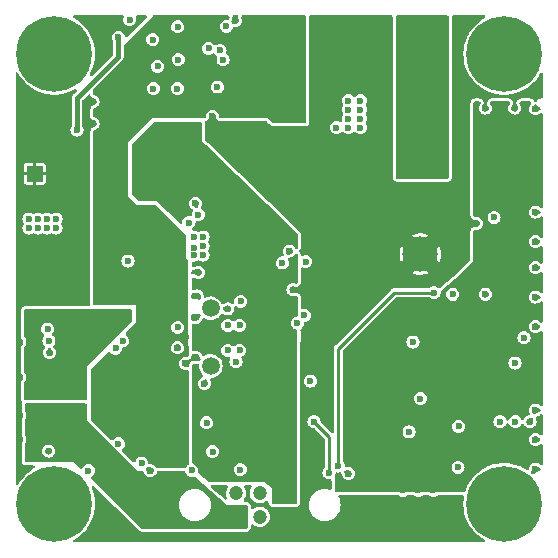
<source format=gbr>
%TF.GenerationSoftware,KiCad,Pcbnew,(6.0.4)*%
%TF.CreationDate,2023-01-27T10:26:39-05:00*%
%TF.ProjectId,charging_on_the_pad,63686172-6769-46e6-975f-6f6e5f746865,rev?*%
%TF.SameCoordinates,Original*%
%TF.FileFunction,Copper,L2,Inr*%
%TF.FilePolarity,Positive*%
%FSLAX46Y46*%
G04 Gerber Fmt 4.6, Leading zero omitted, Abs format (unit mm)*
G04 Created by KiCad (PCBNEW (6.0.4)) date 2023-01-27 10:26:39*
%MOMM*%
%LPD*%
G01*
G04 APERTURE LIST*
%TA.AperFunction,ComponentPad*%
%ADD10C,6.400000*%
%TD*%
%TA.AperFunction,ComponentPad*%
%ADD11R,1.200000X1.200000*%
%TD*%
%TA.AperFunction,ComponentPad*%
%ADD12C,1.200000*%
%TD*%
%TA.AperFunction,ComponentPad*%
%ADD13C,3.000000*%
%TD*%
%TA.AperFunction,ComponentPad*%
%ADD14R,1.350000X1.350000*%
%TD*%
%TA.AperFunction,ComponentPad*%
%ADD15C,2.500000*%
%TD*%
%TA.AperFunction,ComponentPad*%
%ADD16C,1.500000*%
%TD*%
%TA.AperFunction,ViaPad*%
%ADD17C,0.600000*%
%TD*%
%TA.AperFunction,Conductor*%
%ADD18C,0.250000*%
%TD*%
%TA.AperFunction,Conductor*%
%ADD19C,0.381000*%
%TD*%
G04 APERTURE END LIST*
D10*
%TO.N,N/C*%
%TO.C,H2*%
X165100000Y-127000000D03*
%TD*%
D11*
%TO.N,VCC*%
%TO.C,J2*%
X142400000Y-128100000D03*
D12*
%TO.N,+5V_PWR*%
X144400000Y-128100000D03*
%TO.N,GND*%
X146400000Y-128100000D03*
%TO.N,/CANH*%
X142400000Y-126100000D03*
%TO.N,/CANL*%
X144400000Y-126100000D03*
%TO.N,+24V*%
X146400000Y-126100000D03*
%TD*%
D13*
%TO.N,Net-(F1-Pad2)*%
%TO.C,J4*%
X158000000Y-97600000D03*
%TO.N,GND*%
X158000000Y-105850000D03*
%TD*%
D10*
%TO.N,N/C*%
%TO.C,H3*%
X127013126Y-88900000D03*
%TD*%
D14*
%TO.N,GND*%
%TO.C,TP7*%
X125350000Y-99050000D03*
%TD*%
D15*
%TO.N,+BATT*%
%TO.C,F1*%
X144765000Y-90700000D03*
X144765000Y-87300000D03*
%TO.N,Net-(F1-Pad2)*%
X158235000Y-87300000D03*
X158235000Y-90700000D03*
%TD*%
D10*
%TO.N,N/C*%
%TO.C,H1*%
X165100000Y-88900000D03*
%TD*%
%TO.N,N/C*%
%TO.C,H4*%
X127000000Y-127000000D03*
%TD*%
D16*
%TO.N,/OSC2*%
%TO.C,Y1*%
X140250000Y-110450000D03*
%TO.N,/OSC1*%
X140250000Y-115330000D03*
%TD*%
D17*
%TO.N,GND*%
X139100000Y-109400000D03*
X150876000Y-112979200D03*
X139000000Y-111200000D03*
X154750000Y-90000000D03*
X142342400Y-86056400D03*
X140400000Y-94200000D03*
X126592400Y-101556400D03*
X167750000Y-109500000D03*
X126592400Y-96556400D03*
X130300000Y-92950000D03*
X141700000Y-110500000D03*
X150368000Y-86868000D03*
X124100000Y-113300000D03*
X139000000Y-114600000D03*
X161000000Y-102750000D03*
X124092400Y-119500000D03*
X160750000Y-109250000D03*
X167750000Y-102306400D03*
X151900000Y-124450000D03*
X130092400Y-129806400D03*
X129842400Y-86056400D03*
X167284400Y-120040400D03*
X162000000Y-129250000D03*
X146900000Y-105600000D03*
X124092400Y-99056400D03*
X157378400Y-113309400D03*
X167750000Y-104806400D03*
X142392400Y-114960400D03*
X152250000Y-90000000D03*
X151000000Y-106000000D03*
X157049660Y-120906977D03*
X154842400Y-86056400D03*
X167750000Y-91750000D03*
X137439400Y-113792000D03*
X153500000Y-106000000D03*
X126847600Y-95097600D03*
X140087096Y-88429092D03*
X161250000Y-98250000D03*
X137500000Y-89400000D03*
X132592400Y-129806400D03*
X140900000Y-125700000D03*
X166014400Y-115087400D03*
X124092400Y-121556400D03*
X166776400Y-112928400D03*
X150368000Y-91186000D03*
X124092400Y-116300000D03*
X135128000Y-124206000D03*
X152250000Y-88000000D03*
X126608569Y-114191746D03*
X142700000Y-114000000D03*
X161250000Y-120450000D03*
X139725400Y-116818500D03*
X152250000Y-91750000D03*
X156912096Y-127817000D03*
X148700000Y-124400000D03*
X151739600Y-127406400D03*
X167750000Y-124056400D03*
X140411200Y-122580400D03*
X139200000Y-107400000D03*
X164250000Y-102750000D03*
X138950000Y-101550000D03*
X124092400Y-96556400D03*
X167750000Y-93556400D03*
X140092400Y-129806400D03*
X162092400Y-86056400D03*
X161250000Y-96000000D03*
X124092400Y-91556400D03*
X124092400Y-101556400D03*
X154750000Y-91750000D03*
X151485600Y-109829600D03*
X167750000Y-112000000D03*
X162750000Y-103250000D03*
X161000000Y-100500000D03*
X166000000Y-93500000D03*
X158500000Y-102750000D03*
X130300000Y-94800000D03*
X167750000Y-107000000D03*
X167750000Y-119056400D03*
X138100000Y-115100000D03*
X141700000Y-111900000D03*
X135092400Y-129806400D03*
X167750000Y-121556400D03*
X142700000Y-111900000D03*
X150368000Y-89052400D03*
X163500000Y-109250000D03*
X156000000Y-102750000D03*
X129743200Y-99009200D03*
X126592400Y-99056400D03*
X133248400Y-106451400D03*
X154750000Y-88000000D03*
X156000000Y-100500000D03*
X158500000Y-100500000D03*
X161250000Y-93750000D03*
X137464800Y-112064800D03*
X152342400Y-86056400D03*
X129000000Y-101400000D03*
X130400000Y-86600000D03*
X147218400Y-108864400D03*
X141700000Y-114000000D03*
X124092400Y-124056400D03*
X163500000Y-93500000D03*
X148750000Y-122250000D03*
X124714000Y-96215200D03*
X126542800Y-122529600D03*
X137592400Y-129806400D03*
%TO.N,+5V*%
X152300000Y-123150000D03*
X132200000Y-113824500D03*
X165760400Y-100355400D03*
X165760400Y-95275400D03*
X158902400Y-111658400D03*
X165760400Y-97815400D03*
X157838000Y-125150000D03*
X159100000Y-125861200D03*
X157838000Y-125861200D03*
X164744400Y-115087400D03*
X159100000Y-125150000D03*
X156550000Y-125150000D03*
X156550000Y-125861200D03*
X163601400Y-111912400D03*
X155219400Y-113182400D03*
X126550500Y-113216589D03*
%TO.N,Net-(C9-Pad1)*%
X135755823Y-89966629D03*
%TO.N,+BATT*%
X131470400Y-116992400D03*
X130600000Y-117754400D03*
X135127000Y-122175000D03*
X145800000Y-93800000D03*
X143800000Y-92800000D03*
X144800000Y-93800000D03*
X132384000Y-117762000D03*
X132384000Y-117000000D03*
X130600000Y-116992400D03*
X131470400Y-117754400D03*
X145800000Y-92800000D03*
X144800000Y-92800000D03*
X133300000Y-117762000D03*
X138125200Y-112903000D03*
X133300000Y-117000000D03*
%TO.N,+24V*%
X138582400Y-95910400D03*
X137820400Y-96672400D03*
X137820400Y-95910400D03*
X134874000Y-96012000D03*
X137820400Y-97434400D03*
X136342400Y-100806400D03*
X138582400Y-96672400D03*
%TO.N,VCC*%
X125668000Y-118938000D03*
X135800000Y-125600000D03*
X126684000Y-118938000D03*
X134500000Y-125600000D03*
X137100000Y-125600000D03*
X126556834Y-120500000D03*
X127700000Y-119700000D03*
X137100000Y-127100000D03*
X135800000Y-127100000D03*
X128700000Y-119662000D03*
X126684000Y-119700000D03*
X125668000Y-119700000D03*
X137100000Y-128600000D03*
X132435600Y-121920000D03*
X127700000Y-118938000D03*
X128700000Y-118900000D03*
%TO.N,Net-(C25-Pad1)*%
X138836400Y-104419400D03*
X138836400Y-105308400D03*
X139598400Y-105181400D03*
X139598400Y-105943400D03*
X138836400Y-105943400D03*
X139598400Y-104419400D03*
%TO.N,Net-(C24-Pad1)*%
X142748000Y-124104400D03*
%TO.N,Net-(C24-Pad2)*%
X138633200Y-124155200D03*
%TO.N,/Power/R_13V_P*%
X124866400Y-102895400D03*
X124866400Y-103657400D03*
X125628400Y-103657400D03*
X127152400Y-103657400D03*
X126390400Y-102895400D03*
X127152400Y-102895400D03*
X125628400Y-102895400D03*
X126390400Y-103657400D03*
%TO.N,+13V*%
X132359400Y-111622800D03*
X127734000Y-117754400D03*
X131597400Y-111622800D03*
X126718000Y-116992400D03*
X127734000Y-116992400D03*
X132359400Y-110860800D03*
X128750000Y-117754400D03*
X128750000Y-116992400D03*
X130835400Y-112420400D03*
X133248400Y-110860800D03*
X131597400Y-110860800D03*
X125702000Y-117754400D03*
X126718000Y-117754400D03*
X130073400Y-112420400D03*
X129311400Y-112420400D03*
X142798800Y-109855000D03*
X125702000Y-116992400D03*
%TO.N,/~{MCLR}*%
X159156400Y-109118400D03*
X151050000Y-123794402D03*
%TO.N,Net-(Q2-Pad1)*%
X141300000Y-89400000D03*
%TO.N,Net-(Q3-Pad1)*%
X134416800Y-123545600D03*
%TO.N,Net-(Q4-Pad1)*%
X129900000Y-124200000D03*
%TO.N,Net-(Q5-Pad3)*%
X161200000Y-123900000D03*
%TO.N,/BATT_VSENSE*%
X148300000Y-106500000D03*
%TO.N,/VSW_VSENSE*%
X146304000Y-106600000D03*
%TO.N,Net-(R18-Pad2)*%
X139903200Y-120142000D03*
X148700000Y-116600000D03*
%TO.N,/EN_5V*%
X148996400Y-120040400D03*
X150266400Y-124358400D03*
%TO.N,/CURR_13V*%
X126450000Y-112200000D03*
X132800000Y-113200000D03*
%TO.N,/CURR_5V*%
X158000000Y-118100000D03*
%TO.N,/CAN_TX*%
X147600000Y-111700000D03*
%TO.N,/CAN_RX*%
X148179400Y-111048800D03*
%TO.N,/CANH*%
X166039800Y-120040400D03*
%TO.N,/CANL*%
X164750000Y-120050000D03*
%TO.N,/Battery Charger/VIN*%
X137439400Y-91846400D03*
X140817600Y-91700000D03*
X135407400Y-91846400D03*
%TO.N,Net-(C7-Pad1)*%
X141050000Y-88600000D03*
%TO.N,/Battery Charger/VREF*%
X141579600Y-86563200D03*
X137464800Y-86614000D03*
%TO.N,/Battery Charger/CSB*%
X152933400Y-95148400D03*
X152933400Y-93624400D03*
X151917400Y-92862400D03*
X150901400Y-95148400D03*
X152933400Y-92862400D03*
X151917400Y-95148400D03*
X151917400Y-94386400D03*
X152933400Y-94386400D03*
X151917400Y-93624400D03*
%TO.N,/CHG_CURR*%
X139200000Y-102510000D03*
X132435350Y-87501785D03*
X128930400Y-95351600D03*
%TO.N,/n_CHG_EN*%
X138400000Y-103200000D03*
%TO.N,Net-(Q1-Pad3)*%
X135350000Y-87700000D03*
%TO.N,Net-(R10-Pad2)*%
X133400000Y-86000000D03*
%TD*%
D18*
%TO.N,/~{MCLR}*%
X155781600Y-109118400D02*
X159156400Y-109118400D01*
X151050000Y-113850000D02*
X155781600Y-109118400D01*
X151050000Y-123794402D02*
X151050000Y-113850000D01*
%TO.N,/EN_5V*%
X150266400Y-121310400D02*
X150266400Y-124358400D01*
X148996400Y-120040400D02*
X150266400Y-121310400D01*
D19*
%TO.N,/CHG_CURR*%
X128930400Y-92659200D02*
X128930400Y-95351600D01*
X132435600Y-87502035D02*
X132435600Y-89154000D01*
X132435350Y-87501785D02*
X132435600Y-87502035D01*
X132435600Y-89154000D02*
X128930400Y-92659200D01*
%TD*%
%TA.AperFunction,Conductor*%
%TO.N,Net-(F1-Pad2)*%
G36*
X160368521Y-85670402D02*
G01*
X160415014Y-85724058D01*
X160426400Y-85776400D01*
X160426400Y-99340400D01*
X160406398Y-99408521D01*
X160352742Y-99455014D01*
X160300400Y-99466400D01*
X156034400Y-99466400D01*
X155966279Y-99446398D01*
X155919786Y-99392742D01*
X155908400Y-99340400D01*
X155908400Y-85776400D01*
X155928402Y-85708279D01*
X155982058Y-85661786D01*
X156034400Y-85650400D01*
X160300400Y-85650400D01*
X160368521Y-85670402D01*
G37*
%TD.AperFunction*%
%TD*%
%TA.AperFunction,Conductor*%
%TO.N,GND*%
G36*
X155596748Y-85649376D02*
G01*
X155643241Y-85703032D01*
X155652489Y-85767357D01*
X155653861Y-85767455D01*
X155653539Y-85771952D01*
X155652900Y-85776400D01*
X155652900Y-99340400D01*
X155658739Y-99394709D01*
X155670125Y-99447051D01*
X155677361Y-99473428D01*
X155726692Y-99560059D01*
X155730744Y-99564735D01*
X155764295Y-99603455D01*
X155773185Y-99613715D01*
X155805961Y-99645341D01*
X155842103Y-99664247D01*
X155888817Y-99688683D01*
X155888822Y-99688685D01*
X155894297Y-99691549D01*
X155900233Y-99693292D01*
X155958095Y-99710282D01*
X155958099Y-99710283D01*
X155962418Y-99711551D01*
X155966866Y-99712191D01*
X155966873Y-99712192D01*
X156029952Y-99721261D01*
X156029959Y-99721261D01*
X156034400Y-99721900D01*
X160300400Y-99721900D01*
X160354709Y-99716061D01*
X160357993Y-99715347D01*
X160357997Y-99715346D01*
X160405419Y-99705030D01*
X160407051Y-99704675D01*
X160408647Y-99704237D01*
X160408664Y-99704233D01*
X160425828Y-99699524D01*
X160425829Y-99699524D01*
X160433428Y-99697439D01*
X160520059Y-99648108D01*
X160573715Y-99601615D01*
X160605341Y-99568839D01*
X160624247Y-99532697D01*
X160648683Y-99485983D01*
X160648685Y-99485978D01*
X160651549Y-99480503D01*
X160660898Y-99448664D01*
X160670282Y-99416705D01*
X160670283Y-99416701D01*
X160671551Y-99412382D01*
X160672192Y-99407927D01*
X160681261Y-99344848D01*
X160681261Y-99344841D01*
X160681900Y-99340400D01*
X160681900Y-85776400D01*
X160681087Y-85768835D01*
X160693697Y-85698967D01*
X160742079Y-85647008D01*
X160806366Y-85629374D01*
X163389878Y-85629374D01*
X163457999Y-85649376D01*
X163504492Y-85703032D01*
X163514596Y-85773306D01*
X163485102Y-85837886D01*
X163454584Y-85863490D01*
X163167671Y-86035204D01*
X162869577Y-86260651D01*
X162597575Y-86516973D01*
X162595363Y-86519563D01*
X162595361Y-86519565D01*
X162587879Y-86528325D01*
X162354846Y-86801171D01*
X162352928Y-86803983D01*
X162352924Y-86803988D01*
X162148177Y-87104138D01*
X162144231Y-87109922D01*
X162142624Y-87112932D01*
X162142622Y-87112935D01*
X162079160Y-87231789D01*
X161968192Y-87439614D01*
X161966923Y-87442771D01*
X161966921Y-87442775D01*
X161946491Y-87493597D01*
X161828789Y-87786389D01*
X161827869Y-87789663D01*
X161827867Y-87789668D01*
X161728965Y-88141524D01*
X161727653Y-88146191D01*
X161665967Y-88514812D01*
X161644453Y-88887938D01*
X161663362Y-89261205D01*
X161663899Y-89264560D01*
X161663900Y-89264566D01*
X161669123Y-89297173D01*
X161722473Y-89630247D01*
X161821094Y-89990747D01*
X161958073Y-90338487D01*
X161959656Y-90341502D01*
X162130222Y-90666383D01*
X162130227Y-90666391D01*
X162131806Y-90669399D01*
X162340261Y-90979613D01*
X162580999Y-91265499D01*
X162851205Y-91523714D01*
X163147718Y-91751236D01*
X163235543Y-91804634D01*
X163464154Y-91943632D01*
X163464159Y-91943635D01*
X163467069Y-91945404D01*
X163470157Y-91946850D01*
X163470156Y-91946850D01*
X163802437Y-92102503D01*
X163802447Y-92102507D01*
X163805521Y-92103947D01*
X163808739Y-92105049D01*
X163808742Y-92105050D01*
X164155886Y-92223904D01*
X164155890Y-92223905D01*
X164159117Y-92225010D01*
X164162447Y-92225760D01*
X164162456Y-92225763D01*
X164420298Y-92283869D01*
X164523719Y-92307176D01*
X164527105Y-92307562D01*
X164527112Y-92307563D01*
X164891680Y-92349101D01*
X164891688Y-92349101D01*
X164895063Y-92349486D01*
X164898467Y-92349504D01*
X164898470Y-92349504D01*
X165101889Y-92350569D01*
X165268804Y-92351443D01*
X165272190Y-92351093D01*
X165272192Y-92351093D01*
X165637178Y-92313375D01*
X165637186Y-92313374D01*
X165640570Y-92313024D01*
X165643903Y-92312309D01*
X165643906Y-92312309D01*
X165823985Y-92273703D01*
X166006013Y-92234680D01*
X166360857Y-92117327D01*
X166700951Y-91962337D01*
X166703888Y-91960593D01*
X166703894Y-91960590D01*
X167019383Y-91773265D01*
X167022317Y-91771523D01*
X167321196Y-91547119D01*
X167594092Y-91291748D01*
X167837811Y-91008398D01*
X168015631Y-90749668D01*
X168047573Y-90703193D01*
X168047578Y-90703186D01*
X168049503Y-90700384D01*
X168051115Y-90697390D01*
X168051120Y-90697382D01*
X168133686Y-90544039D01*
X168183592Y-90493543D01*
X168252877Y-90478044D01*
X168319541Y-90502464D01*
X168362421Y-90559049D01*
X168370626Y-90603774D01*
X168370626Y-92554500D01*
X168350624Y-92622621D01*
X168296968Y-92669114D01*
X168244626Y-92680500D01*
X168216957Y-92680500D01*
X168207378Y-92680985D01*
X168192749Y-92681725D01*
X168192740Y-92681726D01*
X168191153Y-92681806D01*
X168189570Y-92681967D01*
X168189566Y-92681967D01*
X168171903Y-92683760D01*
X168171902Y-92683760D01*
X168165836Y-92684376D01*
X168071870Y-92712881D01*
X168009157Y-92746162D01*
X168006816Y-92747686D01*
X168006808Y-92747691D01*
X167998833Y-92752884D01*
X167970983Y-92771018D01*
X167906150Y-92846748D01*
X167903121Y-92852141D01*
X167903118Y-92852146D01*
X167897360Y-92862400D01*
X167871387Y-92908652D01*
X167870238Y-92911209D01*
X167865695Y-92921316D01*
X167819524Y-92975249D01*
X167751524Y-92995659D01*
X167683285Y-92976065D01*
X167641350Y-92928250D01*
X167640082Y-92928972D01*
X167636562Y-92922791D01*
X167636054Y-92921897D01*
X167593814Y-92847720D01*
X167590751Y-92842341D01*
X167554743Y-92800785D01*
X167546098Y-92790808D01*
X167546093Y-92790803D01*
X167544258Y-92788685D01*
X167511482Y-92757059D01*
X167446431Y-92723031D01*
X167428626Y-92713717D01*
X167428621Y-92713715D01*
X167423146Y-92710851D01*
X167405658Y-92705716D01*
X167359348Y-92692118D01*
X167359344Y-92692117D01*
X167355025Y-92690849D01*
X167350577Y-92690209D01*
X167350570Y-92690208D01*
X167287491Y-92681139D01*
X167287484Y-92681139D01*
X167283043Y-92680500D01*
X166516620Y-92680500D01*
X166451961Y-92688817D01*
X166448067Y-92689836D01*
X166448060Y-92689837D01*
X166392534Y-92704362D01*
X166392529Y-92704364D01*
X166390264Y-92704956D01*
X166388052Y-92705714D01*
X166388046Y-92705716D01*
X166378151Y-92709108D01*
X166354345Y-92717268D01*
X166347306Y-92722094D01*
X166347305Y-92722094D01*
X166314112Y-92744849D01*
X166272120Y-92773636D01*
X166222519Y-92824432D01*
X166193730Y-92859725D01*
X166190233Y-92868026D01*
X166190233Y-92868027D01*
X166160867Y-92937747D01*
X166155032Y-92951599D01*
X166153788Y-92957666D01*
X166153787Y-92957668D01*
X166143852Y-93006109D01*
X166140767Y-93021148D01*
X166138918Y-93037434D01*
X166138362Y-93042334D01*
X166135629Y-93066401D01*
X166152745Y-93164612D01*
X166154974Y-93170379D01*
X166154975Y-93170381D01*
X166171850Y-93214031D01*
X166178344Y-93230830D01*
X166213955Y-93294241D01*
X166216692Y-93297808D01*
X166247583Y-93338066D01*
X166264028Y-93366550D01*
X166281059Y-93407665D01*
X166289572Y-93439439D01*
X166290550Y-93446864D01*
X166295380Y-93483556D01*
X166295380Y-93516444D01*
X166290109Y-93556490D01*
X166289573Y-93560559D01*
X166281059Y-93592334D01*
X166264027Y-93633452D01*
X166247583Y-93661934D01*
X166226162Y-93689852D01*
X166220496Y-93697236D01*
X166197238Y-93720494D01*
X166163480Y-93746397D01*
X166161936Y-93747582D01*
X166133452Y-93764027D01*
X166092334Y-93781059D01*
X166060561Y-93789572D01*
X166035234Y-93792907D01*
X166016444Y-93795380D01*
X165983556Y-93795380D01*
X165964766Y-93792907D01*
X165939439Y-93789572D01*
X165907666Y-93781059D01*
X165866548Y-93764027D01*
X165838064Y-93747582D01*
X165836520Y-93746397D01*
X165802762Y-93720494D01*
X165779504Y-93697236D01*
X165773839Y-93689852D01*
X165752417Y-93661934D01*
X165735973Y-93633452D01*
X165718941Y-93592334D01*
X165710427Y-93560559D01*
X165709892Y-93556490D01*
X165704620Y-93516444D01*
X165704620Y-93483556D01*
X165709450Y-93446864D01*
X165710428Y-93439439D01*
X165718941Y-93407665D01*
X165735972Y-93366550D01*
X165752417Y-93338066D01*
X165783591Y-93297440D01*
X165783596Y-93297433D01*
X165786045Y-93294241D01*
X165788070Y-93290757D01*
X165788075Y-93290750D01*
X165806839Y-93258471D01*
X165818809Y-93237880D01*
X165843563Y-93179110D01*
X165846497Y-93170381D01*
X165852941Y-93151214D01*
X165852942Y-93151210D01*
X165855662Y-93143118D01*
X165860997Y-93043570D01*
X165850893Y-92973296D01*
X165840419Y-92928972D01*
X165791088Y-92842341D01*
X165755080Y-92800785D01*
X165746435Y-92790808D01*
X165746430Y-92790803D01*
X165744595Y-92788685D01*
X165711819Y-92757059D01*
X165646768Y-92723031D01*
X165628963Y-92713717D01*
X165628958Y-92713715D01*
X165623483Y-92710851D01*
X165605995Y-92705716D01*
X165559685Y-92692118D01*
X165559681Y-92692117D01*
X165555362Y-92690849D01*
X165550914Y-92690209D01*
X165550907Y-92690208D01*
X165487828Y-92681139D01*
X165487821Y-92681139D01*
X165483380Y-92680500D01*
X164016620Y-92680500D01*
X163951961Y-92688817D01*
X163948067Y-92689836D01*
X163948060Y-92689837D01*
X163892534Y-92704362D01*
X163892529Y-92704364D01*
X163890264Y-92704956D01*
X163888052Y-92705714D01*
X163888046Y-92705716D01*
X163878151Y-92709108D01*
X163854345Y-92717268D01*
X163847306Y-92722094D01*
X163847305Y-92722094D01*
X163814112Y-92744849D01*
X163772120Y-92773636D01*
X163722519Y-92824432D01*
X163693730Y-92859725D01*
X163690233Y-92868026D01*
X163690233Y-92868027D01*
X163660867Y-92937747D01*
X163655032Y-92951599D01*
X163653788Y-92957666D01*
X163653787Y-92957668D01*
X163643852Y-93006109D01*
X163640767Y-93021148D01*
X163638918Y-93037434D01*
X163638362Y-93042334D01*
X163635629Y-93066401D01*
X163652745Y-93164612D01*
X163654974Y-93170379D01*
X163654975Y-93170381D01*
X163671850Y-93214031D01*
X163678344Y-93230830D01*
X163713955Y-93294241D01*
X163716692Y-93297808D01*
X163747583Y-93338066D01*
X163764028Y-93366550D01*
X163781059Y-93407665D01*
X163789572Y-93439439D01*
X163790550Y-93446864D01*
X163795380Y-93483556D01*
X163795380Y-93516444D01*
X163790109Y-93556490D01*
X163789573Y-93560559D01*
X163781059Y-93592334D01*
X163764027Y-93633452D01*
X163747583Y-93661934D01*
X163726162Y-93689852D01*
X163720496Y-93697236D01*
X163697238Y-93720494D01*
X163663480Y-93746397D01*
X163661936Y-93747582D01*
X163633452Y-93764027D01*
X163592334Y-93781059D01*
X163560561Y-93789572D01*
X163535234Y-93792907D01*
X163516444Y-93795380D01*
X163483556Y-93795380D01*
X163464766Y-93792907D01*
X163439439Y-93789572D01*
X163407666Y-93781059D01*
X163366548Y-93764027D01*
X163338064Y-93747582D01*
X163336520Y-93746397D01*
X163302762Y-93720494D01*
X163279504Y-93697236D01*
X163273839Y-93689852D01*
X163252417Y-93661934D01*
X163235973Y-93633452D01*
X163218941Y-93592334D01*
X163210427Y-93560559D01*
X163209892Y-93556490D01*
X163204620Y-93516444D01*
X163204620Y-93483556D01*
X163209450Y-93446864D01*
X163210428Y-93439439D01*
X163218941Y-93407665D01*
X163235972Y-93366550D01*
X163252417Y-93338066D01*
X163283591Y-93297440D01*
X163283596Y-93297433D01*
X163286045Y-93294241D01*
X163288070Y-93290757D01*
X163288075Y-93290750D01*
X163306839Y-93258471D01*
X163318809Y-93237880D01*
X163343563Y-93179110D01*
X163346497Y-93170381D01*
X163352941Y-93151214D01*
X163352942Y-93151210D01*
X163355662Y-93143118D01*
X163360997Y-93043570D01*
X163350893Y-92973296D01*
X163340419Y-92928972D01*
X163291088Y-92842341D01*
X163255080Y-92800785D01*
X163246435Y-92790808D01*
X163246430Y-92790803D01*
X163244595Y-92788685D01*
X163211819Y-92757059D01*
X163146768Y-92723031D01*
X163128963Y-92713717D01*
X163128958Y-92713715D01*
X163123483Y-92710851D01*
X163105995Y-92705716D01*
X163059685Y-92692118D01*
X163059681Y-92692117D01*
X163055362Y-92690849D01*
X163050914Y-92690209D01*
X163050907Y-92690208D01*
X162987828Y-92681139D01*
X162987821Y-92681139D01*
X162983380Y-92680500D01*
X162626000Y-92680500D01*
X162571691Y-92686339D01*
X162568407Y-92687053D01*
X162568403Y-92687054D01*
X162522931Y-92696946D01*
X162519349Y-92697725D01*
X162517753Y-92698163D01*
X162517736Y-92698167D01*
X162500572Y-92702876D01*
X162492972Y-92704961D01*
X162486122Y-92708861D01*
X162486121Y-92708862D01*
X162449873Y-92729503D01*
X162406341Y-92754292D01*
X162352685Y-92800785D01*
X162321059Y-92833561D01*
X162310257Y-92854212D01*
X162277717Y-92916417D01*
X162277715Y-92916422D01*
X162274851Y-92921897D01*
X162273108Y-92927833D01*
X162259186Y-92975249D01*
X162254849Y-92990018D01*
X162254209Y-92994466D01*
X162254208Y-92994473D01*
X162246260Y-93049760D01*
X162244500Y-93062000D01*
X162244500Y-102583988D01*
X162254426Y-102654511D01*
X162273625Y-102721366D01*
X162289380Y-102762483D01*
X162294766Y-102769589D01*
X162294768Y-102769593D01*
X162330723Y-102817030D01*
X162349597Y-102841933D01*
X162402696Y-102889061D01*
X162404942Y-102890722D01*
X162404950Y-102890728D01*
X162432075Y-102910782D01*
X162432077Y-102910783D01*
X162439320Y-102916138D01*
X162532931Y-102950420D01*
X162586792Y-102958819D01*
X162598629Y-102960665D01*
X162598630Y-102960665D01*
X162603080Y-102961359D01*
X162607576Y-102961412D01*
X162607582Y-102961413D01*
X162639020Y-102961787D01*
X162675797Y-102962224D01*
X162680255Y-102961637D01*
X162680257Y-102961637D01*
X162695635Y-102959612D01*
X162733555Y-102954620D01*
X162766445Y-102954620D01*
X162810569Y-102960429D01*
X162842333Y-102968940D01*
X162883453Y-102985972D01*
X162911931Y-103002414D01*
X162947241Y-103029508D01*
X162970495Y-103052763D01*
X162997582Y-103088064D01*
X163014027Y-103116548D01*
X163031059Y-103157666D01*
X163039573Y-103189441D01*
X163045380Y-103233556D01*
X163045380Y-103266444D01*
X163039573Y-103310559D01*
X163031059Y-103342334D01*
X163014027Y-103383452D01*
X162997582Y-103411936D01*
X162970496Y-103447236D01*
X162947238Y-103470494D01*
X162911936Y-103497582D01*
X162883452Y-103514027D01*
X162842334Y-103531059D01*
X162810561Y-103539572D01*
X162776861Y-103544009D01*
X162766445Y-103545380D01*
X162733555Y-103545380D01*
X162675797Y-103537776D01*
X162671392Y-103537815D01*
X162671387Y-103537815D01*
X162638841Y-103538106D01*
X162604583Y-103538411D01*
X162574361Y-103542940D01*
X162538481Y-103548316D01*
X162538473Y-103548318D01*
X162535794Y-103548719D01*
X162533157Y-103549350D01*
X162533149Y-103549352D01*
X162507723Y-103555441D01*
X162492972Y-103558973D01*
X162406341Y-103608304D01*
X162352685Y-103654797D01*
X162321059Y-103687573D01*
X162316884Y-103695555D01*
X162277717Y-103770429D01*
X162277715Y-103770434D01*
X162274851Y-103775909D01*
X162254849Y-103844030D01*
X162244500Y-103916012D01*
X162244500Y-106268629D01*
X162224498Y-106336750D01*
X162207855Y-106357464D01*
X160764990Y-107808774D01*
X160756884Y-107816244D01*
X159833175Y-108595546D01*
X159694494Y-108712546D01*
X159629530Y-108741184D01*
X159559395Y-108730154D01*
X159536541Y-108716203D01*
X159531776Y-108712546D01*
X159434025Y-108637539D01*
X159300109Y-108582070D01*
X159156400Y-108563150D01*
X159012691Y-108582070D01*
X158878775Y-108637539D01*
X158777011Y-108715626D01*
X158775400Y-108716862D01*
X158709180Y-108742463D01*
X158698696Y-108742900D01*
X155835096Y-108742900D01*
X155811799Y-108740421D01*
X155809714Y-108740323D01*
X155799534Y-108738131D01*
X155767471Y-108741926D01*
X155766616Y-108742027D01*
X155760779Y-108742371D01*
X155760787Y-108742472D01*
X155755611Y-108742900D01*
X155750407Y-108742900D01*
X155738096Y-108744949D01*
X155731611Y-108746028D01*
X155725734Y-108746865D01*
X155675391Y-108752824D01*
X155667225Y-108756745D01*
X155658287Y-108758233D01*
X155649124Y-108763177D01*
X155613667Y-108782308D01*
X155608378Y-108785002D01*
X155569847Y-108803504D01*
X155569841Y-108803508D01*
X155562700Y-108806937D01*
X155558469Y-108810494D01*
X155556540Y-108812423D01*
X155554663Y-108814145D01*
X155554526Y-108814219D01*
X155554426Y-108814109D01*
X155553946Y-108814532D01*
X155548271Y-108817594D01*
X155541202Y-108825241D01*
X155541201Y-108825242D01*
X155512060Y-108856767D01*
X155508630Y-108860333D01*
X150822311Y-113546652D01*
X150804080Y-113561377D01*
X150802540Y-113562778D01*
X150793790Y-113568428D01*
X150787343Y-113576606D01*
X150773264Y-113594465D01*
X150769383Y-113598832D01*
X150769461Y-113598898D01*
X150766107Y-113602856D01*
X150762425Y-113606538D01*
X150751339Y-113622052D01*
X150747788Y-113626781D01*
X150716397Y-113666600D01*
X150713395Y-113675149D01*
X150708128Y-113682519D01*
X150699932Y-113709926D01*
X150693608Y-113731070D01*
X150691774Y-113736714D01*
X150677604Y-113777065D01*
X150677603Y-113777071D01*
X150674977Y-113784548D01*
X150674500Y-113790055D01*
X150674500Y-113792762D01*
X150674389Y-113795335D01*
X150674341Y-113795494D01*
X150674197Y-113795488D01*
X150674158Y-113796108D01*
X150672310Y-113802287D01*
X150672719Y-113812692D01*
X150674403Y-113855555D01*
X150674500Y-113860502D01*
X150674500Y-120883273D01*
X150654498Y-120951394D01*
X150600842Y-120997887D01*
X150530568Y-121007991D01*
X150465988Y-120978497D01*
X150459405Y-120972368D01*
X149585565Y-120098528D01*
X149551539Y-120036216D01*
X149549738Y-120025879D01*
X149532730Y-119896691D01*
X149477261Y-119762775D01*
X149389021Y-119647779D01*
X149274025Y-119559539D01*
X149140109Y-119504070D01*
X148996400Y-119485150D01*
X148852691Y-119504070D01*
X148718775Y-119559539D01*
X148603779Y-119647779D01*
X148515539Y-119762775D01*
X148460070Y-119896691D01*
X148441150Y-120040400D01*
X148460070Y-120184109D01*
X148515539Y-120318025D01*
X148603779Y-120433021D01*
X148718775Y-120521261D01*
X148852691Y-120576730D01*
X148981880Y-120593738D01*
X149046806Y-120622460D01*
X149054528Y-120629565D01*
X149853995Y-121429032D01*
X149888021Y-121491344D01*
X149890900Y-121518127D01*
X149890900Y-123900696D01*
X149870898Y-123968817D01*
X149864864Y-123977398D01*
X149785539Y-124080775D01*
X149730070Y-124214691D01*
X149711150Y-124358400D01*
X149730070Y-124502109D01*
X149785539Y-124636025D01*
X149873779Y-124751021D01*
X149988775Y-124839261D01*
X150122691Y-124894730D01*
X150266400Y-124913650D01*
X150352882Y-124902264D01*
X150423030Y-124913203D01*
X150476129Y-124960331D01*
X150495327Y-125027758D01*
X150492524Y-125645031D01*
X150492288Y-125696928D01*
X150471976Y-125764957D01*
X150418110Y-125811206D01*
X150347791Y-125820991D01*
X150333684Y-125818064D01*
X150135408Y-125764937D01*
X150032318Y-125755918D01*
X149961690Y-125749738D01*
X149961683Y-125749738D01*
X149958966Y-125749500D01*
X149841034Y-125749500D01*
X149838317Y-125749738D01*
X149838310Y-125749738D01*
X149767682Y-125755918D01*
X149664592Y-125764937D01*
X149659278Y-125766361D01*
X149659277Y-125766361D01*
X149441647Y-125824674D01*
X149441645Y-125824675D01*
X149436337Y-125826097D01*
X149431357Y-125828419D01*
X149431355Y-125828420D01*
X149227152Y-125923642D01*
X149227149Y-125923644D01*
X149222171Y-125925965D01*
X149028599Y-126061505D01*
X148861505Y-126228599D01*
X148858348Y-126233107D01*
X148858346Y-126233110D01*
X148745431Y-126394369D01*
X148725965Y-126422170D01*
X148723642Y-126427152D01*
X148723639Y-126427157D01*
X148632112Y-126623437D01*
X148626097Y-126636337D01*
X148624675Y-126641645D01*
X148624674Y-126641647D01*
X148566361Y-126859277D01*
X148564937Y-126864592D01*
X148544341Y-127100000D01*
X148564937Y-127335408D01*
X148566361Y-127340722D01*
X148566361Y-127340723D01*
X148594110Y-127444283D01*
X148626097Y-127563663D01*
X148628419Y-127568643D01*
X148628420Y-127568645D01*
X148713998Y-127752165D01*
X148725965Y-127777829D01*
X148861505Y-127971401D01*
X149028599Y-128138495D01*
X149222171Y-128274035D01*
X149227149Y-128276356D01*
X149227152Y-128276358D01*
X149431355Y-128371580D01*
X149436337Y-128373903D01*
X149441645Y-128375325D01*
X149441647Y-128375326D01*
X149659277Y-128433639D01*
X149664592Y-128435063D01*
X149767682Y-128444082D01*
X149838310Y-128450262D01*
X149838317Y-128450262D01*
X149841034Y-128450500D01*
X149958966Y-128450500D01*
X149961683Y-128450262D01*
X149961690Y-128450262D01*
X150032318Y-128444082D01*
X150135408Y-128435063D01*
X150140723Y-128433639D01*
X150358353Y-128375326D01*
X150358355Y-128375325D01*
X150363663Y-128373903D01*
X150368645Y-128371580D01*
X150572848Y-128276358D01*
X150572851Y-128276356D01*
X150577829Y-128274035D01*
X150771401Y-128138495D01*
X150938495Y-127971401D01*
X150941655Y-127966889D01*
X151070878Y-127782339D01*
X151070881Y-127782334D01*
X151074035Y-127777830D01*
X151076358Y-127772848D01*
X151076361Y-127772843D01*
X151171580Y-127568645D01*
X151171581Y-127568644D01*
X151173903Y-127563663D01*
X151205891Y-127444283D01*
X151233639Y-127340723D01*
X151233639Y-127340722D01*
X151235063Y-127335408D01*
X151255659Y-127100000D01*
X151235063Y-126864592D01*
X151233639Y-126859277D01*
X151175326Y-126641647D01*
X151175325Y-126641645D01*
X151173903Y-126636337D01*
X151165455Y-126618219D01*
X151076362Y-126427161D01*
X151076360Y-126427157D01*
X151074035Y-126422171D01*
X151071470Y-126418508D01*
X151054807Y-126349825D01*
X151078026Y-126282732D01*
X151133832Y-126238844D01*
X151181021Y-126229818D01*
X151215491Y-126229916D01*
X156101851Y-126243758D01*
X156169914Y-126263952D01*
X156178192Y-126269792D01*
X156272375Y-126342061D01*
X156406291Y-126397530D01*
X156550000Y-126416450D01*
X156693709Y-126397530D01*
X156827625Y-126342061D01*
X156918505Y-126272326D01*
X156984725Y-126246725D01*
X156995558Y-126246289D01*
X157264254Y-126247051D01*
X157394622Y-126247420D01*
X157462686Y-126267615D01*
X157470969Y-126273457D01*
X157560375Y-126342061D01*
X157694291Y-126397530D01*
X157838000Y-126416450D01*
X157981709Y-126397530D01*
X158115625Y-126342061D01*
X158201768Y-126275960D01*
X158267987Y-126250361D01*
X158278828Y-126249925D01*
X158423312Y-126250334D01*
X158661299Y-126251008D01*
X158729362Y-126271202D01*
X158737644Y-126277045D01*
X158822375Y-126342061D01*
X158956291Y-126397530D01*
X159100000Y-126416450D01*
X159243709Y-126397530D01*
X159377625Y-126342061D01*
X159459127Y-126279522D01*
X159525345Y-126253922D01*
X159536176Y-126253486D01*
X161144163Y-126258042D01*
X161576984Y-126259268D01*
X161645048Y-126279462D01*
X161691388Y-126333250D01*
X161700899Y-126406063D01*
X161666530Y-126611447D01*
X161665967Y-126614812D01*
X161644453Y-126987938D01*
X161644625Y-126991333D01*
X161644625Y-126991334D01*
X161650407Y-127105475D01*
X161663362Y-127361205D01*
X161663899Y-127364560D01*
X161663900Y-127364566D01*
X161700398Y-127592427D01*
X161722473Y-127730247D01*
X161821094Y-128090747D01*
X161958073Y-128438487D01*
X161971279Y-128463641D01*
X162130222Y-128766383D01*
X162130227Y-128766391D01*
X162131806Y-128769399D01*
X162340261Y-129079613D01*
X162580999Y-129365499D01*
X162851205Y-129623714D01*
X163147718Y-129851236D01*
X163183950Y-129873265D01*
X163453188Y-130036964D01*
X163501003Y-130089445D01*
X163512854Y-130159445D01*
X163484979Y-130224741D01*
X163426228Y-130264600D01*
X163387729Y-130270626D01*
X128709156Y-130270626D01*
X128641035Y-130250624D01*
X128594542Y-130196968D01*
X128584438Y-130126694D01*
X128613932Y-130062114D01*
X128644827Y-130036285D01*
X128919383Y-129873265D01*
X128922317Y-129871523D01*
X129221196Y-129647119D01*
X129494092Y-129391748D01*
X129737811Y-129108398D01*
X129871878Y-128913329D01*
X129947573Y-128803193D01*
X129947578Y-128803186D01*
X129949503Y-128800384D01*
X129951115Y-128797390D01*
X129951120Y-128797382D01*
X130125069Y-128474321D01*
X130126691Y-128471309D01*
X130267304Y-128125023D01*
X130269786Y-128116312D01*
X130366204Y-127777830D01*
X130369695Y-127765576D01*
X130403357Y-127568645D01*
X130432095Y-127400520D01*
X130432095Y-127400518D01*
X130432667Y-127397173D01*
X130434662Y-127364566D01*
X130451692Y-127086121D01*
X130455484Y-127024124D01*
X130455568Y-127000000D01*
X130435356Y-126626801D01*
X130374957Y-126257967D01*
X130275078Y-125897814D01*
X130270627Y-125886627D01*
X130195136Y-125696928D01*
X130174483Y-125645029D01*
X130167880Y-125574342D01*
X130200543Y-125511305D01*
X130262101Y-125475934D01*
X130333010Y-125479458D01*
X130379858Y-125508563D01*
X132147440Y-127245134D01*
X132185226Y-127282257D01*
X134184175Y-129246137D01*
X134203797Y-129263529D01*
X134205071Y-129264546D01*
X134205080Y-129264554D01*
X134219196Y-129275827D01*
X134219199Y-129275829D01*
X134223980Y-129279647D01*
X134229411Y-129282473D01*
X134229413Y-129282474D01*
X134233828Y-129284771D01*
X134311436Y-129325149D01*
X134317310Y-129326874D01*
X134317313Y-129326875D01*
X134375234Y-129343882D01*
X134375238Y-129343883D01*
X134379557Y-129345151D01*
X134384005Y-129345791D01*
X134384012Y-129345792D01*
X134447091Y-129354861D01*
X134447098Y-129354861D01*
X134451539Y-129355500D01*
X143274000Y-129355500D01*
X143328309Y-129349661D01*
X143331593Y-129348947D01*
X143331597Y-129348946D01*
X143379019Y-129338630D01*
X143380651Y-129338275D01*
X143382247Y-129337837D01*
X143382264Y-129337833D01*
X143399428Y-129333124D01*
X143399429Y-129333124D01*
X143407028Y-129331039D01*
X143414341Y-129326875D01*
X143488280Y-129284771D01*
X143493659Y-129281708D01*
X143533456Y-129247224D01*
X143545192Y-129237055D01*
X143545197Y-129237050D01*
X143547315Y-129235215D01*
X143578941Y-129202439D01*
X143597847Y-129166297D01*
X143622283Y-129119583D01*
X143622285Y-129119578D01*
X143625149Y-129114103D01*
X143645151Y-129045982D01*
X143655500Y-128974000D01*
X143655500Y-128857654D01*
X143675502Y-128789533D01*
X143729158Y-128743040D01*
X143799432Y-128732936D01*
X143855561Y-128755718D01*
X143967065Y-128836731D01*
X143972407Y-128840612D01*
X143978435Y-128843296D01*
X143978437Y-128843297D01*
X144010684Y-128857654D01*
X144135733Y-128913329D01*
X144223171Y-128931915D01*
X144304152Y-128949128D01*
X144304156Y-128949128D01*
X144310609Y-128950500D01*
X144489391Y-128950500D01*
X144495844Y-128949128D01*
X144495848Y-128949128D01*
X144576829Y-128931915D01*
X144664267Y-128913329D01*
X144789316Y-128857654D01*
X144821563Y-128843297D01*
X144821565Y-128843296D01*
X144827593Y-128840612D01*
X144887094Y-128797382D01*
X144966891Y-128739405D01*
X144972230Y-128735526D01*
X145091859Y-128602665D01*
X145169525Y-128468143D01*
X145177946Y-128453558D01*
X145177947Y-128453557D01*
X145181250Y-128447835D01*
X145236497Y-128277803D01*
X145252900Y-128121745D01*
X145254495Y-128106565D01*
X145255185Y-128100000D01*
X145241669Y-127971401D01*
X145237187Y-127928761D01*
X145237187Y-127928760D01*
X145236497Y-127922197D01*
X145181250Y-127752165D01*
X145091859Y-127597335D01*
X145087440Y-127592427D01*
X144976645Y-127469377D01*
X144976643Y-127469376D01*
X144972230Y-127464474D01*
X144827593Y-127359388D01*
X144821565Y-127356704D01*
X144821563Y-127356703D01*
X144670298Y-127289356D01*
X144670297Y-127289356D01*
X144664267Y-127286671D01*
X144576829Y-127268085D01*
X144495848Y-127250872D01*
X144495844Y-127250872D01*
X144489391Y-127249500D01*
X144310609Y-127249500D01*
X144304156Y-127250872D01*
X144304152Y-127250872D01*
X144223171Y-127268085D01*
X144135733Y-127286671D01*
X144129703Y-127289356D01*
X144129702Y-127289356D01*
X143978438Y-127356703D01*
X143978436Y-127356704D01*
X143972408Y-127359388D01*
X143855560Y-127444283D01*
X143788694Y-127468141D01*
X143719542Y-127452061D01*
X143670062Y-127401148D01*
X143655500Y-127342347D01*
X143655500Y-127226000D01*
X143649661Y-127171691D01*
X143638275Y-127119349D01*
X143631039Y-127092972D01*
X143581708Y-127006341D01*
X143535215Y-126952685D01*
X143502439Y-126921059D01*
X143466297Y-126902153D01*
X143419583Y-126877717D01*
X143419578Y-126877715D01*
X143414103Y-126874851D01*
X143379164Y-126864592D01*
X143350305Y-126856118D01*
X143350301Y-126856117D01*
X143345982Y-126854849D01*
X143341534Y-126854209D01*
X143341527Y-126854208D01*
X143278448Y-126845139D01*
X143278441Y-126845139D01*
X143274000Y-126844500D01*
X143157111Y-126844500D01*
X143088990Y-126824498D01*
X143042497Y-126770842D01*
X143032393Y-126700568D01*
X143063474Y-126634190D01*
X143087440Y-126607573D01*
X143087441Y-126607572D01*
X143091859Y-126602665D01*
X143181250Y-126447835D01*
X143213096Y-126349825D01*
X143234457Y-126284082D01*
X143234457Y-126284080D01*
X143236497Y-126277803D01*
X143239764Y-126246725D01*
X143254495Y-126106565D01*
X143255185Y-126100000D01*
X143236497Y-125922197D01*
X143229645Y-125901107D01*
X143200434Y-125811206D01*
X143181250Y-125752165D01*
X143130010Y-125663414D01*
X143095163Y-125603057D01*
X143095161Y-125603054D01*
X143095063Y-125602883D01*
X143091859Y-125597335D01*
X143092877Y-125596747D01*
X143071235Y-125536097D01*
X143087313Y-125466945D01*
X143138226Y-125417463D01*
X143197029Y-125402900D01*
X143602971Y-125402900D01*
X143671092Y-125422902D01*
X143717585Y-125476558D01*
X143727689Y-125546832D01*
X143707370Y-125596890D01*
X143708141Y-125597335D01*
X143704839Y-125603054D01*
X143704837Y-125603057D01*
X143669990Y-125663414D01*
X143618750Y-125752165D01*
X143599566Y-125811206D01*
X143570356Y-125901107D01*
X143563503Y-125922197D01*
X143544815Y-126100000D01*
X143545505Y-126106565D01*
X143560237Y-126246725D01*
X143563503Y-126277803D01*
X143565543Y-126284080D01*
X143565543Y-126284082D01*
X143586904Y-126349825D01*
X143618750Y-126447835D01*
X143708141Y-126602665D01*
X143712559Y-126607572D01*
X143712560Y-126607573D01*
X143796294Y-126700568D01*
X143827770Y-126735526D01*
X143972407Y-126840612D01*
X143978435Y-126843296D01*
X143978437Y-126843297D01*
X144129702Y-126910644D01*
X144135733Y-126913329D01*
X144221913Y-126931647D01*
X144304152Y-126949128D01*
X144304156Y-126949128D01*
X144310609Y-126950500D01*
X144489391Y-126950500D01*
X144495844Y-126949128D01*
X144495848Y-126949128D01*
X144578087Y-126931647D01*
X144664267Y-126913329D01*
X144670298Y-126910644D01*
X144821563Y-126843297D01*
X144821565Y-126843296D01*
X144827593Y-126840612D01*
X144885120Y-126798816D01*
X144944491Y-126755680D01*
X145011358Y-126731822D01*
X145080510Y-126747902D01*
X145129990Y-126798816D01*
X145141249Y-126844315D01*
X145143184Y-126850914D01*
X145143184Y-126852133D01*
X145144552Y-126857663D01*
X145144546Y-126873698D01*
X145143176Y-126873697D01*
X145143176Y-126873859D01*
X145144742Y-126873697D01*
X145148843Y-126913329D01*
X145150383Y-126928218D01*
X145161786Y-126980643D01*
X145169049Y-127007103D01*
X145172956Y-127013959D01*
X145215340Y-127088336D01*
X145215343Y-127088340D01*
X145218407Y-127093717D01*
X145222463Y-127098394D01*
X145222463Y-127098395D01*
X145252889Y-127133486D01*
X145264917Y-127147358D01*
X145297704Y-127178975D01*
X145305692Y-127183150D01*
X145305696Y-127183153D01*
X145372559Y-127218100D01*
X145386054Y-127225154D01*
X145391989Y-127226895D01*
X145391990Y-127226895D01*
X145449870Y-127243870D01*
X145449874Y-127243871D01*
X145454181Y-127245134D01*
X145458628Y-127245772D01*
X145458633Y-127245773D01*
X145521704Y-127254820D01*
X145526166Y-127255460D01*
X145530666Y-127255459D01*
X145530672Y-127255459D01*
X147193731Y-127254932D01*
X147424553Y-127254859D01*
X147478395Y-127249104D01*
X147481661Y-127248399D01*
X147481666Y-127248398D01*
X147528694Y-127238244D01*
X147528700Y-127238243D01*
X147530305Y-127237896D01*
X147556242Y-127230850D01*
X147643040Y-127181814D01*
X147696854Y-127135504D01*
X147698809Y-127133492D01*
X147698815Y-127133486D01*
X147722312Y-127109299D01*
X147728591Y-127102836D01*
X147743460Y-127074646D01*
X147772215Y-127020130D01*
X147772217Y-127020124D01*
X147775100Y-127014659D01*
X147795334Y-126946607D01*
X147805929Y-126874661D01*
X147840987Y-116600000D01*
X148144750Y-116600000D01*
X148163670Y-116743709D01*
X148219139Y-116877625D01*
X148307379Y-116992621D01*
X148422375Y-117080861D01*
X148556291Y-117136330D01*
X148700000Y-117155250D01*
X148843709Y-117136330D01*
X148977625Y-117080861D01*
X149092621Y-116992621D01*
X149180861Y-116877625D01*
X149236330Y-116743709D01*
X149255250Y-116600000D01*
X149236330Y-116456291D01*
X149180861Y-116322375D01*
X149092621Y-116207379D01*
X148977625Y-116119139D01*
X148843709Y-116063670D01*
X148700000Y-116044750D01*
X148556291Y-116063670D01*
X148422375Y-116119139D01*
X148307379Y-116207379D01*
X148219139Y-116322375D01*
X148163670Y-116456291D01*
X148144750Y-116600000D01*
X147840987Y-116600000D01*
X147848761Y-114321599D01*
X147855422Y-112369409D01*
X147855422Y-112369407D01*
X147855430Y-112367042D01*
X147852674Y-112328736D01*
X147847140Y-112291372D01*
X147846771Y-112289206D01*
X147855048Y-112218693D01*
X147894274Y-112168085D01*
X147992621Y-112092621D01*
X148080861Y-111977625D01*
X148136330Y-111843709D01*
X148155059Y-111701448D01*
X148183781Y-111636522D01*
X148243047Y-111597430D01*
X148263533Y-111592974D01*
X148323109Y-111585130D01*
X148457025Y-111529661D01*
X148572021Y-111441421D01*
X148660261Y-111326425D01*
X148715730Y-111192509D01*
X148734650Y-111048800D01*
X148715730Y-110905091D01*
X148660261Y-110771175D01*
X148572021Y-110656179D01*
X148457025Y-110567939D01*
X148323109Y-110512470D01*
X148179400Y-110493550D01*
X148035691Y-110512470D01*
X148028060Y-110515631D01*
X148020767Y-110517585D01*
X147949791Y-110515895D01*
X147890995Y-110476101D01*
X147863047Y-110410837D01*
X147862157Y-110395448D01*
X147862293Y-110355770D01*
X147865121Y-109527015D01*
X147865254Y-109488024D01*
X147863317Y-109455742D01*
X147859404Y-109424154D01*
X147825576Y-109325191D01*
X147801245Y-109284182D01*
X147790780Y-109266545D01*
X147789349Y-109264133D01*
X147762710Y-109227191D01*
X147683983Y-109166032D01*
X147620496Y-109134252D01*
X147617884Y-109133224D01*
X147617872Y-109133219D01*
X147602088Y-109127009D01*
X147578111Y-109117576D01*
X147498227Y-109110427D01*
X147484986Y-109109242D01*
X147484985Y-109109242D01*
X147478817Y-109108690D01*
X147408228Y-109116279D01*
X147403866Y-109117392D01*
X147403862Y-109117393D01*
X147385495Y-109122081D01*
X147337765Y-109134263D01*
X147333607Y-109135985D01*
X147333602Y-109135987D01*
X147310734Y-109145459D01*
X147278963Y-109153972D01*
X147234846Y-109159780D01*
X147201956Y-109159780D01*
X147183047Y-109157291D01*
X147157839Y-109153972D01*
X147126066Y-109145459D01*
X147084948Y-109128427D01*
X147056464Y-109111982D01*
X147054439Y-109110428D01*
X147021162Y-109084894D01*
X146997904Y-109061636D01*
X146991097Y-109052764D01*
X146970817Y-109026334D01*
X146954373Y-108997852D01*
X146937341Y-108956734D01*
X146928827Y-108924959D01*
X146923020Y-108880844D01*
X146923020Y-108847956D01*
X146927457Y-108814247D01*
X146928828Y-108803839D01*
X146937341Y-108772066D01*
X146954373Y-108730948D01*
X146970818Y-108702464D01*
X146997904Y-108667164D01*
X147021162Y-108643906D01*
X147056466Y-108616817D01*
X147084948Y-108600373D01*
X147126066Y-108583341D01*
X147157837Y-108574828D01*
X147201954Y-108569020D01*
X147234844Y-108569020D01*
X147278951Y-108574827D01*
X147278966Y-108574829D01*
X147310735Y-108583341D01*
X147342008Y-108596294D01*
X147343846Y-108596926D01*
X147343852Y-108596928D01*
X147369938Y-108605894D01*
X147369945Y-108605896D01*
X147371760Y-108606520D01*
X147373604Y-108607029D01*
X147373616Y-108607033D01*
X147395413Y-108613053D01*
X147395416Y-108613053D01*
X147401620Y-108614767D01*
X147505138Y-108621510D01*
X147511516Y-108620615D01*
X147511520Y-108620615D01*
X147538851Y-108616780D01*
X147575446Y-108611646D01*
X147580906Y-108610375D01*
X147611030Y-108603366D01*
X147611032Y-108603365D01*
X147619808Y-108601323D01*
X147627651Y-108596892D01*
X147627654Y-108596891D01*
X147685469Y-108564228D01*
X147706606Y-108552287D01*
X147760420Y-108505977D01*
X147762375Y-108503965D01*
X147762381Y-108503959D01*
X147785878Y-108479772D01*
X147792157Y-108473309D01*
X147807026Y-108445119D01*
X147835781Y-108390603D01*
X147835783Y-108390597D01*
X147838666Y-108385132D01*
X147858900Y-108317080D01*
X147869495Y-108245134D01*
X147872181Y-107457898D01*
X157295747Y-107457898D01*
X157299634Y-107463090D01*
X157303052Y-107464576D01*
X157540343Y-107547442D01*
X157549352Y-107549856D01*
X157796296Y-107596740D01*
X157805553Y-107597794D01*
X158056717Y-107607664D01*
X158066031Y-107607338D01*
X158315884Y-107579975D01*
X158325061Y-107578274D01*
X158568125Y-107514281D01*
X158576945Y-107511244D01*
X158690596Y-107462416D01*
X158701458Y-107453425D01*
X158700006Y-107448032D01*
X158012812Y-106760838D01*
X157998868Y-106753224D01*
X157997033Y-106753355D01*
X157990423Y-106757603D01*
X157302506Y-107445519D01*
X157295747Y-107457898D01*
X147872181Y-107457898D01*
X147873377Y-107107285D01*
X147893611Y-107039234D01*
X147947425Y-106992924D01*
X148017733Y-106983060D01*
X148047593Y-106991307D01*
X148108281Y-107016444D01*
X148156291Y-107036330D01*
X148300000Y-107055250D01*
X148443709Y-107036330D01*
X148577625Y-106980861D01*
X148692621Y-106892621D01*
X148780861Y-106777625D01*
X148836330Y-106643709D01*
X148855250Y-106500000D01*
X148836330Y-106356291D01*
X148780861Y-106222375D01*
X148692621Y-106107379D01*
X148577625Y-106019139D01*
X148443709Y-105963670D01*
X148300000Y-105944750D01*
X148156291Y-105963670D01*
X148148657Y-105966832D01*
X148048966Y-106008124D01*
X147978376Y-106015713D01*
X147914890Y-105983933D01*
X147878663Y-105922875D01*
X147875159Y-105901875D01*
X147874145Y-105889341D01*
X147874145Y-105889338D01*
X147873932Y-105886710D01*
X147867004Y-105845075D01*
X147863968Y-105829745D01*
X147854477Y-105808628D01*
X156241909Y-105808628D01*
X156253969Y-106059686D01*
X156255106Y-106068946D01*
X156304140Y-106315462D01*
X156306634Y-106324455D01*
X156385285Y-106543516D01*
X156393597Y-106554910D01*
X156397911Y-106554027D01*
X156398054Y-106553921D01*
X157089166Y-105862808D01*
X157095543Y-105851130D01*
X158903223Y-105851130D01*
X158903355Y-105852966D01*
X158907604Y-105859578D01*
X159592442Y-106544417D01*
X159604821Y-106551176D01*
X159609586Y-106547609D01*
X159650921Y-106455849D01*
X159654112Y-106447082D01*
X159722337Y-106205176D01*
X159724197Y-106196034D01*
X159756109Y-105945185D01*
X159756590Y-105938899D01*
X159758835Y-105853160D01*
X159758684Y-105846851D01*
X159739944Y-105594667D01*
X159738567Y-105585461D01*
X159683093Y-105340299D01*
X159680369Y-105331388D01*
X159613091Y-105158384D01*
X159604484Y-105147213D01*
X159599702Y-105148323D01*
X158910834Y-105837192D01*
X158903223Y-105851130D01*
X157095543Y-105851130D01*
X157096777Y-105848870D01*
X157096645Y-105847034D01*
X157092396Y-105840422D01*
X156407388Y-105155413D01*
X156395009Y-105148654D01*
X156390680Y-105151894D01*
X156333785Y-105287572D01*
X156330824Y-105296422D01*
X156268957Y-105540028D01*
X156267335Y-105549225D01*
X156242154Y-105799303D01*
X156241909Y-105808628D01*
X147854477Y-105808628D01*
X147825636Y-105744461D01*
X147825635Y-105744459D01*
X147823099Y-105738817D01*
X147781919Y-105680983D01*
X147782138Y-105680827D01*
X147756463Y-105616141D01*
X147770105Y-105546467D01*
X147791552Y-105516737D01*
X147796002Y-105512156D01*
X147802282Y-105505692D01*
X147822929Y-105466548D01*
X147845906Y-105422986D01*
X147845908Y-105422980D01*
X147848791Y-105417515D01*
X147869025Y-105349463D01*
X147876836Y-105296422D01*
X147878965Y-105281967D01*
X147878965Y-105281963D01*
X147879620Y-105277517D01*
X147883119Y-104252181D01*
X147883139Y-104246289D01*
X157298453Y-104246289D01*
X157300206Y-104252181D01*
X157987192Y-104939166D01*
X158001130Y-104946777D01*
X158002966Y-104946645D01*
X158009578Y-104942396D01*
X158695593Y-104256382D01*
X158702352Y-104244003D01*
X158698298Y-104238587D01*
X158663094Y-104221227D01*
X158654449Y-104217735D01*
X158415061Y-104141106D01*
X158406001Y-104138930D01*
X158157911Y-104098526D01*
X158148624Y-104097714D01*
X157897298Y-104094424D01*
X157887987Y-104094994D01*
X157638931Y-104128889D01*
X157629812Y-104130827D01*
X157388503Y-104201162D01*
X157379772Y-104204425D01*
X157309076Y-104237017D01*
X157298453Y-104246289D01*
X147883139Y-104246289D01*
X147883313Y-104195488D01*
X147883313Y-104195479D01*
X147883319Y-104193657D01*
X147881710Y-104164149D01*
X147878449Y-104135237D01*
X147866569Y-104098526D01*
X147849037Y-104044349D01*
X147849035Y-104044345D01*
X147847089Y-104038331D01*
X147835059Y-104017007D01*
X147814417Y-103980417D01*
X147814414Y-103980412D01*
X147812205Y-103976497D01*
X147767820Y-103918887D01*
X147724703Y-103876948D01*
X140057616Y-96419428D01*
X139800969Y-96169796D01*
X139766084Y-96107961D01*
X139762824Y-96080127D01*
X139758004Y-95148400D01*
X150346150Y-95148400D01*
X150365070Y-95292109D01*
X150420539Y-95426025D01*
X150508779Y-95541021D01*
X150623775Y-95629261D01*
X150757691Y-95684730D01*
X150901400Y-95703650D01*
X151045109Y-95684730D01*
X151179025Y-95629261D01*
X151294021Y-95541021D01*
X151309440Y-95520927D01*
X151366775Y-95479062D01*
X151437646Y-95474840D01*
X151499549Y-95509604D01*
X151509352Y-95520917D01*
X151524779Y-95541021D01*
X151639775Y-95629261D01*
X151773691Y-95684730D01*
X151917400Y-95703650D01*
X152061109Y-95684730D01*
X152195025Y-95629261D01*
X152310021Y-95541021D01*
X152325440Y-95520927D01*
X152382775Y-95479062D01*
X152453646Y-95474840D01*
X152515549Y-95509604D01*
X152525352Y-95520917D01*
X152540779Y-95541021D01*
X152655775Y-95629261D01*
X152789691Y-95684730D01*
X152933400Y-95703650D01*
X153077109Y-95684730D01*
X153211025Y-95629261D01*
X153326021Y-95541021D01*
X153414261Y-95426025D01*
X153469730Y-95292109D01*
X153488650Y-95148400D01*
X153469730Y-95004691D01*
X153414261Y-94870775D01*
X153393796Y-94844104D01*
X153368194Y-94777885D01*
X153382458Y-94708336D01*
X153393796Y-94690695D01*
X153409232Y-94670579D01*
X153409232Y-94670578D01*
X153414261Y-94664025D01*
X153469730Y-94530109D01*
X153488650Y-94386400D01*
X153469730Y-94242691D01*
X153414261Y-94108775D01*
X153393796Y-94082104D01*
X153368194Y-94015885D01*
X153382458Y-93946336D01*
X153393796Y-93928695D01*
X153409232Y-93908579D01*
X153409232Y-93908578D01*
X153414261Y-93902025D01*
X153469730Y-93768109D01*
X153488650Y-93624400D01*
X153469730Y-93480691D01*
X153414261Y-93346775D01*
X153408416Y-93339157D01*
X153404796Y-93334440D01*
X153393796Y-93320104D01*
X153368194Y-93253885D01*
X153382458Y-93184336D01*
X153393796Y-93166695D01*
X153395395Y-93164612D01*
X153414261Y-93140025D01*
X153469730Y-93006109D01*
X153488650Y-92862400D01*
X153469730Y-92718691D01*
X153414261Y-92584775D01*
X153326021Y-92469779D01*
X153211025Y-92381539D01*
X153077109Y-92326070D01*
X152933400Y-92307150D01*
X152789691Y-92326070D01*
X152655775Y-92381539D01*
X152540779Y-92469779D01*
X152525360Y-92489873D01*
X152468025Y-92531738D01*
X152397154Y-92535960D01*
X152335251Y-92501196D01*
X152325448Y-92489883D01*
X152310021Y-92469779D01*
X152195025Y-92381539D01*
X152061109Y-92326070D01*
X151917400Y-92307150D01*
X151773691Y-92326070D01*
X151639775Y-92381539D01*
X151524779Y-92469779D01*
X151436539Y-92584775D01*
X151381070Y-92718691D01*
X151362150Y-92862400D01*
X151381070Y-93006109D01*
X151436539Y-93140025D01*
X151455406Y-93164612D01*
X151457004Y-93166695D01*
X151482606Y-93232915D01*
X151468342Y-93302464D01*
X151457005Y-93320103D01*
X151446004Y-93334440D01*
X151442385Y-93339157D01*
X151436539Y-93346775D01*
X151381070Y-93480691D01*
X151362150Y-93624400D01*
X151381070Y-93768109D01*
X151436539Y-93902025D01*
X151441568Y-93908578D01*
X151441568Y-93908579D01*
X151457004Y-93928695D01*
X151482606Y-93994915D01*
X151468342Y-94064464D01*
X151457005Y-94082103D01*
X151436539Y-94108775D01*
X151381070Y-94242691D01*
X151362150Y-94386400D01*
X151363228Y-94394588D01*
X151379992Y-94521925D01*
X151379993Y-94521929D01*
X151381070Y-94530109D01*
X151384229Y-94537736D01*
X151385053Y-94540810D01*
X151383364Y-94611786D01*
X151343571Y-94670582D01*
X151278307Y-94698531D01*
X151208293Y-94686758D01*
X151186650Y-94673390D01*
X151179025Y-94667539D01*
X151045109Y-94612070D01*
X150901400Y-94593150D01*
X150757691Y-94612070D01*
X150623775Y-94667539D01*
X150508779Y-94755779D01*
X150420539Y-94870775D01*
X150365070Y-95004691D01*
X150346150Y-95148400D01*
X139758004Y-95148400D01*
X139757815Y-95111885D01*
X139756145Y-94789026D01*
X139755536Y-94783556D01*
X139750537Y-94738703D01*
X139750536Y-94738697D01*
X139750168Y-94735395D01*
X139749453Y-94732150D01*
X139749451Y-94732136D01*
X139749102Y-94730553D01*
X139749128Y-94730183D01*
X139748908Y-94728856D01*
X139749223Y-94728804D01*
X139753990Y-94659724D01*
X139796394Y-94602783D01*
X139837377Y-94582357D01*
X139855573Y-94577132D01*
X139855590Y-94577126D01*
X139858189Y-94576380D01*
X139875469Y-94569759D01*
X139890968Y-94563821D01*
X139890970Y-94563820D01*
X139899298Y-94560629D01*
X139910136Y-94552416D01*
X139929501Y-94537740D01*
X139978751Y-94500417D01*
X140025882Y-94447321D01*
X140052961Y-94410700D01*
X140087249Y-94317091D01*
X140095108Y-94266717D01*
X140095736Y-94262690D01*
X140095736Y-94262688D01*
X140096806Y-94255830D01*
X140095965Y-94255699D01*
X140096447Y-94240985D01*
X140097968Y-94233337D01*
X140098064Y-94233350D01*
X140098064Y-94233349D01*
X140100559Y-94233845D01*
X140100644Y-94232364D01*
X140098256Y-94231889D01*
X140100119Y-94222523D01*
X140101328Y-94216447D01*
X140101328Y-94210255D01*
X140101791Y-94205557D01*
X140102262Y-94201468D01*
X140110427Y-94139441D01*
X140118941Y-94107666D01*
X140135973Y-94066548D01*
X140152418Y-94038064D01*
X140179506Y-94002762D01*
X140202762Y-93979506D01*
X140238066Y-93952417D01*
X140266548Y-93935973D01*
X140307666Y-93918941D01*
X140339439Y-93910428D01*
X140364766Y-93907093D01*
X140383556Y-93904620D01*
X140416444Y-93904620D01*
X140435234Y-93907093D01*
X140460561Y-93910428D01*
X140492334Y-93918941D01*
X140533452Y-93935973D01*
X140561934Y-93952417D01*
X140597238Y-93979506D01*
X140620494Y-94002762D01*
X140647582Y-94038064D01*
X140664027Y-94066548D01*
X140681059Y-94107666D01*
X140689573Y-94139441D01*
X140697738Y-94201468D01*
X140698209Y-94205557D01*
X140698672Y-94210255D01*
X140698672Y-94216447D01*
X140699881Y-94222523D01*
X140701744Y-94231889D01*
X140699187Y-94232398D01*
X140699688Y-94233818D01*
X140702035Y-94233351D01*
X140702663Y-94236510D01*
X140703125Y-94243568D01*
X140705220Y-94249509D01*
X140705193Y-94253976D01*
X140702909Y-94254318D01*
X140711886Y-94314213D01*
X140722139Y-94357028D01*
X140726552Y-94364778D01*
X140726553Y-94364780D01*
X140743527Y-94394588D01*
X140771470Y-94443659D01*
X140786297Y-94460770D01*
X140815323Y-94494268D01*
X140817963Y-94497315D01*
X140850739Y-94528941D01*
X140873429Y-94540810D01*
X140933595Y-94572283D01*
X140933600Y-94572285D01*
X140939075Y-94575149D01*
X140945011Y-94576892D01*
X141002873Y-94593882D01*
X141002877Y-94593883D01*
X141007196Y-94595151D01*
X141011644Y-94595791D01*
X141011651Y-94595792D01*
X141074730Y-94604861D01*
X141074737Y-94604861D01*
X141079178Y-94605500D01*
X144942485Y-94605500D01*
X145010606Y-94625502D01*
X145031378Y-94642203D01*
X145219762Y-94829734D01*
X145324874Y-94934371D01*
X145345033Y-94952418D01*
X145346324Y-94953456D01*
X145360996Y-94965253D01*
X145360999Y-94965255D01*
X145365805Y-94969119D01*
X145371271Y-94971974D01*
X145371275Y-94971977D01*
X145419292Y-94997060D01*
X145453920Y-95015149D01*
X145459843Y-95016888D01*
X145459845Y-95016889D01*
X145517718Y-95033882D01*
X145517722Y-95033883D01*
X145522041Y-95035151D01*
X145526489Y-95035791D01*
X145526496Y-95035792D01*
X145589575Y-95044861D01*
X145589582Y-95044861D01*
X145594023Y-95045500D01*
X148210000Y-95045500D01*
X148264309Y-95039661D01*
X148267593Y-95038947D01*
X148267597Y-95038946D01*
X148315019Y-95028630D01*
X148316651Y-95028275D01*
X148318247Y-95027837D01*
X148318264Y-95027833D01*
X148335428Y-95023124D01*
X148335429Y-95023124D01*
X148343028Y-95021039D01*
X148357357Y-95012880D01*
X148424280Y-94974771D01*
X148429659Y-94971708D01*
X148470528Y-94936295D01*
X148481192Y-94927055D01*
X148481197Y-94927050D01*
X148483315Y-94925215D01*
X148514941Y-94892439D01*
X148554694Y-94816444D01*
X148558283Y-94809583D01*
X148558285Y-94809578D01*
X148561149Y-94804103D01*
X148581151Y-94735982D01*
X148585126Y-94708336D01*
X148590861Y-94668448D01*
X148590861Y-94668441D01*
X148591500Y-94664000D01*
X148591500Y-85772000D01*
X148591140Y-85768652D01*
X148590959Y-85765275D01*
X148591809Y-85765229D01*
X148603774Y-85698960D01*
X148652159Y-85647004D01*
X148716439Y-85629374D01*
X155528627Y-85629374D01*
X155596748Y-85649376D01*
G37*
%TD.AperFunction*%
%TA.AperFunction,Conductor*%
G36*
X140911676Y-125402353D02*
G01*
X140918530Y-125402577D01*
X140927399Y-125402868D01*
X140927419Y-125402868D01*
X140928387Y-125402900D01*
X141602971Y-125402900D01*
X141671092Y-125422902D01*
X141717585Y-125476558D01*
X141727689Y-125546832D01*
X141707370Y-125596890D01*
X141708141Y-125597335D01*
X141704839Y-125603054D01*
X141704837Y-125603057D01*
X141669990Y-125663414D01*
X141618750Y-125752165D01*
X141599566Y-125811206D01*
X141570356Y-125901107D01*
X141563503Y-125922197D01*
X141544815Y-126100000D01*
X141545505Y-126106565D01*
X141560237Y-126246725D01*
X141563503Y-126277803D01*
X141565543Y-126284080D01*
X141565543Y-126284082D01*
X141586904Y-126349825D01*
X141618750Y-126447835D01*
X141622054Y-126453558D01*
X141624738Y-126459586D01*
X141623052Y-126460337D01*
X141637683Y-126520613D01*
X141614471Y-126587708D01*
X141558669Y-126631602D01*
X141487995Y-126638360D01*
X141428651Y-126609281D01*
X140306954Y-125623547D01*
X140268987Y-125563554D01*
X140269482Y-125492560D01*
X140308282Y-125433103D01*
X140373066Y-125404060D01*
X140390128Y-125402900D01*
X140871613Y-125402900D01*
X140872581Y-125402868D01*
X140872601Y-125402868D01*
X140881470Y-125402577D01*
X140888324Y-125402353D01*
X140891773Y-125402127D01*
X140908227Y-125402127D01*
X140911676Y-125402353D01*
G37*
%TD.AperFunction*%
%TA.AperFunction,Conductor*%
G36*
X123937886Y-90484181D02*
G01*
X123966934Y-90520835D01*
X124043348Y-90666383D01*
X124043353Y-90666391D01*
X124044932Y-90669399D01*
X124253387Y-90979613D01*
X124494125Y-91265499D01*
X124764331Y-91523714D01*
X125060844Y-91751236D01*
X125148669Y-91804634D01*
X125377280Y-91943632D01*
X125377285Y-91943635D01*
X125380195Y-91945404D01*
X125383283Y-91946850D01*
X125383282Y-91946850D01*
X125715563Y-92102503D01*
X125715573Y-92102507D01*
X125718647Y-92103947D01*
X125721865Y-92105049D01*
X125721868Y-92105050D01*
X126069012Y-92223904D01*
X126069016Y-92223905D01*
X126072243Y-92225010D01*
X126075573Y-92225760D01*
X126075582Y-92225763D01*
X126333424Y-92283869D01*
X126436845Y-92307176D01*
X126440231Y-92307562D01*
X126440238Y-92307563D01*
X126804806Y-92349101D01*
X126804814Y-92349101D01*
X126808189Y-92349486D01*
X126811593Y-92349504D01*
X126811596Y-92349504D01*
X127015015Y-92350569D01*
X127181930Y-92351443D01*
X127185316Y-92351093D01*
X127185318Y-92351093D01*
X127550304Y-92313375D01*
X127550312Y-92313374D01*
X127553696Y-92313024D01*
X127557029Y-92312309D01*
X127557032Y-92312309D01*
X127737111Y-92273703D01*
X127919139Y-92234680D01*
X128273983Y-92117327D01*
X128614077Y-91962337D01*
X128617014Y-91960593D01*
X128617020Y-91960590D01*
X128709237Y-91905835D01*
X128778023Y-91888255D01*
X128845394Y-91910654D01*
X128889959Y-91965921D01*
X128897571Y-92036508D01*
X128862661Y-92103271D01*
X128642363Y-92323569D01*
X128631274Y-92333424D01*
X128605294Y-92353905D01*
X128599940Y-92361652D01*
X128599938Y-92361654D01*
X128572672Y-92401106D01*
X128570369Y-92404329D01*
X128536257Y-92450512D01*
X128533915Y-92457182D01*
X128529897Y-92462995D01*
X128527055Y-92471980D01*
X128527054Y-92471983D01*
X128512598Y-92517694D01*
X128511345Y-92521450D01*
X128495439Y-92566743D01*
X128495438Y-92566747D01*
X128492318Y-92575632D01*
X128492041Y-92582696D01*
X128489910Y-92589433D01*
X128489400Y-92595913D01*
X128489400Y-92647441D01*
X128489303Y-92652387D01*
X128487113Y-92708140D01*
X128488965Y-92715125D01*
X128489400Y-92723031D01*
X128489400Y-94979255D01*
X128469398Y-95047376D01*
X128463363Y-95055958D01*
X128454568Y-95067420D01*
X128454566Y-95067424D01*
X128449539Y-95073975D01*
X128394070Y-95207891D01*
X128375150Y-95351600D01*
X128394070Y-95495309D01*
X128449539Y-95629225D01*
X128537779Y-95744221D01*
X128652775Y-95832461D01*
X128786691Y-95887930D01*
X128930400Y-95906850D01*
X129074109Y-95887930D01*
X129208025Y-95832461D01*
X129323021Y-95744221D01*
X129411261Y-95629225D01*
X129466730Y-95495309D01*
X129485650Y-95351600D01*
X129466730Y-95207891D01*
X129411261Y-95073975D01*
X129406234Y-95067424D01*
X129406232Y-95067420D01*
X129397437Y-95055958D01*
X129371837Y-94989738D01*
X129371400Y-94979255D01*
X129371400Y-92894058D01*
X129391402Y-92825937D01*
X129408305Y-92804963D01*
X129860643Y-92352625D01*
X129922955Y-92318599D01*
X129993770Y-92323664D01*
X130050606Y-92366211D01*
X130066430Y-92394192D01*
X130089369Y-92450512D01*
X130094095Y-92462115D01*
X130097500Y-92467277D01*
X130130757Y-92517694D01*
X130133188Y-92521380D01*
X130161556Y-92557014D01*
X130243106Y-92614354D01*
X130268824Y-92625731D01*
X130303922Y-92641257D01*
X130303928Y-92641259D01*
X130308033Y-92643075D01*
X130312356Y-92644289D01*
X130312357Y-92644289D01*
X130368632Y-92660088D01*
X130382792Y-92664989D01*
X130433450Y-92685972D01*
X130461933Y-92702417D01*
X130497234Y-92729503D01*
X130520494Y-92752762D01*
X130546563Y-92786736D01*
X130547582Y-92788064D01*
X130564027Y-92816548D01*
X130581059Y-92857666D01*
X130589572Y-92889439D01*
X130592102Y-92908652D01*
X130595380Y-92933556D01*
X130595380Y-92966444D01*
X130589573Y-93010559D01*
X130581059Y-93042334D01*
X130564027Y-93083452D01*
X130547583Y-93111934D01*
X130523656Y-93143118D01*
X130520496Y-93147236D01*
X130497237Y-93170495D01*
X130483187Y-93181276D01*
X130461932Y-93197585D01*
X130433452Y-93214028D01*
X130387613Y-93233015D01*
X130365089Y-93239957D01*
X130362051Y-93240589D01*
X130343056Y-93244543D01*
X130343033Y-93244549D01*
X130340750Y-93245024D01*
X130338506Y-93245668D01*
X130338499Y-93245670D01*
X130321140Y-93250654D01*
X130304867Y-93255326D01*
X130294713Y-93258471D01*
X130208078Y-93307792D01*
X130154417Y-93354279D01*
X130122785Y-93387054D01*
X130118609Y-93395036D01*
X130118608Y-93395037D01*
X130108781Y-93413820D01*
X130076569Y-93475385D01*
X130056560Y-93543504D01*
X130046203Y-93615484D01*
X130046178Y-93853945D01*
X130046152Y-94108775D01*
X130046149Y-94134429D01*
X130048968Y-94172308D01*
X130049315Y-94174623D01*
X130053949Y-94205557D01*
X130054503Y-94209257D01*
X130056302Y-94219763D01*
X130058884Y-94226102D01*
X130058884Y-94226103D01*
X130091572Y-94306363D01*
X130091574Y-94306367D01*
X130093905Y-94312090D01*
X130097310Y-94317252D01*
X130128661Y-94364780D01*
X130132998Y-94371355D01*
X130161366Y-94406989D01*
X130242916Y-94464329D01*
X130307843Y-94493050D01*
X130312180Y-94494268D01*
X130312181Y-94494268D01*
X130368850Y-94510178D01*
X130383009Y-94515079D01*
X130433448Y-94535971D01*
X130461933Y-94552416D01*
X130497238Y-94579506D01*
X130520494Y-94602762D01*
X130530062Y-94615231D01*
X130547582Y-94638064D01*
X130564027Y-94666548D01*
X130581059Y-94707666D01*
X130589572Y-94739439D01*
X130591062Y-94750753D01*
X130595380Y-94783556D01*
X130595380Y-94816444D01*
X130589573Y-94860559D01*
X130581059Y-94892334D01*
X130564027Y-94933452D01*
X130547583Y-94961934D01*
X130537734Y-94974771D01*
X130520496Y-94997236D01*
X130497237Y-95020495D01*
X130478137Y-95035151D01*
X130461932Y-95047585D01*
X130433448Y-95064030D01*
X130387694Y-95082982D01*
X130365159Y-95089928D01*
X130340550Y-95095051D01*
X130304668Y-95105354D01*
X130304047Y-95105546D01*
X130304008Y-95105558D01*
X130302118Y-95106144D01*
X130294522Y-95108497D01*
X130207887Y-95157818D01*
X130154226Y-95204305D01*
X130122594Y-95237080D01*
X130076378Y-95325411D01*
X130056369Y-95393530D01*
X130055729Y-95397976D01*
X130055728Y-95397982D01*
X130048939Y-95445167D01*
X130046012Y-95465511D01*
X130044925Y-106024168D01*
X130044881Y-106451374D01*
X130044534Y-109821351D01*
X130044513Y-110022031D01*
X130050334Y-110076283D01*
X130051049Y-110079574D01*
X130051051Y-110079588D01*
X130055866Y-110101757D01*
X130050778Y-110172571D01*
X130008213Y-110229393D01*
X129941685Y-110254182D01*
X129932737Y-110254500D01*
X124580000Y-110254500D01*
X124525691Y-110260339D01*
X124522407Y-110261053D01*
X124522403Y-110261054D01*
X124476931Y-110270946D01*
X124473349Y-110271725D01*
X124471753Y-110272163D01*
X124471736Y-110272167D01*
X124454572Y-110276876D01*
X124446972Y-110278961D01*
X124440122Y-110282861D01*
X124440121Y-110282862D01*
X124422806Y-110292722D01*
X124360341Y-110328292D01*
X124344568Y-110341959D01*
X124328630Y-110355770D01*
X124306685Y-110374785D01*
X124275059Y-110407561D01*
X124270884Y-110415543D01*
X124231717Y-110490417D01*
X124231715Y-110490422D01*
X124228851Y-110495897D01*
X124227108Y-110501833D01*
X124223057Y-110515631D01*
X124208849Y-110564018D01*
X124208209Y-110568466D01*
X124208208Y-110568473D01*
X124200797Y-110620025D01*
X124198500Y-110636000D01*
X124198500Y-112818092D01*
X124199963Y-112845399D01*
X124202842Y-112872182D01*
X124232634Y-112967327D01*
X124265603Y-113027703D01*
X124269868Y-113032685D01*
X124278828Y-113043151D01*
X124291052Y-113062050D01*
X124289920Y-113062918D01*
X124298165Y-113073663D01*
X124298166Y-113073665D01*
X124347583Y-113138066D01*
X124364028Y-113166550D01*
X124381059Y-113207665D01*
X124389573Y-113239441D01*
X124395380Y-113283556D01*
X124395380Y-113316444D01*
X124389573Y-113360559D01*
X124381059Y-113392335D01*
X124364028Y-113433450D01*
X124347583Y-113461933D01*
X124301362Y-113522170D01*
X124294630Y-113530225D01*
X124292275Y-113532815D01*
X124289592Y-113535435D01*
X124275064Y-113553462D01*
X124272193Y-113558951D01*
X124236707Y-113626788D01*
X124228851Y-113641805D01*
X124227108Y-113647743D01*
X124227107Y-113647744D01*
X124211862Y-113699666D01*
X124208849Y-113709926D01*
X124208209Y-113714374D01*
X124208208Y-113714381D01*
X124199948Y-113771839D01*
X124198500Y-113781908D01*
X124198500Y-115825692D01*
X124199963Y-115852999D01*
X124202842Y-115879782D01*
X124204691Y-115885687D01*
X124204692Y-115885692D01*
X124230545Y-115968255D01*
X124232634Y-115974926D01*
X124235596Y-115980350D01*
X124235598Y-115980355D01*
X124250550Y-116007736D01*
X124262072Y-116028836D01*
X124262745Y-116028468D01*
X124271036Y-116040038D01*
X124282320Y-116062918D01*
X124286089Y-116067829D01*
X124286089Y-116067830D01*
X124339983Y-116138066D01*
X124356428Y-116166550D01*
X124373459Y-116207665D01*
X124381972Y-116239439D01*
X124385307Y-116264766D01*
X124387780Y-116283556D01*
X124387780Y-116316444D01*
X124381973Y-116360559D01*
X124373459Y-116392334D01*
X124356427Y-116433452D01*
X124339984Y-116461932D01*
X124286838Y-116531194D01*
X124284987Y-116533548D01*
X124275059Y-116545868D01*
X124228851Y-116634205D01*
X124227108Y-116640141D01*
X124218800Y-116668437D01*
X124208849Y-116702326D01*
X124208209Y-116706774D01*
X124208208Y-116706781D01*
X124204077Y-116735520D01*
X124198500Y-116774308D01*
X124198500Y-118109000D01*
X124204339Y-118163309D01*
X124215725Y-118215651D01*
X124222961Y-118242028D01*
X124272292Y-118328659D01*
X124276344Y-118333335D01*
X124276861Y-118334066D01*
X124299880Y-118401228D01*
X124285654Y-118465244D01*
X124274851Y-118485897D01*
X124254849Y-118554018D01*
X124244500Y-118626000D01*
X124244500Y-119084129D01*
X124244722Y-119094770D01*
X124245159Y-119105254D01*
X124251022Y-119133412D01*
X124257640Y-119165197D01*
X124262126Y-119186745D01*
X124287727Y-119252965D01*
X124323336Y-119316372D01*
X124331850Y-119327467D01*
X124339983Y-119338067D01*
X124356429Y-119366552D01*
X124373459Y-119407666D01*
X124381972Y-119439438D01*
X124387780Y-119483554D01*
X124387780Y-119516446D01*
X124381972Y-119560562D01*
X124373460Y-119592332D01*
X124356428Y-119633450D01*
X124339984Y-119661932D01*
X124328111Y-119677405D01*
X124328109Y-119677408D01*
X124328105Y-119677413D01*
X124323701Y-119683152D01*
X124323676Y-119683186D01*
X124323331Y-119683635D01*
X124317044Y-119692192D01*
X124311008Y-119700775D01*
X124298853Y-119725986D01*
X124277954Y-119769333D01*
X124274851Y-119775768D01*
X124254849Y-119843889D01*
X124254209Y-119848337D01*
X124254208Y-119848344D01*
X124245783Y-119906950D01*
X124244500Y-119915871D01*
X124244500Y-121140529D01*
X124244722Y-121151170D01*
X124245159Y-121161654D01*
X124262126Y-121243145D01*
X124287727Y-121309365D01*
X124323336Y-121372772D01*
X124337312Y-121390986D01*
X124339983Y-121394467D01*
X124356429Y-121422952D01*
X124373459Y-121464066D01*
X124381972Y-121495838D01*
X124387780Y-121539954D01*
X124387780Y-121572846D01*
X124381972Y-121616962D01*
X124373460Y-121648732D01*
X124369277Y-121658831D01*
X124356428Y-121689850D01*
X124339984Y-121718332D01*
X124330271Y-121730990D01*
X124328109Y-121733808D01*
X124328105Y-121733813D01*
X124323701Y-121739552D01*
X124323676Y-121739586D01*
X124323331Y-121740035D01*
X124317044Y-121748592D01*
X124311008Y-121757175D01*
X124306812Y-121765878D01*
X124280512Y-121820427D01*
X124274851Y-121832168D01*
X124254849Y-121900289D01*
X124244500Y-121972271D01*
X124244500Y-123374000D01*
X124250339Y-123428309D01*
X124261725Y-123480651D01*
X124268961Y-123507028D01*
X124318292Y-123593659D01*
X124364785Y-123647315D01*
X124397561Y-123678941D01*
X124433703Y-123697847D01*
X124480417Y-123722283D01*
X124480422Y-123722285D01*
X124485897Y-123725149D01*
X124491833Y-123726892D01*
X124549695Y-123743882D01*
X124549699Y-123743883D01*
X124554018Y-123745151D01*
X124558466Y-123745791D01*
X124558473Y-123745792D01*
X124621552Y-123754861D01*
X124621559Y-123754861D01*
X124626000Y-123755500D01*
X125246225Y-123755500D01*
X125314346Y-123775502D01*
X125360839Y-123829158D01*
X125370943Y-123899432D01*
X125341449Y-123964012D01*
X125310932Y-123989615D01*
X125067671Y-124135204D01*
X124769577Y-124360651D01*
X124645447Y-124477625D01*
X124523417Y-124592621D01*
X124497575Y-124616973D01*
X124495363Y-124619563D01*
X124495361Y-124619565D01*
X124487819Y-124628396D01*
X124254846Y-124901171D01*
X124252928Y-124903983D01*
X124252924Y-124903988D01*
X124247069Y-124912572D01*
X124044231Y-125209922D01*
X123998211Y-125296111D01*
X123966522Y-125355459D01*
X123916792Y-125406128D01*
X123847562Y-125421869D01*
X123780813Y-125397682D01*
X123737736Y-125341247D01*
X123729374Y-125296111D01*
X123729374Y-103657400D01*
X124311150Y-103657400D01*
X124330070Y-103801109D01*
X124385539Y-103935025D01*
X124473779Y-104050021D01*
X124588775Y-104138261D01*
X124722691Y-104193730D01*
X124866400Y-104212650D01*
X125010109Y-104193730D01*
X125144025Y-104138261D01*
X125170696Y-104117796D01*
X125236915Y-104092194D01*
X125306464Y-104106458D01*
X125324103Y-104117795D01*
X125350775Y-104138261D01*
X125484691Y-104193730D01*
X125628400Y-104212650D01*
X125772109Y-104193730D01*
X125906025Y-104138261D01*
X125932696Y-104117796D01*
X125998915Y-104092194D01*
X126068464Y-104106458D01*
X126086103Y-104117795D01*
X126112775Y-104138261D01*
X126246691Y-104193730D01*
X126390400Y-104212650D01*
X126534109Y-104193730D01*
X126668025Y-104138261D01*
X126694696Y-104117796D01*
X126760915Y-104092194D01*
X126830464Y-104106458D01*
X126848103Y-104117795D01*
X126874775Y-104138261D01*
X127008691Y-104193730D01*
X127152400Y-104212650D01*
X127296109Y-104193730D01*
X127430025Y-104138261D01*
X127545021Y-104050021D01*
X127633261Y-103935025D01*
X127688730Y-103801109D01*
X127707650Y-103657400D01*
X127688730Y-103513691D01*
X127633261Y-103379775D01*
X127612796Y-103353104D01*
X127587194Y-103286885D01*
X127601458Y-103217336D01*
X127612796Y-103199695D01*
X127628232Y-103179579D01*
X127628232Y-103179578D01*
X127633261Y-103173025D01*
X127688730Y-103039109D01*
X127707650Y-102895400D01*
X127688730Y-102751691D01*
X127633261Y-102617775D01*
X127545021Y-102502779D01*
X127430025Y-102414539D01*
X127296109Y-102359070D01*
X127152400Y-102340150D01*
X127008691Y-102359070D01*
X126874775Y-102414539D01*
X126868222Y-102419568D01*
X126868221Y-102419568D01*
X126848105Y-102435004D01*
X126781885Y-102460606D01*
X126712336Y-102446342D01*
X126694695Y-102435004D01*
X126674579Y-102419568D01*
X126674578Y-102419568D01*
X126668025Y-102414539D01*
X126534109Y-102359070D01*
X126390400Y-102340150D01*
X126246691Y-102359070D01*
X126112775Y-102414539D01*
X126106222Y-102419568D01*
X126106221Y-102419568D01*
X126086105Y-102435004D01*
X126019885Y-102460606D01*
X125950336Y-102446342D01*
X125932695Y-102435004D01*
X125912579Y-102419568D01*
X125912578Y-102419568D01*
X125906025Y-102414539D01*
X125772109Y-102359070D01*
X125628400Y-102340150D01*
X125484691Y-102359070D01*
X125350775Y-102414539D01*
X125344222Y-102419568D01*
X125344221Y-102419568D01*
X125324105Y-102435004D01*
X125257885Y-102460606D01*
X125188336Y-102446342D01*
X125170695Y-102435004D01*
X125150579Y-102419568D01*
X125150578Y-102419568D01*
X125144025Y-102414539D01*
X125010109Y-102359070D01*
X124866400Y-102340150D01*
X124722691Y-102359070D01*
X124588775Y-102414539D01*
X124473779Y-102502779D01*
X124385539Y-102617775D01*
X124330070Y-102751691D01*
X124311150Y-102895400D01*
X124330070Y-103039109D01*
X124385539Y-103173025D01*
X124390568Y-103179578D01*
X124390568Y-103179579D01*
X124406004Y-103199695D01*
X124431606Y-103265915D01*
X124417342Y-103335464D01*
X124406005Y-103353103D01*
X124385539Y-103379775D01*
X124330070Y-103513691D01*
X124311150Y-103657400D01*
X123729374Y-103657400D01*
X123729374Y-99743437D01*
X124425000Y-99743437D01*
X124426207Y-99755691D01*
X124437085Y-99810377D01*
X124446398Y-99832862D01*
X124487867Y-99894924D01*
X124505076Y-99912133D01*
X124567138Y-99953602D01*
X124589623Y-99962915D01*
X124644309Y-99973793D01*
X124656563Y-99975000D01*
X125204885Y-99975000D01*
X125220124Y-99970525D01*
X125221329Y-99969135D01*
X125223000Y-99961452D01*
X125223000Y-99956885D01*
X125477000Y-99956885D01*
X125481475Y-99972124D01*
X125482865Y-99973329D01*
X125490548Y-99975000D01*
X126043437Y-99975000D01*
X126055691Y-99973793D01*
X126110377Y-99962915D01*
X126132862Y-99953602D01*
X126194924Y-99912133D01*
X126212133Y-99894924D01*
X126253602Y-99832862D01*
X126262915Y-99810377D01*
X126273793Y-99755691D01*
X126275000Y-99743437D01*
X126275000Y-99195115D01*
X126270525Y-99179876D01*
X126269135Y-99178671D01*
X126261452Y-99177000D01*
X125495115Y-99177000D01*
X125479876Y-99181475D01*
X125478671Y-99182865D01*
X125477000Y-99190548D01*
X125477000Y-99956885D01*
X125223000Y-99956885D01*
X125223000Y-99195115D01*
X125218525Y-99179876D01*
X125217135Y-99178671D01*
X125209452Y-99177000D01*
X124443115Y-99177000D01*
X124427876Y-99181475D01*
X124426671Y-99182865D01*
X124425000Y-99190548D01*
X124425000Y-99743437D01*
X123729374Y-99743437D01*
X123729374Y-98904885D01*
X124425000Y-98904885D01*
X124429475Y-98920124D01*
X124430865Y-98921329D01*
X124438548Y-98923000D01*
X125204885Y-98923000D01*
X125220124Y-98918525D01*
X125221329Y-98917135D01*
X125223000Y-98909452D01*
X125223000Y-98904885D01*
X125477000Y-98904885D01*
X125481475Y-98920124D01*
X125482865Y-98921329D01*
X125490548Y-98923000D01*
X126256885Y-98923000D01*
X126272124Y-98918525D01*
X126273329Y-98917135D01*
X126275000Y-98909452D01*
X126275000Y-98356563D01*
X126273793Y-98344309D01*
X126262915Y-98289623D01*
X126253602Y-98267138D01*
X126212133Y-98205076D01*
X126194924Y-98187867D01*
X126132862Y-98146398D01*
X126110377Y-98137085D01*
X126055691Y-98126207D01*
X126043437Y-98125000D01*
X125495115Y-98125000D01*
X125479876Y-98129475D01*
X125478671Y-98130865D01*
X125477000Y-98138548D01*
X125477000Y-98904885D01*
X125223000Y-98904885D01*
X125223000Y-98143115D01*
X125218525Y-98127876D01*
X125217135Y-98126671D01*
X125209452Y-98125000D01*
X124656563Y-98125000D01*
X124644309Y-98126207D01*
X124589623Y-98137085D01*
X124567138Y-98146398D01*
X124505076Y-98187867D01*
X124487867Y-98205076D01*
X124446398Y-98267138D01*
X124437085Y-98289623D01*
X124426207Y-98344309D01*
X124425000Y-98356563D01*
X124425000Y-98904885D01*
X123729374Y-98904885D01*
X123729374Y-90579405D01*
X123749376Y-90511284D01*
X123803032Y-90464791D01*
X123873306Y-90454687D01*
X123937886Y-90484181D01*
G37*
%TD.AperFunction*%
%TA.AperFunction,Conductor*%
G36*
X151925088Y-124155757D02*
G01*
X151960562Y-124160428D01*
X151992332Y-124168941D01*
X152033450Y-124185972D01*
X152061934Y-124202417D01*
X152097238Y-124229506D01*
X152120494Y-124252762D01*
X152147582Y-124288064D01*
X152164027Y-124316548D01*
X152181059Y-124357666D01*
X152189573Y-124389441D01*
X152195380Y-124433556D01*
X152195380Y-124466444D01*
X152189573Y-124510559D01*
X152181059Y-124542334D01*
X152164027Y-124583452D01*
X152147582Y-124611936D01*
X152120496Y-124647236D01*
X152097238Y-124670494D01*
X152061936Y-124697582D01*
X152033452Y-124714027D01*
X151992334Y-124731059D01*
X151960561Y-124739572D01*
X151935234Y-124742907D01*
X151916444Y-124745380D01*
X151883556Y-124745380D01*
X151864766Y-124742907D01*
X151839439Y-124739572D01*
X151807666Y-124731059D01*
X151766548Y-124714027D01*
X151738064Y-124697582D01*
X151702762Y-124670494D01*
X151679504Y-124647236D01*
X151652418Y-124611936D01*
X151635973Y-124583452D01*
X151618941Y-124542334D01*
X151610427Y-124510561D01*
X151609504Y-124503545D01*
X151601294Y-124441185D01*
X151600503Y-124430121D01*
X151600414Y-124430126D01*
X151600307Y-124428337D01*
X151599984Y-124422907D01*
X151579804Y-124337514D01*
X151577669Y-124332528D01*
X151575344Y-124261576D01*
X151611752Y-124200625D01*
X151675333Y-124169033D01*
X151700326Y-124167133D01*
X151750121Y-124168316D01*
X151750149Y-124167127D01*
X151766799Y-124165487D01*
X151783458Y-124166579D01*
X151783460Y-124166579D01*
X151789641Y-124166984D01*
X151883555Y-124154620D01*
X151916447Y-124154620D01*
X151925088Y-124155757D01*
G37*
%TD.AperFunction*%
%TA.AperFunction,Conductor*%
G36*
X134965341Y-123880149D02*
G01*
X134997906Y-123892074D01*
X134997909Y-123892075D01*
X135003726Y-123894205D01*
X135009841Y-123895159D01*
X135009843Y-123895159D01*
X135069426Y-123904450D01*
X135069430Y-123904450D01*
X135073872Y-123905143D01*
X135094324Y-123905386D01*
X135098212Y-123905432D01*
X135113163Y-123906501D01*
X135188562Y-123916428D01*
X135220332Y-123924941D01*
X135261450Y-123941972D01*
X135289936Y-123958418D01*
X135297226Y-123964012D01*
X135325236Y-123985505D01*
X135348490Y-124008758D01*
X135367177Y-124033111D01*
X135384924Y-124056240D01*
X135386749Y-124058236D01*
X135386761Y-124058250D01*
X135409187Y-124082773D01*
X135440398Y-124146542D01*
X135435166Y-124205963D01*
X135435960Y-124206186D01*
X135434743Y-124210521D01*
X135421985Y-124255964D01*
X135417322Y-124272571D01*
X135417320Y-124272578D01*
X135416763Y-124274561D01*
X135416303Y-124276201D01*
X135416217Y-124276177D01*
X135410461Y-124294948D01*
X135392028Y-124339450D01*
X135375583Y-124367934D01*
X135362604Y-124384850D01*
X135348496Y-124403236D01*
X135325238Y-124426494D01*
X135294604Y-124450000D01*
X135289936Y-124453582D01*
X135261452Y-124470027D01*
X135220334Y-124487059D01*
X135188561Y-124495572D01*
X135163234Y-124498907D01*
X135144444Y-124501380D01*
X135111556Y-124501380D01*
X135092766Y-124498907D01*
X135067439Y-124495572D01*
X135035666Y-124487059D01*
X134994548Y-124470027D01*
X134966064Y-124453582D01*
X134961396Y-124450000D01*
X134930762Y-124426494D01*
X134907504Y-124403236D01*
X134893397Y-124384850D01*
X134880417Y-124367934D01*
X134863972Y-124339450D01*
X134846174Y-124296481D01*
X134839229Y-124273948D01*
X134832442Y-124241350D01*
X134832435Y-124241320D01*
X134831958Y-124239031D01*
X134823749Y-124210443D01*
X134821846Y-124203818D01*
X134821842Y-124203804D01*
X134821650Y-124203136D01*
X134821428Y-124202418D01*
X134820527Y-124199512D01*
X134820527Y-124199511D01*
X134818500Y-124192972D01*
X134808662Y-124175694D01*
X134769169Y-124106341D01*
X134771584Y-124104966D01*
X134752716Y-124048759D01*
X134770098Y-123979923D01*
X134797223Y-123949281D01*
X134797030Y-123949088D01*
X134800206Y-123945912D01*
X134801918Y-123943978D01*
X134802872Y-123943246D01*
X134809421Y-123938221D01*
X134819611Y-123924941D01*
X134822054Y-123921758D01*
X134879393Y-123879892D01*
X134950264Y-123875673D01*
X134965341Y-123880149D01*
G37*
%TD.AperFunction*%
%TA.AperFunction,Conductor*%
G36*
X167785234Y-123763493D02*
G01*
X167810561Y-123766828D01*
X167842335Y-123775341D01*
X167883450Y-123792372D01*
X167911933Y-123808817D01*
X167961039Y-123846497D01*
X167967153Y-123852027D01*
X167967401Y-123851744D01*
X167970015Y-123854029D01*
X167972822Y-123856836D01*
X167973327Y-123857174D01*
X167976167Y-123860187D01*
X167981119Y-123863735D01*
X167981121Y-123863737D01*
X168051017Y-123913820D01*
X168051020Y-123913822D01*
X168055972Y-123917370D01*
X168061510Y-123919899D01*
X168061513Y-123919901D01*
X168072549Y-123924941D01*
X168109632Y-123941877D01*
X168163286Y-123988369D01*
X168183287Y-124056490D01*
X168163284Y-124124611D01*
X168110299Y-124170794D01*
X168051363Y-124198127D01*
X168046365Y-124201775D01*
X168046361Y-124201778D01*
X168028673Y-124214691D01*
X168004736Y-124232166D01*
X168004880Y-124232364D01*
X167996755Y-124239973D01*
X167987141Y-124246397D01*
X167985682Y-124244213D01*
X167984570Y-124245205D01*
X167985914Y-124247216D01*
X167972822Y-124255964D01*
X167968442Y-124260344D01*
X167964823Y-124263314D01*
X167961592Y-124265878D01*
X167911934Y-124303982D01*
X167883450Y-124320428D01*
X167842335Y-124337459D01*
X167816317Y-124344422D01*
X167816428Y-124345017D01*
X167813102Y-124345638D01*
X167809750Y-124346079D01*
X167806474Y-124346875D01*
X167806468Y-124346876D01*
X167784075Y-124352316D01*
X167756515Y-124359012D01*
X167753344Y-124360154D01*
X167753338Y-124360156D01*
X167735483Y-124366588D01*
X167705972Y-124377218D01*
X167680630Y-124387921D01*
X167674347Y-124392695D01*
X167674346Y-124392696D01*
X167606185Y-124444491D01*
X167606182Y-124444494D01*
X167601256Y-124448237D01*
X167598130Y-124451768D01*
X167535046Y-124483210D01*
X167464469Y-124475498D01*
X167426157Y-124450571D01*
X167384864Y-124411386D01*
X167349219Y-124349986D01*
X167352428Y-124279062D01*
X167368527Y-124247512D01*
X167394593Y-124210443D01*
X167403165Y-124198253D01*
X167431888Y-124133326D01*
X167446081Y-124082773D01*
X167450327Y-124067648D01*
X167450327Y-124067646D01*
X167451545Y-124063309D01*
X167452133Y-124058846D01*
X167452134Y-124058839D01*
X167460427Y-123995840D01*
X167468941Y-123964066D01*
X167485973Y-123922948D01*
X167502418Y-123894464D01*
X167513402Y-123880149D01*
X167529506Y-123859162D01*
X167552762Y-123835906D01*
X167588066Y-123808817D01*
X167616548Y-123792373D01*
X167657666Y-123775341D01*
X167689439Y-123766828D01*
X167714766Y-123763493D01*
X167733556Y-123761020D01*
X167766444Y-123761020D01*
X167785234Y-123763493D01*
G37*
%TD.AperFunction*%
%TA.AperFunction,Conductor*%
G36*
X126578034Y-122236693D02*
G01*
X126603361Y-122240028D01*
X126635134Y-122248541D01*
X126676252Y-122265573D01*
X126704734Y-122282017D01*
X126740038Y-122309106D01*
X126763296Y-122332364D01*
X126790382Y-122367664D01*
X126806827Y-122396148D01*
X126823859Y-122437266D01*
X126832373Y-122469041D01*
X126838180Y-122513156D01*
X126838180Y-122546044D01*
X126832373Y-122590159D01*
X126823859Y-122621934D01*
X126806827Y-122663052D01*
X126790382Y-122691536D01*
X126763296Y-122726836D01*
X126740038Y-122750094D01*
X126704736Y-122777182D01*
X126676252Y-122793627D01*
X126635134Y-122810659D01*
X126603361Y-122819172D01*
X126578034Y-122822507D01*
X126559244Y-122824980D01*
X126526356Y-122824980D01*
X126507566Y-122822507D01*
X126482239Y-122819172D01*
X126450466Y-122810659D01*
X126409348Y-122793627D01*
X126380864Y-122777182D01*
X126345562Y-122750094D01*
X126322304Y-122726836D01*
X126295218Y-122691536D01*
X126278773Y-122663052D01*
X126261741Y-122621934D01*
X126253227Y-122590159D01*
X126247420Y-122546044D01*
X126247420Y-122513156D01*
X126253227Y-122469041D01*
X126261741Y-122437266D01*
X126278773Y-122396148D01*
X126295218Y-122367664D01*
X126322304Y-122332364D01*
X126345562Y-122309106D01*
X126380866Y-122282017D01*
X126409348Y-122265573D01*
X126450466Y-122248541D01*
X126482239Y-122240028D01*
X126507566Y-122236693D01*
X126526356Y-122234220D01*
X126559244Y-122234220D01*
X126578034Y-122236693D01*
G37*
%TD.AperFunction*%
%TA.AperFunction,Conductor*%
G36*
X167785234Y-121263493D02*
G01*
X167810561Y-121266828D01*
X167842335Y-121275341D01*
X167883450Y-121292372D01*
X167911933Y-121308817D01*
X167961039Y-121346497D01*
X167967153Y-121352027D01*
X167967401Y-121351744D01*
X167970015Y-121354029D01*
X167972822Y-121356836D01*
X167973327Y-121357174D01*
X167976167Y-121360187D01*
X167981119Y-121363735D01*
X167981121Y-121363737D01*
X168051017Y-121413820D01*
X168051020Y-121413822D01*
X168055972Y-121417370D01*
X168061510Y-121419899D01*
X168061513Y-121419901D01*
X168068194Y-121422952D01*
X168109632Y-121441877D01*
X168163286Y-121488369D01*
X168183287Y-121556490D01*
X168163284Y-121624611D01*
X168110299Y-121670794D01*
X168051363Y-121698127D01*
X168046365Y-121701775D01*
X168046361Y-121701778D01*
X168023679Y-121718337D01*
X168004736Y-121732166D01*
X168004880Y-121732364D01*
X167996755Y-121739973D01*
X167987141Y-121746397D01*
X167985682Y-121744213D01*
X167984570Y-121745205D01*
X167985914Y-121747216D01*
X167972822Y-121755964D01*
X167968442Y-121760344D01*
X167964823Y-121763314D01*
X167961592Y-121765878D01*
X167911934Y-121803982D01*
X167883450Y-121820428D01*
X167842335Y-121837459D01*
X167810561Y-121845972D01*
X167785234Y-121849307D01*
X167766444Y-121851780D01*
X167733556Y-121851780D01*
X167714766Y-121849307D01*
X167689439Y-121845972D01*
X167657666Y-121837459D01*
X167616548Y-121820427D01*
X167588064Y-121803982D01*
X167552762Y-121776894D01*
X167529503Y-121753634D01*
X167502417Y-121718333D01*
X167485973Y-121689852D01*
X167468941Y-121648735D01*
X167460427Y-121616959D01*
X167454620Y-121572844D01*
X167454620Y-121539956D01*
X167460427Y-121495841D01*
X167468941Y-121464066D01*
X167485973Y-121422948D01*
X167502418Y-121394464D01*
X167529506Y-121359162D01*
X167552762Y-121335906D01*
X167588066Y-121308817D01*
X167616548Y-121292373D01*
X167657666Y-121275341D01*
X167689439Y-121266828D01*
X167714766Y-121263493D01*
X167733556Y-121261020D01*
X167766444Y-121261020D01*
X167785234Y-121263493D01*
G37*
%TD.AperFunction*%
%TA.AperFunction,Conductor*%
G36*
X167461849Y-119714053D02*
G01*
X167506399Y-119769333D01*
X167513634Y-119793975D01*
X167513914Y-119796576D01*
X167515026Y-119800934D01*
X167515027Y-119800938D01*
X167527127Y-119848344D01*
X167531898Y-119867038D01*
X167550282Y-119911423D01*
X167565458Y-119948062D01*
X167573971Y-119979832D01*
X167579780Y-120023953D01*
X167579780Y-120056844D01*
X167573973Y-120100959D01*
X167565459Y-120132734D01*
X167548427Y-120173852D01*
X167531983Y-120202334D01*
X167504897Y-120237635D01*
X167481638Y-120260894D01*
X167446336Y-120287982D01*
X167417852Y-120304427D01*
X167376734Y-120321459D01*
X167344961Y-120329972D01*
X167319634Y-120333307D01*
X167300844Y-120335780D01*
X167267956Y-120335780D01*
X167249166Y-120333307D01*
X167223839Y-120329972D01*
X167192066Y-120321459D01*
X167150948Y-120304427D01*
X167122464Y-120287982D01*
X167087162Y-120260894D01*
X167063904Y-120237636D01*
X167036815Y-120202332D01*
X167020371Y-120173850D01*
X167014788Y-120160372D01*
X167014780Y-120160354D01*
X167014560Y-120159822D01*
X167010925Y-120151470D01*
X167007188Y-120143286D01*
X166985338Y-120110584D01*
X166964124Y-120042831D01*
X166981742Y-119976291D01*
X167012264Y-119924848D01*
X167012265Y-119924846D01*
X167014560Y-119920978D01*
X167016282Y-119916821D01*
X167020371Y-119906950D01*
X167036815Y-119878468D01*
X167048931Y-119862678D01*
X167063905Y-119843163D01*
X167087166Y-119819903D01*
X167122467Y-119792817D01*
X167150949Y-119776372D01*
X167165357Y-119770404D01*
X167195585Y-119757884D01*
X167219954Y-119750571D01*
X167224217Y-119749749D01*
X167224216Y-119749749D01*
X167229556Y-119748720D01*
X167234634Y-119746792D01*
X167234636Y-119746791D01*
X167264161Y-119735578D01*
X167311574Y-119717572D01*
X167325695Y-119709194D01*
X167394485Y-119691634D01*
X167461849Y-119714053D01*
G37*
%TD.AperFunction*%
%TA.AperFunction,Conductor*%
G36*
X167785234Y-118763493D02*
G01*
X167810561Y-118766828D01*
X167842335Y-118775341D01*
X167883450Y-118792372D01*
X167911933Y-118808817D01*
X167961039Y-118846497D01*
X167967153Y-118852027D01*
X167967401Y-118851744D01*
X167970015Y-118854029D01*
X167972822Y-118856836D01*
X167973327Y-118857174D01*
X167976167Y-118860187D01*
X167981119Y-118863735D01*
X167981121Y-118863737D01*
X168051017Y-118913820D01*
X168051020Y-118913822D01*
X168055972Y-118917370D01*
X168061510Y-118919899D01*
X168061513Y-118919901D01*
X168087968Y-118931983D01*
X168109632Y-118941877D01*
X168163286Y-118988369D01*
X168183287Y-119056490D01*
X168163284Y-119124611D01*
X168110299Y-119170794D01*
X168051363Y-119198127D01*
X168046365Y-119201775D01*
X168046361Y-119201778D01*
X168013723Y-119225605D01*
X168004736Y-119232166D01*
X168004880Y-119232364D01*
X167996755Y-119239973D01*
X167987141Y-119246397D01*
X167985682Y-119244213D01*
X167984570Y-119245205D01*
X167985914Y-119247216D01*
X167972822Y-119255964D01*
X167968442Y-119260344D01*
X167964823Y-119263314D01*
X167961592Y-119265878D01*
X167911934Y-119303982D01*
X167883449Y-119320428D01*
X167838821Y-119338914D01*
X167814453Y-119346228D01*
X167804847Y-119348079D01*
X167799768Y-119350008D01*
X167799764Y-119350009D01*
X167761844Y-119364410D01*
X167722826Y-119379228D01*
X167708705Y-119387606D01*
X167639915Y-119405166D01*
X167572551Y-119382747D01*
X167528001Y-119327467D01*
X167520766Y-119302825D01*
X167520486Y-119300224D01*
X167511066Y-119263314D01*
X167503615Y-119234122D01*
X167503614Y-119234119D01*
X167502502Y-119229762D01*
X167468942Y-119148738D01*
X167460429Y-119116968D01*
X167454620Y-119072845D01*
X167454620Y-119039953D01*
X167460427Y-118995840D01*
X167468941Y-118964066D01*
X167485973Y-118922948D01*
X167502418Y-118894464D01*
X167529506Y-118859162D01*
X167552762Y-118835906D01*
X167588066Y-118808817D01*
X167616548Y-118792373D01*
X167657666Y-118775341D01*
X167689439Y-118766828D01*
X167714766Y-118763493D01*
X167733556Y-118761020D01*
X167766444Y-118761020D01*
X167785234Y-118763493D01*
G37*
%TD.AperFunction*%
%TA.AperFunction,Conductor*%
G36*
X139866148Y-116467050D02*
G01*
X139919121Y-116514319D01*
X139933555Y-116547198D01*
X139935034Y-116552530D01*
X139936097Y-116558628D01*
X139938328Y-116564400D01*
X139938329Y-116564403D01*
X139959409Y-116618936D01*
X139959274Y-116618988D01*
X139961313Y-116623312D01*
X139961128Y-116623384D01*
X139961742Y-116624970D01*
X139965932Y-116632428D01*
X139970904Y-116643577D01*
X139971281Y-116643406D01*
X139973835Y-116649045D01*
X139975823Y-116654902D01*
X139978114Y-116658871D01*
X139978251Y-116658792D01*
X139980912Y-116664668D01*
X139982546Y-116668437D01*
X140006459Y-116726165D01*
X140014973Y-116757941D01*
X140020780Y-116802056D01*
X140020780Y-116834944D01*
X140015162Y-116877625D01*
X140014973Y-116879059D01*
X140006459Y-116910834D01*
X139989427Y-116951952D01*
X139972983Y-116980434D01*
X139959776Y-116997647D01*
X139945896Y-117015736D01*
X139922638Y-117038994D01*
X139887336Y-117066082D01*
X139858852Y-117082527D01*
X139817734Y-117099559D01*
X139785961Y-117108072D01*
X139760634Y-117111407D01*
X139741844Y-117113880D01*
X139708956Y-117113880D01*
X139690166Y-117111407D01*
X139664839Y-117108072D01*
X139633066Y-117099559D01*
X139591948Y-117082527D01*
X139563464Y-117066082D01*
X139528162Y-117038994D01*
X139504904Y-117015736D01*
X139491025Y-116997647D01*
X139477817Y-116980434D01*
X139461373Y-116951952D01*
X139444341Y-116910834D01*
X139435827Y-116879059D01*
X139435639Y-116877625D01*
X139430020Y-116834944D01*
X139430020Y-116802056D01*
X139435827Y-116757941D01*
X139444341Y-116726166D01*
X139461373Y-116685048D01*
X139477818Y-116656564D01*
X139504906Y-116621262D01*
X139528162Y-116598006D01*
X139563466Y-116570917D01*
X139591948Y-116554474D01*
X139650394Y-116530264D01*
X139650399Y-116530262D01*
X139652810Y-116529263D01*
X139690273Y-116509985D01*
X139692480Y-116508608D01*
X139692489Y-116508603D01*
X139710601Y-116497303D01*
X139725412Y-116488063D01*
X139737752Y-116479858D01*
X139738607Y-116481144D01*
X139796029Y-116455924D01*
X139866148Y-116467050D01*
G37*
%TD.AperFunction*%
%TA.AperFunction,Conductor*%
G36*
X139026861Y-114305991D02*
G01*
X139060561Y-114310428D01*
X139092334Y-114318941D01*
X139133452Y-114335973D01*
X139161934Y-114352417D01*
X139197238Y-114379506D01*
X139220494Y-114402762D01*
X139245509Y-114435363D01*
X139247583Y-114438066D01*
X139264026Y-114466548D01*
X139285852Y-114519240D01*
X139285857Y-114519251D01*
X139287712Y-114523728D01*
X139328402Y-114590616D01*
X139377581Y-114648964D01*
X139379853Y-114651168D01*
X139381548Y-114652986D01*
X139413375Y-114716449D01*
X139405839Y-114787045D01*
X139399809Y-114799614D01*
X139375470Y-114843887D01*
X139325125Y-114893946D01*
X139255708Y-114908840D01*
X139228531Y-114902972D01*
X139228442Y-114903316D01*
X139222447Y-114901767D01*
X139216633Y-114899638D01*
X139162772Y-114891239D01*
X139150935Y-114889393D01*
X139150934Y-114889393D01*
X139146484Y-114888699D01*
X139141988Y-114888646D01*
X139141982Y-114888645D01*
X139110545Y-114888271D01*
X139073768Y-114887834D01*
X139016447Y-114895380D01*
X138983556Y-114895380D01*
X138917211Y-114886646D01*
X138903044Y-114883917D01*
X138900787Y-114883226D01*
X138888025Y-114880613D01*
X138800208Y-114878050D01*
X138729942Y-114888211D01*
X138685622Y-114898723D01*
X138677796Y-114903188D01*
X138639253Y-114925178D01*
X138594476Y-114935798D01*
X138579730Y-114964185D01*
X138571400Y-114972109D01*
X138545416Y-114994662D01*
X138513819Y-115027462D01*
X138467683Y-115115835D01*
X138447737Y-115183970D01*
X138437446Y-115255962D01*
X138437450Y-115260460D01*
X138437452Y-115263448D01*
X138437170Y-115264410D01*
X138437132Y-115264952D01*
X138437014Y-115264944D01*
X138417505Y-115331585D01*
X138363886Y-115378121D01*
X138292038Y-115388044D01*
X138273462Y-115385147D01*
X138268966Y-115385094D01*
X138268960Y-115385093D01*
X138237522Y-115384719D01*
X138200745Y-115384282D01*
X138116445Y-115395380D01*
X138083555Y-115395380D01*
X138073139Y-115394009D01*
X138039439Y-115389572D01*
X138007666Y-115381059D01*
X137966548Y-115364027D01*
X137938064Y-115347582D01*
X137917216Y-115331585D01*
X137902762Y-115320494D01*
X137879504Y-115297236D01*
X137854733Y-115264952D01*
X137852417Y-115261934D01*
X137835973Y-115233452D01*
X137818941Y-115192334D01*
X137810427Y-115160559D01*
X137804620Y-115116444D01*
X137804620Y-115083556D01*
X137810427Y-115039441D01*
X137818941Y-115007666D01*
X137835973Y-114966548D01*
X137852418Y-114938064D01*
X137874842Y-114908840D01*
X137879506Y-114902762D01*
X137902762Y-114879506D01*
X137938066Y-114852417D01*
X137966548Y-114835973D01*
X138007666Y-114818941D01*
X138039439Y-114810428D01*
X138073139Y-114805991D01*
X138083555Y-114804620D01*
X138116445Y-114804620D01*
X138192546Y-114814639D01*
X138192548Y-114814639D01*
X138196945Y-114815218D01*
X138227268Y-114814926D01*
X138264096Y-114814571D01*
X138264101Y-114814571D01*
X138268523Y-114814528D01*
X138295624Y-114810427D01*
X138334932Y-114804479D01*
X138334937Y-114804478D01*
X138337640Y-114804069D01*
X138344544Y-114802400D01*
X138372104Y-114795739D01*
X138372107Y-114795738D01*
X138380790Y-114793639D01*
X138426147Y-114767639D01*
X138471168Y-114756865D01*
X138486070Y-114728320D01*
X138494029Y-114720748D01*
X138498962Y-114716449D01*
X138520802Y-114697415D01*
X138552338Y-114664544D01*
X138598292Y-114576076D01*
X138618098Y-114507898D01*
X138621842Y-114481319D01*
X138627612Y-114440347D01*
X138628240Y-114435889D01*
X138628236Y-114434599D01*
X138652572Y-114368771D01*
X138709284Y-114326060D01*
X138768519Y-114318981D01*
X138773425Y-114320079D01*
X138808327Y-114320910D01*
X138837225Y-114321599D01*
X138837229Y-114321599D01*
X138843794Y-114321755D01*
X138850250Y-114320550D01*
X138850253Y-114320550D01*
X138869647Y-114316931D01*
X138889502Y-114315926D01*
X138889641Y-114316984D01*
X138983555Y-114304620D01*
X139016445Y-114304620D01*
X139026861Y-114305991D01*
G37*
%TD.AperFunction*%
%TA.AperFunction,Conductor*%
G36*
X126649756Y-113778939D02*
G01*
X126702859Y-113826062D01*
X126710365Y-113839904D01*
X126717626Y-113855555D01*
X126724669Y-113870738D01*
X126766536Y-113928075D01*
X126769677Y-113931291D01*
X126769679Y-113931294D01*
X126815220Y-113977931D01*
X126825033Y-113989257D01*
X126856150Y-114029809D01*
X126872596Y-114058294D01*
X126889628Y-114099412D01*
X126898142Y-114131187D01*
X126903949Y-114175302D01*
X126903949Y-114208190D01*
X126898142Y-114252305D01*
X126889628Y-114284080D01*
X126872596Y-114325198D01*
X126856152Y-114353680D01*
X126836338Y-114379504D01*
X126829065Y-114388982D01*
X126805807Y-114412240D01*
X126770505Y-114439328D01*
X126742021Y-114455773D01*
X126700903Y-114472805D01*
X126669130Y-114481318D01*
X126643803Y-114484653D01*
X126625013Y-114487126D01*
X126592125Y-114487126D01*
X126573335Y-114484653D01*
X126548008Y-114481318D01*
X126516235Y-114472805D01*
X126475117Y-114455773D01*
X126446633Y-114439328D01*
X126411331Y-114412240D01*
X126388073Y-114388982D01*
X126380801Y-114379504D01*
X126360986Y-114353680D01*
X126344542Y-114325198D01*
X126327510Y-114284080D01*
X126318996Y-114252305D01*
X126313189Y-114208190D01*
X126313189Y-114175302D01*
X126318996Y-114131187D01*
X126327510Y-114099411D01*
X126344541Y-114058296D01*
X126360986Y-114029812D01*
X126399127Y-113980106D01*
X126412149Y-113963135D01*
X126435736Y-113924439D01*
X126438821Y-113919377D01*
X126438823Y-113919373D01*
X126440581Y-113916489D01*
X126463410Y-113868033D01*
X126464037Y-113866494D01*
X126464053Y-113866457D01*
X126472245Y-113846341D01*
X126516463Y-113790796D01*
X126572479Y-113768946D01*
X126578330Y-113768175D01*
X126579606Y-113768007D01*
X126649756Y-113778939D01*
G37*
%TD.AperFunction*%
%TA.AperFunction,Conductor*%
G36*
X137474634Y-113499093D02*
G01*
X137499961Y-113502428D01*
X137531734Y-113510941D01*
X137572852Y-113527973D01*
X137601334Y-113544417D01*
X137636638Y-113571506D01*
X137659894Y-113594762D01*
X137682682Y-113624460D01*
X137686982Y-113630064D01*
X137703427Y-113658548D01*
X137720459Y-113699666D01*
X137728972Y-113731439D01*
X137729667Y-113736714D01*
X137734780Y-113775556D01*
X137734780Y-113808444D01*
X137728973Y-113852559D01*
X137720459Y-113884334D01*
X137703427Y-113925452D01*
X137686983Y-113953934D01*
X137666902Y-113980106D01*
X137659896Y-113989236D01*
X137636638Y-114012494D01*
X137601336Y-114039582D01*
X137572852Y-114056027D01*
X137531734Y-114073059D01*
X137499961Y-114081572D01*
X137474634Y-114084907D01*
X137455844Y-114087380D01*
X137422956Y-114087380D01*
X137404166Y-114084907D01*
X137378839Y-114081572D01*
X137347066Y-114073059D01*
X137305948Y-114056027D01*
X137277464Y-114039582D01*
X137242162Y-114012494D01*
X137218904Y-113989236D01*
X137211899Y-113980106D01*
X137191817Y-113953934D01*
X137175373Y-113925452D01*
X137158341Y-113884334D01*
X137149827Y-113852559D01*
X137144020Y-113808444D01*
X137144020Y-113775556D01*
X137149133Y-113736714D01*
X137149828Y-113731439D01*
X137158341Y-113699666D01*
X137175373Y-113658548D01*
X137191818Y-113630064D01*
X137196118Y-113624460D01*
X137218906Y-113594762D01*
X137242162Y-113571506D01*
X137277466Y-113544417D01*
X137305948Y-113527973D01*
X137347066Y-113510941D01*
X137378839Y-113502428D01*
X137404166Y-113499093D01*
X137422956Y-113496620D01*
X137455844Y-113496620D01*
X137474634Y-113499093D01*
G37*
%TD.AperFunction*%
%TA.AperFunction,Conductor*%
G36*
X167785234Y-111707093D02*
G01*
X167810561Y-111710428D01*
X167842335Y-111718941D01*
X167883450Y-111735972D01*
X167911933Y-111752417D01*
X167961039Y-111790097D01*
X167967153Y-111795627D01*
X167967401Y-111795344D01*
X167970015Y-111797629D01*
X167972822Y-111800436D01*
X167973327Y-111800774D01*
X167976167Y-111803787D01*
X167981119Y-111807335D01*
X167981121Y-111807337D01*
X168051017Y-111857420D01*
X168051020Y-111857422D01*
X168055972Y-111860970D01*
X168061510Y-111863499D01*
X168061513Y-111863501D01*
X168087968Y-111875583D01*
X168109632Y-111885477D01*
X168163286Y-111931969D01*
X168183287Y-112000090D01*
X168163284Y-112068211D01*
X168110299Y-112114394D01*
X168051363Y-112141727D01*
X168046365Y-112145375D01*
X168046361Y-112145378D01*
X168023680Y-112161936D01*
X168004736Y-112175766D01*
X168004880Y-112175964D01*
X167996755Y-112183573D01*
X167987141Y-112189997D01*
X167985682Y-112187813D01*
X167984570Y-112188805D01*
X167985914Y-112190816D01*
X167972822Y-112199564D01*
X167968442Y-112203944D01*
X167964823Y-112206914D01*
X167961592Y-112209478D01*
X167911934Y-112247582D01*
X167883450Y-112264028D01*
X167842335Y-112281059D01*
X167810561Y-112289572D01*
X167791468Y-112292086D01*
X167766444Y-112295380D01*
X167733556Y-112295380D01*
X167708532Y-112292086D01*
X167689439Y-112289572D01*
X167657666Y-112281059D01*
X167616548Y-112264027D01*
X167588069Y-112247586D01*
X167548181Y-112216979D01*
X167519990Y-112184433D01*
X167518980Y-112185099D01*
X167516502Y-112181343D01*
X167514297Y-112177416D01*
X167502415Y-112161931D01*
X167485972Y-112133450D01*
X167473123Y-112102431D01*
X167468940Y-112092332D01*
X167460428Y-112060562D01*
X167454620Y-112016446D01*
X167454620Y-111983556D01*
X167460427Y-111939441D01*
X167468941Y-111907666D01*
X167485973Y-111866548D01*
X167502418Y-111838064D01*
X167504371Y-111835519D01*
X167529506Y-111802762D01*
X167552762Y-111779506D01*
X167588066Y-111752417D01*
X167616548Y-111735973D01*
X167657666Y-111718941D01*
X167689439Y-111710428D01*
X167714766Y-111707093D01*
X167733556Y-111704620D01*
X167766444Y-111704620D01*
X167785234Y-111707093D01*
G37*
%TD.AperFunction*%
%TA.AperFunction,Conductor*%
G36*
X139246044Y-110894537D02*
G01*
X139311470Y-110895496D01*
X139370627Y-110934751D01*
X139386266Y-110958257D01*
X139403123Y-110991057D01*
X139416469Y-111060785D01*
X139389998Y-111126662D01*
X139381403Y-111136422D01*
X139376949Y-111140144D01*
X139373065Y-111144964D01*
X139335224Y-111191922D01*
X139335220Y-111191928D01*
X139332401Y-111195426D01*
X139295294Y-111257969D01*
X139293572Y-111262127D01*
X139264031Y-111333445D01*
X139247586Y-111361930D01*
X139220494Y-111397238D01*
X139197234Y-111420497D01*
X139178502Y-111434871D01*
X139161936Y-111447582D01*
X139133452Y-111464027D01*
X139092334Y-111481059D01*
X139060563Y-111489572D01*
X139016446Y-111495380D01*
X138983556Y-111495380D01*
X138918287Y-111486787D01*
X138903615Y-111483962D01*
X138902824Y-111483760D01*
X138899937Y-111482876D01*
X138885237Y-111479867D01*
X138879792Y-111479708D01*
X138879790Y-111479708D01*
X138838105Y-111478493D01*
X138797433Y-111477307D01*
X138792047Y-111478086D01*
X138792044Y-111478086D01*
X138780829Y-111479708D01*
X138763453Y-111482221D01*
X138693172Y-111472174D01*
X138639478Y-111425726D01*
X138619421Y-111357879D01*
X138618945Y-111191922D01*
X138618522Y-111044310D01*
X138638328Y-110976134D01*
X138691850Y-110929488D01*
X138759847Y-110918887D01*
X138764621Y-110919472D01*
X138770654Y-110920822D01*
X138804603Y-110921630D01*
X138837124Y-110922405D01*
X138837128Y-110922405D01*
X138841631Y-110922512D01*
X138889613Y-110916770D01*
X138890054Y-110920457D01*
X138890100Y-110920445D01*
X138889644Y-110916984D01*
X138907015Y-110914697D01*
X138908433Y-110914519D01*
X138913877Y-110913867D01*
X138914078Y-110915545D01*
X138914673Y-110915602D01*
X138914425Y-110913721D01*
X138914426Y-110913721D01*
X138983555Y-110904620D01*
X139016445Y-110904620D01*
X139076786Y-110912564D01*
X139085899Y-110913598D01*
X139086446Y-110913650D01*
X139086483Y-110913654D01*
X139089854Y-110913975D01*
X139089856Y-110913975D01*
X139094903Y-110914456D01*
X139176537Y-110909078D01*
X139245719Y-110893129D01*
X139246044Y-110894537D01*
G37*
%TD.AperFunction*%
%TA.AperFunction,Conductor*%
G36*
X141735234Y-110207093D02*
G01*
X141760561Y-110210428D01*
X141792335Y-110218941D01*
X141833450Y-110235972D01*
X141861934Y-110252417D01*
X141900601Y-110282087D01*
X141907927Y-110287504D01*
X141915254Y-110292722D01*
X141919800Y-110294964D01*
X141924145Y-110297560D01*
X141923250Y-110299058D01*
X141969898Y-110341959D01*
X141987922Y-110408414D01*
X141987720Y-110425372D01*
X141988307Y-110429830D01*
X141988307Y-110429832D01*
X141995380Y-110483553D01*
X141995380Y-110516444D01*
X141989687Y-110559695D01*
X141989573Y-110560559D01*
X141981059Y-110592334D01*
X141964027Y-110633452D01*
X141947583Y-110661934D01*
X141921265Y-110696234D01*
X141920496Y-110697236D01*
X141897238Y-110720494D01*
X141861936Y-110747582D01*
X141833452Y-110764027D01*
X141792334Y-110781059D01*
X141760561Y-110789572D01*
X141735234Y-110792907D01*
X141716444Y-110795380D01*
X141683554Y-110795380D01*
X141639438Y-110789572D01*
X141607668Y-110781060D01*
X141589537Y-110773550D01*
X141566554Y-110764030D01*
X141538069Y-110747584D01*
X141471148Y-110696234D01*
X141471144Y-110696231D01*
X141467600Y-110693512D01*
X141463710Y-110691321D01*
X141408670Y-110660322D01*
X141408667Y-110660320D01*
X141404781Y-110658132D01*
X141339180Y-110632584D01*
X141337002Y-110631950D01*
X141278993Y-110591151D01*
X141252221Y-110525396D01*
X141252572Y-110496892D01*
X141254508Y-110481565D01*
X141254508Y-110481558D01*
X141254949Y-110478071D01*
X141255147Y-110463870D01*
X141276097Y-110396035D01*
X141330395Y-110350295D01*
X141359502Y-110341498D01*
X141369727Y-110339716D01*
X141375821Y-110338654D01*
X141381588Y-110336425D01*
X141381590Y-110336424D01*
X141437842Y-110314678D01*
X141437848Y-110314675D01*
X141442039Y-110313055D01*
X141487537Y-110287504D01*
X141501526Y-110279648D01*
X141501529Y-110279646D01*
X141505450Y-110277444D01*
X141538066Y-110252417D01*
X141566550Y-110235972D01*
X141607665Y-110218941D01*
X141639439Y-110210428D01*
X141664766Y-110207093D01*
X141683556Y-110204620D01*
X141716444Y-110204620D01*
X141735234Y-110207093D01*
G37*
%TD.AperFunction*%
%TA.AperFunction,Conductor*%
G36*
X167785234Y-109207093D02*
G01*
X167810561Y-109210428D01*
X167842335Y-109218941D01*
X167883450Y-109235972D01*
X167911933Y-109252417D01*
X167961039Y-109290097D01*
X167967153Y-109295627D01*
X167967401Y-109295344D01*
X167970015Y-109297629D01*
X167972822Y-109300436D01*
X167973327Y-109300774D01*
X167976167Y-109303787D01*
X167981119Y-109307335D01*
X167981121Y-109307337D01*
X168051017Y-109357420D01*
X168051020Y-109357422D01*
X168055972Y-109360970D01*
X168061510Y-109363499D01*
X168061513Y-109363501D01*
X168087968Y-109375583D01*
X168109632Y-109385477D01*
X168163286Y-109431969D01*
X168183287Y-109500090D01*
X168163284Y-109568211D01*
X168110299Y-109614394D01*
X168051363Y-109641727D01*
X168046365Y-109645375D01*
X168046361Y-109645378D01*
X168010781Y-109671353D01*
X168004736Y-109675766D01*
X168004880Y-109675964D01*
X167996755Y-109683573D01*
X167987141Y-109689997D01*
X167985682Y-109687813D01*
X167984570Y-109688805D01*
X167985914Y-109690816D01*
X167972822Y-109699564D01*
X167968442Y-109703944D01*
X167964823Y-109706914D01*
X167961592Y-109709478D01*
X167911934Y-109747582D01*
X167883450Y-109764028D01*
X167842335Y-109781059D01*
X167810561Y-109789572D01*
X167785234Y-109792907D01*
X167766444Y-109795380D01*
X167733556Y-109795380D01*
X167714766Y-109792907D01*
X167689439Y-109789572D01*
X167657666Y-109781059D01*
X167616548Y-109764027D01*
X167588064Y-109747582D01*
X167552762Y-109720494D01*
X167529503Y-109697234D01*
X167502417Y-109661933D01*
X167485973Y-109633452D01*
X167468941Y-109592335D01*
X167460427Y-109560559D01*
X167454620Y-109516444D01*
X167454620Y-109483556D01*
X167457093Y-109464766D01*
X167460428Y-109439439D01*
X167468941Y-109407666D01*
X167485973Y-109366548D01*
X167502418Y-109338064D01*
X167512296Y-109325191D01*
X167529506Y-109302762D01*
X167552762Y-109279506D01*
X167588066Y-109252417D01*
X167616548Y-109235973D01*
X167657666Y-109218941D01*
X167689439Y-109210428D01*
X167714766Y-109207093D01*
X167733556Y-109204620D01*
X167766444Y-109204620D01*
X167785234Y-109207093D01*
G37*
%TD.AperFunction*%
%TA.AperFunction,Conductor*%
G36*
X139132185Y-109106692D02*
G01*
X139160561Y-109110428D01*
X139192334Y-109118941D01*
X139233452Y-109135973D01*
X139261934Y-109152417D01*
X139297238Y-109179506D01*
X139320494Y-109202762D01*
X139347582Y-109238064D01*
X139364027Y-109266548D01*
X139381059Y-109307666D01*
X139389572Y-109339437D01*
X139391940Y-109357420D01*
X139397739Y-109401473D01*
X139398210Y-109405570D01*
X139398672Y-109410262D01*
X139398672Y-109416447D01*
X139399568Y-109420951D01*
X139399855Y-109427713D01*
X139399887Y-109427712D01*
X139400055Y-109431422D01*
X139400006Y-109435113D01*
X139400055Y-109435582D01*
X139400243Y-109435562D01*
X139400558Y-109442492D01*
X139397989Y-109442609D01*
X139398080Y-109443259D01*
X139400827Y-109442972D01*
X139405739Y-109490027D01*
X139406093Y-109493422D01*
X139406429Y-109495404D01*
X139409995Y-109516444D01*
X139411545Y-109525592D01*
X139414954Y-109533062D01*
X139417364Y-109540907D01*
X139414295Y-109541850D01*
X139422234Y-109597207D01*
X139392718Y-109661777D01*
X139332979Y-109700140D01*
X139278110Y-109703726D01*
X139211380Y-109693320D01*
X139206884Y-109693267D01*
X139206878Y-109693266D01*
X139175438Y-109692892D01*
X139138662Y-109692455D01*
X139134204Y-109693042D01*
X139134202Y-109693042D01*
X139127324Y-109693948D01*
X139116444Y-109695380D01*
X139083554Y-109695380D01*
X139053764Y-109691458D01*
X139039438Y-109689572D01*
X139007668Y-109681059D01*
X138962478Y-109662341D01*
X138962466Y-109662336D01*
X138960659Y-109661588D01*
X138946497Y-109656737D01*
X138932231Y-109651850D01*
X138932219Y-109651846D01*
X138930376Y-109651215D01*
X138913559Y-109646609D01*
X138906243Y-109644605D01*
X138906240Y-109644604D01*
X138899991Y-109642893D01*
X138893527Y-109642493D01*
X138893523Y-109642492D01*
X138847962Y-109639671D01*
X138795932Y-109636448D01*
X138789523Y-109637375D01*
X138789517Y-109637375D01*
X138758178Y-109641907D01*
X138687896Y-109631860D01*
X138634203Y-109585410D01*
X138614147Y-109517565D01*
X138614063Y-109488024D01*
X138613862Y-109418000D01*
X138613479Y-109284182D01*
X138633286Y-109216004D01*
X138686808Y-109169358D01*
X138750709Y-109158323D01*
X138812437Y-109163847D01*
X138812438Y-109163847D01*
X138818606Y-109164399D01*
X138889195Y-109156810D01*
X138893557Y-109155697D01*
X138893561Y-109155696D01*
X138916105Y-109149942D01*
X138959658Y-109138826D01*
X138963812Y-109137105D01*
X138963816Y-109137104D01*
X139007665Y-109118941D01*
X139039437Y-109110428D01*
X139083554Y-109104620D01*
X139116444Y-109104620D01*
X139132185Y-109106692D01*
G37*
%TD.AperFunction*%
%TA.AperFunction,Conductor*%
G36*
X163532504Y-108956734D02*
G01*
X163560561Y-108960428D01*
X163592334Y-108968941D01*
X163633452Y-108985973D01*
X163661934Y-109002417D01*
X163697238Y-109029506D01*
X163720494Y-109052762D01*
X163737402Y-109074797D01*
X163747582Y-109088064D01*
X163764027Y-109116548D01*
X163781059Y-109157666D01*
X163789573Y-109189441D01*
X163795380Y-109233556D01*
X163795380Y-109266444D01*
X163793661Y-109279504D01*
X163790906Y-109300436D01*
X163789573Y-109310559D01*
X163781059Y-109342334D01*
X163764027Y-109383452D01*
X163747583Y-109411934D01*
X163723548Y-109443259D01*
X163720496Y-109447236D01*
X163697238Y-109470494D01*
X163664774Y-109495404D01*
X163661936Y-109497582D01*
X163633452Y-109514027D01*
X163592334Y-109531059D01*
X163560561Y-109539572D01*
X163535234Y-109542907D01*
X163516444Y-109545380D01*
X163483556Y-109545380D01*
X163464766Y-109542907D01*
X163439439Y-109539572D01*
X163407666Y-109531059D01*
X163366548Y-109514027D01*
X163338064Y-109497582D01*
X163335226Y-109495404D01*
X163302762Y-109470494D01*
X163279504Y-109447236D01*
X163276453Y-109443259D01*
X163252417Y-109411934D01*
X163235973Y-109383452D01*
X163218941Y-109342334D01*
X163210427Y-109310559D01*
X163209095Y-109300436D01*
X163206339Y-109279504D01*
X163204620Y-109266444D01*
X163204620Y-109233556D01*
X163210427Y-109189441D01*
X163218941Y-109157666D01*
X163235973Y-109116548D01*
X163252418Y-109088064D01*
X163262598Y-109074797D01*
X163279506Y-109052762D01*
X163302762Y-109029506D01*
X163338066Y-109002417D01*
X163366548Y-108985973D01*
X163407666Y-108968941D01*
X163439439Y-108960428D01*
X163467496Y-108956734D01*
X163483556Y-108954620D01*
X163516444Y-108954620D01*
X163532504Y-108956734D01*
G37*
%TD.AperFunction*%
%TA.AperFunction,Conductor*%
G36*
X139235234Y-107107093D02*
G01*
X139260561Y-107110428D01*
X139292334Y-107118941D01*
X139333452Y-107135973D01*
X139361934Y-107152417D01*
X139397238Y-107179506D01*
X139420494Y-107202762D01*
X139447582Y-107238064D01*
X139464027Y-107266548D01*
X139481059Y-107307666D01*
X139489573Y-107339441D01*
X139495380Y-107383556D01*
X139495380Y-107416444D01*
X139489664Y-107459871D01*
X139489573Y-107460559D01*
X139481059Y-107492334D01*
X139464027Y-107533452D01*
X139447583Y-107561934D01*
X139420877Y-107596740D01*
X139420496Y-107597236D01*
X139397238Y-107620494D01*
X139361936Y-107647582D01*
X139333452Y-107664027D01*
X139292334Y-107681059D01*
X139260561Y-107689572D01*
X139235234Y-107692907D01*
X139216444Y-107695380D01*
X139183556Y-107695380D01*
X139164766Y-107692907D01*
X139139439Y-107689572D01*
X139107666Y-107681060D01*
X139091999Y-107674570D01*
X139063827Y-107662900D01*
X139045293Y-107652977D01*
X139045232Y-107653082D01*
X139042224Y-107651334D01*
X139042221Y-107651332D01*
X139041750Y-107651059D01*
X139041746Y-107651056D01*
X138992271Y-107622308D01*
X138992268Y-107622307D01*
X138988777Y-107620278D01*
X138985049Y-107618710D01*
X138985046Y-107618708D01*
X138932080Y-107596424D01*
X138929903Y-107595508D01*
X138893805Y-107583398D01*
X138885272Y-107582948D01*
X138885269Y-107582947D01*
X138800432Y-107578469D01*
X138800430Y-107578469D01*
X138794252Y-107578143D01*
X138752284Y-107584212D01*
X138682002Y-107574165D01*
X138628309Y-107527716D01*
X138608252Y-107459871D01*
X138607914Y-107342133D01*
X138627720Y-107273955D01*
X138681242Y-107227308D01*
X138751487Y-107217003D01*
X138759204Y-107218336D01*
X138771231Y-107220803D01*
X138774021Y-107221120D01*
X138774029Y-107221121D01*
X138807537Y-107224925D01*
X138807538Y-107224925D01*
X138816488Y-107225941D01*
X138914699Y-107208824D01*
X138924221Y-107205143D01*
X138947549Y-107196124D01*
X138980919Y-107183223D01*
X139008311Y-107167840D01*
X139040395Y-107149822D01*
X139040399Y-107149819D01*
X139044326Y-107147614D01*
X139045037Y-107147068D01*
X139063802Y-107137110D01*
X139090268Y-107126147D01*
X139107668Y-107118940D01*
X139139438Y-107110428D01*
X139183554Y-107104620D01*
X139216444Y-107104620D01*
X139235234Y-107107093D01*
G37*
%TD.AperFunction*%
%TA.AperFunction,Conductor*%
G36*
X167785234Y-106707093D02*
G01*
X167810561Y-106710428D01*
X167842335Y-106718941D01*
X167883450Y-106735972D01*
X167911933Y-106752417D01*
X167961039Y-106790097D01*
X167967153Y-106795627D01*
X167967401Y-106795344D01*
X167970015Y-106797629D01*
X167972822Y-106800436D01*
X167973327Y-106800774D01*
X167976167Y-106803787D01*
X167981119Y-106807335D01*
X167981121Y-106807337D01*
X168051017Y-106857420D01*
X168051020Y-106857422D01*
X168055972Y-106860970D01*
X168061510Y-106863499D01*
X168061513Y-106863501D01*
X168087968Y-106875583D01*
X168109632Y-106885477D01*
X168163286Y-106931969D01*
X168183287Y-107000090D01*
X168163284Y-107068211D01*
X168110299Y-107114394D01*
X168051363Y-107141727D01*
X168046365Y-107145375D01*
X168046361Y-107145378D01*
X168018274Y-107165883D01*
X168004736Y-107175766D01*
X168004880Y-107175964D01*
X167996755Y-107183573D01*
X167987141Y-107189997D01*
X167985682Y-107187813D01*
X167984570Y-107188805D01*
X167985914Y-107190816D01*
X167972822Y-107199564D01*
X167968442Y-107203944D01*
X167964823Y-107206914D01*
X167961592Y-107209478D01*
X167911934Y-107247582D01*
X167883450Y-107264028D01*
X167842335Y-107281059D01*
X167810561Y-107289572D01*
X167785234Y-107292907D01*
X167766444Y-107295380D01*
X167733556Y-107295380D01*
X167714766Y-107292907D01*
X167689439Y-107289572D01*
X167657666Y-107281059D01*
X167616548Y-107264027D01*
X167588064Y-107247582D01*
X167561642Y-107227308D01*
X167552762Y-107220494D01*
X167529503Y-107197234D01*
X167502417Y-107161933D01*
X167485973Y-107133452D01*
X167468941Y-107092335D01*
X167460427Y-107060559D01*
X167454620Y-107016444D01*
X167454620Y-106983556D01*
X167460427Y-106939441D01*
X167468941Y-106907666D01*
X167485973Y-106866548D01*
X167502418Y-106838064D01*
X167529506Y-106802762D01*
X167552762Y-106779506D01*
X167588066Y-106752417D01*
X167616548Y-106735973D01*
X167657666Y-106718941D01*
X167689439Y-106710428D01*
X167714766Y-106707093D01*
X167733556Y-106704620D01*
X167766444Y-106704620D01*
X167785234Y-106707093D01*
G37*
%TD.AperFunction*%
%TA.AperFunction,Conductor*%
G36*
X146935234Y-105307093D02*
G01*
X146960561Y-105310428D01*
X146992334Y-105318941D01*
X147033452Y-105335973D01*
X147061934Y-105352417D01*
X147097238Y-105379506D01*
X147120495Y-105402763D01*
X147145673Y-105435577D01*
X147158562Y-105452374D01*
X147161010Y-105455675D01*
X147163793Y-105459557D01*
X147166883Y-105464910D01*
X147170960Y-105469559D01*
X147170962Y-105469561D01*
X147173727Y-105472713D01*
X147181889Y-105485604D01*
X147182561Y-105485121D01*
X147207779Y-105520225D01*
X147209011Y-105521734D01*
X147209443Y-105522263D01*
X147209476Y-105522340D01*
X147210185Y-105523266D01*
X147209944Y-105523451D01*
X147237033Y-105587679D01*
X147224876Y-105657627D01*
X147209799Y-105679769D01*
X147210471Y-105680298D01*
X147165522Y-105737448D01*
X147163607Y-105740765D01*
X147160164Y-105745538D01*
X147135103Y-105778200D01*
X147120496Y-105797236D01*
X147097238Y-105820494D01*
X147062650Y-105847034D01*
X147061936Y-105847582D01*
X147033452Y-105864027D01*
X146992334Y-105881059D01*
X146960564Y-105889572D01*
X146898725Y-105897713D01*
X146875234Y-105900806D01*
X146868635Y-105901441D01*
X146865802Y-105901432D01*
X146850887Y-105903305D01*
X146847172Y-105903772D01*
X146847170Y-105903772D01*
X146840757Y-105904578D01*
X146834639Y-105906675D01*
X146834635Y-105906676D01*
X146827686Y-105909058D01*
X146756760Y-105912225D01*
X146695381Y-105876544D01*
X146664744Y-105821027D01*
X146664609Y-105820496D01*
X146652699Y-105773835D01*
X146618942Y-105692336D01*
X146610429Y-105660567D01*
X146604620Y-105616445D01*
X146604620Y-105583553D01*
X146609502Y-105546467D01*
X146610428Y-105539437D01*
X146618941Y-105507666D01*
X146635973Y-105466548D01*
X146652418Y-105438064D01*
X146679506Y-105402762D01*
X146702762Y-105379506D01*
X146738066Y-105352417D01*
X146766548Y-105335973D01*
X146807666Y-105318941D01*
X146839439Y-105310428D01*
X146864766Y-105307093D01*
X146883556Y-105304620D01*
X146916444Y-105304620D01*
X146935234Y-105307093D01*
G37*
%TD.AperFunction*%
%TA.AperFunction,Conductor*%
G36*
X167785234Y-104513493D02*
G01*
X167810561Y-104516828D01*
X167842335Y-104525341D01*
X167883450Y-104542372D01*
X167911933Y-104558817D01*
X167961039Y-104596497D01*
X167967153Y-104602027D01*
X167967401Y-104601744D01*
X167970015Y-104604029D01*
X167972822Y-104606836D01*
X167973327Y-104607174D01*
X167976167Y-104610187D01*
X167981119Y-104613735D01*
X167981121Y-104613737D01*
X168051017Y-104663820D01*
X168051020Y-104663822D01*
X168055972Y-104667370D01*
X168061510Y-104669899D01*
X168061513Y-104669901D01*
X168087968Y-104681983D01*
X168109632Y-104691877D01*
X168163286Y-104738369D01*
X168183287Y-104806490D01*
X168163284Y-104874611D01*
X168110299Y-104920794D01*
X168051363Y-104948127D01*
X168046365Y-104951775D01*
X168046361Y-104951778D01*
X168010781Y-104977753D01*
X168004736Y-104982166D01*
X168004880Y-104982364D01*
X167996755Y-104989973D01*
X167987141Y-104996397D01*
X167985682Y-104994213D01*
X167984570Y-104995205D01*
X167985914Y-104997216D01*
X167972822Y-105005964D01*
X167968442Y-105010344D01*
X167964823Y-105013314D01*
X167961592Y-105015878D01*
X167911934Y-105053982D01*
X167883450Y-105070428D01*
X167842335Y-105087459D01*
X167810561Y-105095972D01*
X167785234Y-105099307D01*
X167766444Y-105101780D01*
X167733556Y-105101780D01*
X167714766Y-105099307D01*
X167689439Y-105095972D01*
X167657666Y-105087459D01*
X167616548Y-105070427D01*
X167588064Y-105053982D01*
X167552762Y-105026894D01*
X167529503Y-105003634D01*
X167502417Y-104968333D01*
X167485973Y-104939852D01*
X167468941Y-104898735D01*
X167460427Y-104866959D01*
X167460025Y-104863900D01*
X167454620Y-104822844D01*
X167454620Y-104789956D01*
X167460427Y-104745841D01*
X167468941Y-104714066D01*
X167485973Y-104672948D01*
X167502418Y-104644464D01*
X167529506Y-104609162D01*
X167552762Y-104585906D01*
X167588066Y-104558817D01*
X167616548Y-104542373D01*
X167657666Y-104525341D01*
X167689439Y-104516828D01*
X167714766Y-104513493D01*
X167733556Y-104511020D01*
X167766444Y-104511020D01*
X167785234Y-104513493D01*
G37*
%TD.AperFunction*%
%TA.AperFunction,Conductor*%
G36*
X167785234Y-102013493D02*
G01*
X167810561Y-102016828D01*
X167842335Y-102025341D01*
X167883450Y-102042372D01*
X167911933Y-102058817D01*
X167961039Y-102096497D01*
X167967153Y-102102027D01*
X167967401Y-102101744D01*
X167970015Y-102104029D01*
X167972822Y-102106836D01*
X167973327Y-102107174D01*
X167976167Y-102110187D01*
X167981119Y-102113735D01*
X167981121Y-102113737D01*
X168051017Y-102163820D01*
X168051020Y-102163822D01*
X168055972Y-102167370D01*
X168061510Y-102169899D01*
X168061513Y-102169901D01*
X168087968Y-102181983D01*
X168109632Y-102191877D01*
X168163286Y-102238369D01*
X168183287Y-102306490D01*
X168163284Y-102374611D01*
X168110299Y-102420794D01*
X168051363Y-102448127D01*
X168046365Y-102451775D01*
X168046361Y-102451778D01*
X168010781Y-102477753D01*
X168004736Y-102482166D01*
X168004880Y-102482364D01*
X167996755Y-102489973D01*
X167987141Y-102496397D01*
X167985682Y-102494213D01*
X167984570Y-102495205D01*
X167985914Y-102497216D01*
X167972822Y-102505964D01*
X167968442Y-102510344D01*
X167964823Y-102513314D01*
X167961592Y-102515878D01*
X167911934Y-102553982D01*
X167883450Y-102570428D01*
X167842335Y-102587459D01*
X167810561Y-102595972D01*
X167785234Y-102599307D01*
X167766444Y-102601780D01*
X167733556Y-102601780D01*
X167714766Y-102599307D01*
X167689439Y-102595972D01*
X167657666Y-102587459D01*
X167616548Y-102570427D01*
X167588064Y-102553982D01*
X167552762Y-102526894D01*
X167529503Y-102503634D01*
X167502417Y-102468333D01*
X167485973Y-102439852D01*
X167468941Y-102398735D01*
X167460427Y-102366959D01*
X167454620Y-102322844D01*
X167454620Y-102289956D01*
X167460427Y-102245841D01*
X167468941Y-102214066D01*
X167485973Y-102172948D01*
X167502418Y-102144464D01*
X167529506Y-102109162D01*
X167552762Y-102085906D01*
X167588066Y-102058817D01*
X167616548Y-102042373D01*
X167657666Y-102025341D01*
X167689439Y-102016828D01*
X167714766Y-102013493D01*
X167733556Y-102011020D01*
X167766444Y-102011020D01*
X167785234Y-102013493D01*
G37*
%TD.AperFunction*%
%TA.AperFunction,Conductor*%
G36*
X138985234Y-101257093D02*
G01*
X139010561Y-101260428D01*
X139042334Y-101268941D01*
X139083452Y-101285973D01*
X139111934Y-101302417D01*
X139147238Y-101329506D01*
X139170496Y-101352764D01*
X139197582Y-101388064D01*
X139214027Y-101416548D01*
X139231059Y-101457666D01*
X139239573Y-101489441D01*
X139245380Y-101533556D01*
X139245380Y-101566444D01*
X139239573Y-101610559D01*
X139231059Y-101642335D01*
X139207670Y-101698799D01*
X139204801Y-101704727D01*
X139204780Y-101704759D01*
X139204700Y-101704936D01*
X139204699Y-101704939D01*
X139179770Y-101760397D01*
X139168803Y-101784793D01*
X139151246Y-101853584D01*
X139150795Y-101856368D01*
X139149635Y-101863526D01*
X139118997Y-101927571D01*
X139058596Y-101964885D01*
X138987611Y-101963621D01*
X138928577Y-101924178D01*
X138893055Y-101881676D01*
X138889083Y-101876923D01*
X138845824Y-101842064D01*
X138845867Y-101842011D01*
X138837953Y-101837090D01*
X138827858Y-101828237D01*
X138829568Y-101826287D01*
X138828336Y-101825481D01*
X138826762Y-101827276D01*
X138819565Y-101820964D01*
X138814914Y-101816885D01*
X138809555Y-101813790D01*
X138805664Y-101811002D01*
X138802403Y-101808584D01*
X138752758Y-101770491D01*
X138729504Y-101747236D01*
X138702418Y-101711936D01*
X138685973Y-101683452D01*
X138668941Y-101642334D01*
X138660427Y-101610559D01*
X138654620Y-101566444D01*
X138654620Y-101533556D01*
X138660427Y-101489441D01*
X138668941Y-101457666D01*
X138685973Y-101416548D01*
X138702418Y-101388064D01*
X138729504Y-101352764D01*
X138752762Y-101329506D01*
X138788066Y-101302417D01*
X138816548Y-101285973D01*
X138857666Y-101268941D01*
X138889439Y-101260428D01*
X138914766Y-101257093D01*
X138933556Y-101254620D01*
X138966444Y-101254620D01*
X138985234Y-101257093D01*
G37*
%TD.AperFunction*%
%TA.AperFunction,Conductor*%
G36*
X167818207Y-93142707D02*
G01*
X167864384Y-93195679D01*
X167889436Y-93249682D01*
X167889439Y-93249687D01*
X167892042Y-93255298D01*
X167925860Y-93301611D01*
X167926010Y-93301501D01*
X167933411Y-93309403D01*
X167939996Y-93319259D01*
X167937834Y-93320703D01*
X167938835Y-93321824D01*
X167940823Y-93320496D01*
X167949564Y-93333578D01*
X167955405Y-93339419D01*
X167956937Y-93340763D01*
X167958442Y-93342173D01*
X167964227Y-93347958D01*
X167965637Y-93349463D01*
X167966981Y-93350995D01*
X167972822Y-93356836D01*
X167973327Y-93357174D01*
X167976167Y-93360187D01*
X167981119Y-93363735D01*
X167981121Y-93363737D01*
X168051017Y-93413820D01*
X168051020Y-93413822D01*
X168055972Y-93417370D01*
X168061510Y-93419899D01*
X168061513Y-93419901D01*
X168087968Y-93431983D01*
X168109632Y-93441877D01*
X168163286Y-93488369D01*
X168183287Y-93556490D01*
X168163284Y-93624611D01*
X168110299Y-93670794D01*
X168051363Y-93698127D01*
X168046365Y-93701775D01*
X168046361Y-93701778D01*
X168010781Y-93727753D01*
X168004736Y-93732166D01*
X168004880Y-93732364D01*
X167996755Y-93739973D01*
X167987141Y-93746397D01*
X167985682Y-93744213D01*
X167984570Y-93745205D01*
X167985914Y-93747216D01*
X167972822Y-93755964D01*
X167968442Y-93760344D01*
X167964823Y-93763314D01*
X167961592Y-93765878D01*
X167911934Y-93803982D01*
X167883450Y-93820428D01*
X167842335Y-93837459D01*
X167810561Y-93845972D01*
X167785234Y-93849307D01*
X167766444Y-93851780D01*
X167733556Y-93851780D01*
X167714766Y-93849307D01*
X167689439Y-93845972D01*
X167657666Y-93837459D01*
X167616548Y-93820427D01*
X167588064Y-93803982D01*
X167579675Y-93797545D01*
X167552762Y-93776894D01*
X167529503Y-93753634D01*
X167502417Y-93718333D01*
X167485973Y-93689852D01*
X167468941Y-93648735D01*
X167460427Y-93616959D01*
X167459648Y-93611037D01*
X167454620Y-93572844D01*
X167454620Y-93539956D01*
X167460427Y-93495841D01*
X167468941Y-93464065D01*
X167485972Y-93422950D01*
X167502417Y-93394466D01*
X167533158Y-93354404D01*
X167540522Y-93344806D01*
X167543167Y-93341478D01*
X167543431Y-93341157D01*
X167545891Y-93338256D01*
X167546816Y-93337198D01*
X167550436Y-93333578D01*
X167550867Y-93332933D01*
X167553477Y-93330474D01*
X167602648Y-93261857D01*
X167607127Y-93255607D01*
X167607128Y-93255605D01*
X167610676Y-93250654D01*
X167613248Y-93245024D01*
X167635472Y-93196360D01*
X167681965Y-93142705D01*
X167750086Y-93122704D01*
X167818207Y-93142707D01*
G37*
%TD.AperFunction*%
%TA.AperFunction,Conductor*%
G36*
X132837210Y-85649376D02*
G01*
X132883703Y-85703032D01*
X132893807Y-85773306D01*
X132885498Y-85803591D01*
X132869063Y-85843270D01*
X132863670Y-85856291D01*
X132844750Y-86000000D01*
X132863670Y-86143709D01*
X132919139Y-86277625D01*
X133007379Y-86392621D01*
X133122375Y-86480861D01*
X133256291Y-86536330D01*
X133400000Y-86555250D01*
X133543709Y-86536330D01*
X133677625Y-86480861D01*
X133792621Y-86392621D01*
X133880861Y-86277625D01*
X133936330Y-86143709D01*
X133955250Y-86000000D01*
X133936330Y-85856291D01*
X133930937Y-85843270D01*
X133914502Y-85803591D01*
X133906913Y-85733001D01*
X133938693Y-85669514D01*
X133999752Y-85633288D01*
X134030911Y-85629374D01*
X134733104Y-85629374D01*
X134801225Y-85649376D01*
X134847718Y-85703032D01*
X134857822Y-85773306D01*
X134828328Y-85837886D01*
X134822199Y-85844469D01*
X133191543Y-87475125D01*
X133129231Y-87509151D01*
X133058416Y-87504086D01*
X133001580Y-87461539D01*
X132977526Y-87402478D01*
X132972758Y-87366265D01*
X132971680Y-87358076D01*
X132916211Y-87224160D01*
X132827971Y-87109164D01*
X132712975Y-87020924D01*
X132579059Y-86965455D01*
X132435350Y-86946535D01*
X132291641Y-86965455D01*
X132157725Y-87020924D01*
X132042729Y-87109164D01*
X131954489Y-87224160D01*
X131899020Y-87358076D01*
X131880100Y-87501785D01*
X131899020Y-87645494D01*
X131954489Y-87779410D01*
X131959515Y-87785960D01*
X131968562Y-87797750D01*
X131994163Y-87863970D01*
X131994600Y-87874455D01*
X131994600Y-88919142D01*
X131974598Y-88987263D01*
X131957695Y-89008237D01*
X130216264Y-90749668D01*
X130153952Y-90783694D01*
X130083137Y-90778629D01*
X130026301Y-90736082D01*
X130001490Y-90669562D01*
X130016229Y-90600838D01*
X130138195Y-90374321D01*
X130139817Y-90371309D01*
X130280430Y-90025023D01*
X130382821Y-89665576D01*
X130445793Y-89297173D01*
X130447788Y-89264566D01*
X130468500Y-88925920D01*
X130468610Y-88924124D01*
X130468694Y-88900000D01*
X130448482Y-88526801D01*
X130388083Y-88157967D01*
X130288204Y-87797814D01*
X130284963Y-87789668D01*
X130151272Y-87453719D01*
X130150013Y-87450555D01*
X129975126Y-87120251D01*
X129765589Y-86810767D01*
X129523854Y-86525722D01*
X129514635Y-86516973D01*
X129255215Y-86270794D01*
X129255214Y-86270793D01*
X129252748Y-86268453D01*
X128955443Y-86041967D01*
X128952531Y-86040210D01*
X128952526Y-86040207D01*
X128659204Y-85863264D01*
X128611206Y-85810950D01*
X128599111Y-85740991D01*
X128626758Y-85675599D01*
X128685370Y-85635535D01*
X128724287Y-85629374D01*
X132769089Y-85629374D01*
X132837210Y-85649376D01*
G37*
%TD.AperFunction*%
%TA.AperFunction,Conductor*%
G36*
X142522350Y-85649376D02*
G01*
X142568843Y-85703032D01*
X142579727Y-85766606D01*
X142578802Y-85776939D01*
X142586391Y-85847528D01*
X142587504Y-85851890D01*
X142587505Y-85851894D01*
X142596674Y-85887818D01*
X142604375Y-85917990D01*
X142606097Y-85922147D01*
X142623458Y-85964062D01*
X142631971Y-85995831D01*
X142637155Y-86035204D01*
X142637780Y-86039953D01*
X142637780Y-86072844D01*
X142631973Y-86116959D01*
X142623459Y-86148734D01*
X142606427Y-86189852D01*
X142589983Y-86218334D01*
X142584157Y-86225928D01*
X142562896Y-86253636D01*
X142539638Y-86276894D01*
X142504336Y-86303982D01*
X142475852Y-86320427D01*
X142434734Y-86337459D01*
X142402961Y-86345972D01*
X142369261Y-86350409D01*
X142358845Y-86351780D01*
X142325955Y-86351780D01*
X142292452Y-86347369D01*
X142292443Y-86347368D01*
X142290125Y-86347063D01*
X142270758Y-86345967D01*
X142254534Y-86345049D01*
X142254524Y-86345049D01*
X142252212Y-86344918D01*
X142214872Y-86345585D01*
X142214221Y-86345610D01*
X142214191Y-86345611D01*
X142212778Y-86345666D01*
X142204239Y-86345996D01*
X142197615Y-86347729D01*
X142190837Y-86348734D01*
X142190488Y-86346378D01*
X142130566Y-86344604D01*
X142072002Y-86304470D01*
X142062709Y-86291002D01*
X142060461Y-86285575D01*
X142053802Y-86276896D01*
X142014692Y-86225928D01*
X141989091Y-86159708D01*
X142003356Y-86090159D01*
X142007064Y-86083647D01*
X142019204Y-86063730D01*
X142019210Y-86063718D01*
X142021544Y-86059889D01*
X142028336Y-86044029D01*
X142047189Y-86000000D01*
X142050170Y-85993039D01*
X142051279Y-85988900D01*
X142053762Y-85982362D01*
X142061342Y-85964062D01*
X142080425Y-85917990D01*
X142090768Y-85887818D01*
X142099077Y-85857533D01*
X142105581Y-85753570D01*
X142106893Y-85753652D01*
X142122440Y-85691571D01*
X142174182Y-85642958D01*
X142231091Y-85629374D01*
X142454229Y-85629374D01*
X142522350Y-85649376D01*
G37*
%TD.AperFunction*%
%TD*%
%TA.AperFunction,Conductor*%
%TO.N,+24V*%
G36*
X139442771Y-94685002D02*
G01*
X139489264Y-94738658D01*
X139500648Y-94790348D01*
X139508154Y-96241412D01*
X139515669Y-96248721D01*
X139515669Y-96248722D01*
X139879471Y-96602580D01*
X147589675Y-104102039D01*
X147624559Y-104163873D01*
X147627820Y-104192785D01*
X147626584Y-104554920D01*
X147624121Y-105276645D01*
X147603887Y-105344697D01*
X147550073Y-105391007D01*
X147479765Y-105400871D01*
X147415285Y-105371157D01*
X147390067Y-105336053D01*
X147388152Y-105337159D01*
X147384021Y-105330004D01*
X147380861Y-105322375D01*
X147292621Y-105207379D01*
X147177625Y-105119139D01*
X147043709Y-105063670D01*
X146900000Y-105044750D01*
X146756291Y-105063670D01*
X146622375Y-105119139D01*
X146507379Y-105207379D01*
X146419139Y-105322375D01*
X146363670Y-105456291D01*
X146344750Y-105600000D01*
X146363670Y-105743709D01*
X146399073Y-105829179D01*
X146416648Y-105871610D01*
X146424237Y-105942200D01*
X146392458Y-106005687D01*
X146331399Y-106041914D01*
X146306354Y-106045060D01*
X146304000Y-106044750D01*
X146160291Y-106063670D01*
X146026375Y-106119139D01*
X145911379Y-106207379D01*
X145823139Y-106322375D01*
X145767670Y-106456291D01*
X145748750Y-106600000D01*
X145767670Y-106743709D01*
X145823139Y-106877625D01*
X145911379Y-106992621D01*
X146026375Y-107080861D01*
X146160291Y-107136330D01*
X146304000Y-107155250D01*
X146447709Y-107136330D01*
X146581625Y-107080861D01*
X146696621Y-106992621D01*
X146784861Y-106877625D01*
X146840330Y-106743709D01*
X146859250Y-106600000D01*
X146840330Y-106456291D01*
X146787352Y-106328389D01*
X146779763Y-106257800D01*
X146811542Y-106194313D01*
X146872601Y-106158086D01*
X146897646Y-106154940D01*
X146900000Y-106155250D01*
X147043709Y-106136330D01*
X147177625Y-106080861D01*
X147292621Y-105992621D01*
X147380861Y-105877625D01*
X147384019Y-105870000D01*
X147386781Y-105865217D01*
X147438165Y-105816225D01*
X147507879Y-105802791D01*
X147573789Y-105829179D01*
X147614969Y-105887013D01*
X147621897Y-105928648D01*
X147614986Y-107954172D01*
X147613996Y-108244262D01*
X147593762Y-108312314D01*
X147539948Y-108358624D01*
X147469640Y-108368488D01*
X147439780Y-108360241D01*
X147369743Y-108331232D01*
X147362109Y-108328070D01*
X147218400Y-108309150D01*
X147074691Y-108328070D01*
X146940775Y-108383539D01*
X146825779Y-108471779D01*
X146737539Y-108586775D01*
X146682070Y-108720691D01*
X146663150Y-108864400D01*
X146682070Y-109008109D01*
X146737539Y-109142025D01*
X146825779Y-109257021D01*
X146940775Y-109345261D01*
X147074691Y-109400730D01*
X147218400Y-109419650D01*
X147362109Y-109400730D01*
X147435539Y-109370315D01*
X147506128Y-109362726D01*
X147569615Y-109394506D01*
X147605842Y-109455564D01*
X147609755Y-109487152D01*
X147609622Y-109526143D01*
X147604476Y-111034092D01*
X147584242Y-111102144D01*
X147530428Y-111148454D01*
X147494924Y-111158584D01*
X147456291Y-111163670D01*
X147322375Y-111219139D01*
X147207379Y-111307379D01*
X147119139Y-111422375D01*
X147063670Y-111556291D01*
X147044750Y-111700000D01*
X147063670Y-111843709D01*
X147119139Y-111977625D01*
X147207379Y-112092621D01*
X147322375Y-112180861D01*
X147456291Y-112236330D01*
X147476271Y-112238960D01*
X147490379Y-112240818D01*
X147555306Y-112269541D01*
X147594397Y-112328806D01*
X147599931Y-112366170D01*
X147550430Y-126873789D01*
X147530196Y-126941841D01*
X147476382Y-126988151D01*
X147424472Y-126999359D01*
X145924061Y-126999834D01*
X145526085Y-126999960D01*
X145457958Y-126979980D01*
X145411448Y-126926339D01*
X145400045Y-126873914D01*
X145400046Y-126873789D01*
X145400469Y-125700000D01*
X144800000Y-125147400D01*
X140928387Y-125147400D01*
X140911940Y-125146322D01*
X140908188Y-125145828D01*
X140900000Y-125144750D01*
X140891812Y-125145828D01*
X140888060Y-125146322D01*
X140871613Y-125147400D01*
X140154191Y-125147400D01*
X140086070Y-125127398D01*
X140070629Y-125115704D01*
X139217465Y-124359721D01*
X139179745Y-124299574D01*
X139176105Y-124248971D01*
X139187372Y-124163389D01*
X139187372Y-124163388D01*
X139188450Y-124155200D01*
X139181762Y-124104400D01*
X142192750Y-124104400D01*
X142211670Y-124248109D01*
X142267139Y-124382025D01*
X142355379Y-124497021D01*
X142470375Y-124585261D01*
X142604291Y-124640730D01*
X142748000Y-124659650D01*
X142891709Y-124640730D01*
X143025625Y-124585261D01*
X143140621Y-124497021D01*
X143228861Y-124382025D01*
X143284330Y-124248109D01*
X143303250Y-124104400D01*
X143284330Y-123960691D01*
X143228861Y-123826775D01*
X143140621Y-123711779D01*
X143025625Y-123623539D01*
X142891709Y-123568070D01*
X142748000Y-123549150D01*
X142604291Y-123568070D01*
X142470375Y-123623539D01*
X142355379Y-123711779D01*
X142267139Y-123826775D01*
X142211670Y-123960691D01*
X142192750Y-124104400D01*
X139181762Y-124104400D01*
X139169530Y-124011491D01*
X139114061Y-123877575D01*
X139025821Y-123762579D01*
X138910825Y-123674339D01*
X138903198Y-123671180D01*
X138903193Y-123671177D01*
X138777458Y-123619097D01*
X138722176Y-123574549D01*
X138699675Y-123502791D01*
X138698922Y-122580400D01*
X139855950Y-122580400D01*
X139874870Y-122724109D01*
X139930339Y-122858025D01*
X140018579Y-122973021D01*
X140133575Y-123061261D01*
X140267491Y-123116730D01*
X140411200Y-123135650D01*
X140554909Y-123116730D01*
X140688825Y-123061261D01*
X140803821Y-122973021D01*
X140892061Y-122858025D01*
X140947530Y-122724109D01*
X140966450Y-122580400D01*
X140947530Y-122436691D01*
X140892061Y-122302775D01*
X140803821Y-122187779D01*
X140688825Y-122099539D01*
X140554909Y-122044070D01*
X140411200Y-122025150D01*
X140267491Y-122044070D01*
X140133575Y-122099539D01*
X140018579Y-122187779D01*
X139930339Y-122302775D01*
X139874870Y-122436691D01*
X139855950Y-122580400D01*
X138698922Y-122580400D01*
X138697368Y-120675169D01*
X138696933Y-120142000D01*
X139347950Y-120142000D01*
X139366870Y-120285709D01*
X139422339Y-120419625D01*
X139510579Y-120534621D01*
X139625575Y-120622861D01*
X139759491Y-120678330D01*
X139903200Y-120697250D01*
X140046909Y-120678330D01*
X140180825Y-120622861D01*
X140295821Y-120534621D01*
X140384061Y-120419625D01*
X140439530Y-120285709D01*
X140458450Y-120142000D01*
X140439530Y-119998291D01*
X140384061Y-119864375D01*
X140295821Y-119749379D01*
X140180825Y-119661139D01*
X140046909Y-119605670D01*
X139903200Y-119586750D01*
X139759491Y-119605670D01*
X139625575Y-119661139D01*
X139510579Y-119749379D01*
X139422339Y-119864375D01*
X139366870Y-119998291D01*
X139347950Y-120142000D01*
X138696933Y-120142000D01*
X138692946Y-115255753D01*
X138712892Y-115187618D01*
X138766509Y-115141081D01*
X138836775Y-115130920D01*
X138849537Y-115133533D01*
X138856291Y-115136330D01*
X139000000Y-115155250D01*
X139008188Y-115154172D01*
X139008189Y-115154172D01*
X139107117Y-115141148D01*
X139177266Y-115152087D01*
X139230364Y-115199216D01*
X139249554Y-115267569D01*
X139248778Y-115280115D01*
X139244757Y-115315963D01*
X139261175Y-115511483D01*
X139315258Y-115700091D01*
X139318076Y-115705574D01*
X139402123Y-115869113D01*
X139402126Y-115869117D01*
X139404944Y-115874601D01*
X139526818Y-116028369D01*
X139566134Y-116061829D01*
X139588481Y-116080848D01*
X139627394Y-116140231D01*
X139628025Y-116211224D01*
X139590174Y-116271289D01*
X139555035Y-116293211D01*
X139455407Y-116334477D01*
X139455402Y-116334480D01*
X139447775Y-116337639D01*
X139332779Y-116425879D01*
X139244539Y-116540875D01*
X139189070Y-116674791D01*
X139170150Y-116818500D01*
X139189070Y-116962209D01*
X139244539Y-117096125D01*
X139332779Y-117211121D01*
X139447775Y-117299361D01*
X139581691Y-117354830D01*
X139725400Y-117373750D01*
X139869109Y-117354830D01*
X140003025Y-117299361D01*
X140118021Y-117211121D01*
X140206261Y-117096125D01*
X140261730Y-116962209D01*
X140280650Y-116818500D01*
X140261730Y-116674791D01*
X140206261Y-116540875D01*
X140200010Y-116532728D01*
X140199396Y-116531142D01*
X140197105Y-116527173D01*
X140197724Y-116526816D01*
X140174412Y-116466508D01*
X140188678Y-116396960D01*
X140238281Y-116346165D01*
X140290307Y-116330399D01*
X140356938Y-116325273D01*
X140418433Y-116320541D01*
X140418436Y-116320540D01*
X140424576Y-116320068D01*
X140613556Y-116267303D01*
X140788689Y-116178837D01*
X140818515Y-116155535D01*
X140938453Y-116061829D01*
X140943303Y-116058040D01*
X140973084Y-116023539D01*
X141067485Y-115914173D01*
X141067485Y-115914172D01*
X141071509Y-115909511D01*
X141168425Y-115738909D01*
X141230358Y-115552732D01*
X141254949Y-115358071D01*
X141255341Y-115330000D01*
X141236194Y-115134728D01*
X141234413Y-115128829D01*
X141234412Y-115128824D01*
X141181265Y-114952793D01*
X141179484Y-114946894D01*
X141087370Y-114773653D01*
X140963361Y-114621602D01*
X140812180Y-114496535D01*
X140639585Y-114403213D01*
X140545868Y-114374203D01*
X140458039Y-114347015D01*
X140458036Y-114347014D01*
X140452152Y-114345193D01*
X140446027Y-114344549D01*
X140446026Y-114344549D01*
X140263147Y-114325327D01*
X140263146Y-114325327D01*
X140257019Y-114324683D01*
X140134383Y-114335844D01*
X140067759Y-114341907D01*
X140067758Y-114341907D01*
X140061618Y-114342466D01*
X140055704Y-114344207D01*
X140055702Y-114344207D01*
X140045363Y-114347250D01*
X139873393Y-114397864D01*
X139699512Y-114488767D01*
X139698302Y-114486452D01*
X139641229Y-114503732D01*
X139572943Y-114484301D01*
X139523764Y-114425953D01*
X139484023Y-114330007D01*
X139484020Y-114330002D01*
X139480861Y-114322375D01*
X139392621Y-114207379D01*
X139277625Y-114119139D01*
X139143709Y-114063670D01*
X139000000Y-114044750D01*
X138991812Y-114045828D01*
X138864477Y-114062592D01*
X138864475Y-114062593D01*
X138856291Y-114063670D01*
X138849878Y-114066327D01*
X138779509Y-114064651D01*
X138720714Y-114024856D01*
X138710070Y-114000000D01*
X141144750Y-114000000D01*
X141163670Y-114143709D01*
X141219139Y-114277625D01*
X141307379Y-114392621D01*
X141422375Y-114480861D01*
X141556291Y-114536330D01*
X141700000Y-114555250D01*
X141763238Y-114546924D01*
X141833385Y-114557863D01*
X141886484Y-114604990D01*
X141905675Y-114673344D01*
X141896093Y-114720063D01*
X141859232Y-114809057D01*
X141856070Y-114816691D01*
X141837150Y-114960400D01*
X141856070Y-115104109D01*
X141911539Y-115238025D01*
X141999779Y-115353021D01*
X142114775Y-115441261D01*
X142248691Y-115496730D01*
X142392400Y-115515650D01*
X142536109Y-115496730D01*
X142670025Y-115441261D01*
X142785021Y-115353021D01*
X142873261Y-115238025D01*
X142928730Y-115104109D01*
X142947650Y-114960400D01*
X142928730Y-114816691D01*
X142873261Y-114682775D01*
X142869867Y-114678352D01*
X142853421Y-114610564D01*
X142876641Y-114543472D01*
X142931060Y-114500149D01*
X142958538Y-114488767D01*
X142977625Y-114480861D01*
X143092621Y-114392621D01*
X143180861Y-114277625D01*
X143236330Y-114143709D01*
X143255250Y-114000000D01*
X143236330Y-113856291D01*
X143180861Y-113722375D01*
X143092621Y-113607379D01*
X142977625Y-113519139D01*
X142843709Y-113463670D01*
X142700000Y-113444750D01*
X142556291Y-113463670D01*
X142422375Y-113519139D01*
X142307379Y-113607379D01*
X142302353Y-113613929D01*
X142299962Y-113617045D01*
X142297275Y-113619007D01*
X142296512Y-113619770D01*
X142296393Y-113619651D01*
X142242624Y-113658912D01*
X142171753Y-113663134D01*
X142109851Y-113628370D01*
X142100038Y-113617045D01*
X142097647Y-113613929D01*
X142092621Y-113607379D01*
X141977625Y-113519139D01*
X141843709Y-113463670D01*
X141700000Y-113444750D01*
X141556291Y-113463670D01*
X141422375Y-113519139D01*
X141307379Y-113607379D01*
X141219139Y-113722375D01*
X141163670Y-113856291D01*
X141144750Y-114000000D01*
X138710070Y-114000000D01*
X138692767Y-113959591D01*
X138691876Y-113944737D01*
X138691610Y-113619007D01*
X138690208Y-111900000D01*
X141144750Y-111900000D01*
X141163670Y-112043709D01*
X141219139Y-112177625D01*
X141307379Y-112292621D01*
X141422375Y-112380861D01*
X141556291Y-112436330D01*
X141700000Y-112455250D01*
X141843709Y-112436330D01*
X141977625Y-112380861D01*
X142092621Y-112292621D01*
X142100038Y-112282955D01*
X142102725Y-112280993D01*
X142103488Y-112280230D01*
X142103607Y-112280349D01*
X142157376Y-112241088D01*
X142228247Y-112236866D01*
X142290149Y-112271630D01*
X142299962Y-112282955D01*
X142307379Y-112292621D01*
X142422375Y-112380861D01*
X142556291Y-112436330D01*
X142700000Y-112455250D01*
X142843709Y-112436330D01*
X142977625Y-112380861D01*
X143092621Y-112292621D01*
X143180861Y-112177625D01*
X143236330Y-112043709D01*
X143255250Y-111900000D01*
X143236330Y-111756291D01*
X143180861Y-111622375D01*
X143092621Y-111507379D01*
X142977625Y-111419139D01*
X142843709Y-111363670D01*
X142700000Y-111344750D01*
X142556291Y-111363670D01*
X142422375Y-111419139D01*
X142307379Y-111507379D01*
X142302353Y-111513929D01*
X142299962Y-111517045D01*
X142297275Y-111519007D01*
X142296512Y-111519770D01*
X142296393Y-111519651D01*
X142242624Y-111558912D01*
X142171753Y-111563134D01*
X142109851Y-111528370D01*
X142100038Y-111517045D01*
X142097647Y-111513929D01*
X142092621Y-111507379D01*
X141977625Y-111419139D01*
X141843709Y-111363670D01*
X141700000Y-111344750D01*
X141556291Y-111363670D01*
X141422375Y-111419139D01*
X141307379Y-111507379D01*
X141219139Y-111622375D01*
X141163670Y-111756291D01*
X141144750Y-111900000D01*
X138690208Y-111900000D01*
X138690171Y-111855009D01*
X138710116Y-111786875D01*
X138763734Y-111740338D01*
X138834000Y-111730177D01*
X138848700Y-111733186D01*
X138856291Y-111736330D01*
X139000000Y-111755250D01*
X139143709Y-111736330D01*
X139277625Y-111680861D01*
X139392621Y-111592621D01*
X139480861Y-111477625D01*
X139484020Y-111469998D01*
X139484023Y-111469993D01*
X139531346Y-111355742D01*
X139575894Y-111300460D01*
X139643257Y-111278039D01*
X139709225Y-111293971D01*
X139717932Y-111298837D01*
X139847513Y-111371257D01*
X140034118Y-111431889D01*
X140228946Y-111455121D01*
X140235081Y-111454649D01*
X140235083Y-111454649D01*
X140418434Y-111440541D01*
X140418438Y-111440540D01*
X140424576Y-111440068D01*
X140613556Y-111387303D01*
X140788689Y-111298837D01*
X140815310Y-111278039D01*
X140865996Y-111238439D01*
X140943303Y-111178040D01*
X140951016Y-111169105D01*
X141067485Y-111034173D01*
X141067485Y-111034172D01*
X141071509Y-111029511D01*
X141125802Y-110933939D01*
X141176841Y-110884588D01*
X141246460Y-110870666D01*
X141312061Y-110896214D01*
X141422375Y-110980861D01*
X141556291Y-111036330D01*
X141700000Y-111055250D01*
X141843709Y-111036330D01*
X141977625Y-110980861D01*
X142092621Y-110892621D01*
X142180861Y-110777625D01*
X142236330Y-110643709D01*
X142255250Y-110500000D01*
X142241034Y-110392022D01*
X142251973Y-110321874D01*
X142299101Y-110268775D01*
X142367455Y-110249585D01*
X142435333Y-110270396D01*
X142442660Y-110275614D01*
X142521175Y-110335861D01*
X142655091Y-110391330D01*
X142798800Y-110410250D01*
X142942509Y-110391330D01*
X143076425Y-110335861D01*
X143191421Y-110247621D01*
X143279661Y-110132625D01*
X143335130Y-109998709D01*
X143354050Y-109855000D01*
X143335130Y-109711291D01*
X143279661Y-109577375D01*
X143191421Y-109462379D01*
X143076425Y-109374139D01*
X142942509Y-109318670D01*
X142798800Y-109299750D01*
X142655091Y-109318670D01*
X142521175Y-109374139D01*
X142406179Y-109462379D01*
X142317939Y-109577375D01*
X142262470Y-109711291D01*
X142243550Y-109855000D01*
X142256941Y-109956708D01*
X142257766Y-109962977D01*
X142246827Y-110033126D01*
X142199699Y-110086225D01*
X142131345Y-110105415D01*
X142063467Y-110084604D01*
X142056140Y-110079386D01*
X142039860Y-110066894D01*
X141977625Y-110019139D01*
X141843709Y-109963670D01*
X141700000Y-109944750D01*
X141556291Y-109963670D01*
X141422375Y-110019139D01*
X141349911Y-110074743D01*
X141283693Y-110100342D01*
X141214144Y-110086077D01*
X141161958Y-110033933D01*
X141156765Y-110024165D01*
X141087370Y-109893653D01*
X140963361Y-109741602D01*
X140812180Y-109616535D01*
X140639585Y-109523213D01*
X140545869Y-109494203D01*
X140458039Y-109467015D01*
X140458036Y-109467014D01*
X140452152Y-109465193D01*
X140446027Y-109464549D01*
X140446026Y-109464549D01*
X140263147Y-109445327D01*
X140263146Y-109445327D01*
X140257019Y-109444683D01*
X140137458Y-109455564D01*
X140067759Y-109461907D01*
X140067758Y-109461907D01*
X140061618Y-109462466D01*
X140055704Y-109464207D01*
X140055702Y-109464207D01*
X139926734Y-109502165D01*
X139873393Y-109517864D01*
X139867928Y-109520721D01*
X139837420Y-109536670D01*
X139767784Y-109550504D01*
X139701723Y-109524494D01*
X139660212Y-109466897D01*
X139654946Y-109416447D01*
X139654172Y-109416447D01*
X139654172Y-109409032D01*
X139654123Y-109408563D01*
X139654172Y-109408191D01*
X139654172Y-109408188D01*
X139655250Y-109400000D01*
X139636330Y-109256291D01*
X139580861Y-109122375D01*
X139492621Y-109007379D01*
X139377625Y-108919139D01*
X139243709Y-108863670D01*
X139100000Y-108844750D01*
X138956291Y-108863670D01*
X138861884Y-108902774D01*
X138791295Y-108910363D01*
X138727808Y-108878584D01*
X138691581Y-108817525D01*
X138687667Y-108786468D01*
X138687499Y-108580222D01*
X138686989Y-107955847D01*
X138706935Y-107887711D01*
X138760553Y-107841174D01*
X138830819Y-107831013D01*
X138889693Y-107855783D01*
X138922375Y-107880861D01*
X139056291Y-107936330D01*
X139200000Y-107955250D01*
X139343709Y-107936330D01*
X139477625Y-107880861D01*
X139592621Y-107792621D01*
X139680861Y-107677625D01*
X139736330Y-107543709D01*
X139755250Y-107400000D01*
X139736330Y-107256291D01*
X139680861Y-107122375D01*
X139592621Y-107007379D01*
X139477625Y-106919139D01*
X139343709Y-106863670D01*
X139200000Y-106844750D01*
X139056291Y-106863670D01*
X138922375Y-106919139D01*
X138892696Y-106941913D01*
X138888787Y-106944912D01*
X138822567Y-106970513D01*
X138753018Y-106956248D01*
X138702222Y-106906647D01*
X138686083Y-106845053D01*
X138685901Y-106622615D01*
X138705847Y-106554478D01*
X138759465Y-106507941D01*
X138819953Y-106498851D01*
X138819953Y-106497572D01*
X138828212Y-106497572D01*
X138836400Y-106498650D01*
X138980109Y-106479730D01*
X139114025Y-106424261D01*
X139140696Y-106403796D01*
X139206915Y-106378194D01*
X139276464Y-106392458D01*
X139294103Y-106403795D01*
X139320775Y-106424261D01*
X139454691Y-106479730D01*
X139598400Y-106498650D01*
X139742109Y-106479730D01*
X139876025Y-106424261D01*
X139991021Y-106336021D01*
X140079261Y-106221025D01*
X140134730Y-106087109D01*
X140153650Y-105943400D01*
X140134730Y-105799691D01*
X140079261Y-105665775D01*
X140058796Y-105639104D01*
X140033194Y-105572885D01*
X140047458Y-105503336D01*
X140058796Y-105485695D01*
X140074232Y-105465579D01*
X140074232Y-105465578D01*
X140079261Y-105459025D01*
X140134730Y-105325109D01*
X140153650Y-105181400D01*
X140134730Y-105037691D01*
X140079261Y-104903775D01*
X140058796Y-104877104D01*
X140033194Y-104810885D01*
X140047458Y-104741336D01*
X140058796Y-104723695D01*
X140074232Y-104703579D01*
X140074232Y-104703578D01*
X140079261Y-104697025D01*
X140134730Y-104563109D01*
X140153650Y-104419400D01*
X140134730Y-104275691D01*
X140079261Y-104141775D01*
X139991021Y-104026779D01*
X139876025Y-103938539D01*
X139742109Y-103883070D01*
X139598400Y-103864150D01*
X139454691Y-103883070D01*
X139320775Y-103938539D01*
X139314222Y-103943568D01*
X139314221Y-103943568D01*
X139294105Y-103959004D01*
X139227885Y-103984606D01*
X139158336Y-103970342D01*
X139140695Y-103959004D01*
X139120579Y-103943568D01*
X139120578Y-103943568D01*
X139114025Y-103938539D01*
X138980109Y-103883070D01*
X138836400Y-103864150D01*
X138828212Y-103865228D01*
X138828207Y-103865228D01*
X138822616Y-103865964D01*
X138752467Y-103855023D01*
X138699369Y-103807894D01*
X138680181Y-103739540D01*
X138700994Y-103671662D01*
X138729464Y-103641083D01*
X138792621Y-103592621D01*
X138880861Y-103477625D01*
X138936330Y-103343709D01*
X138955250Y-103200000D01*
X138954172Y-103191812D01*
X138954172Y-103183553D01*
X138955769Y-103183553D01*
X138965250Y-103122740D01*
X139012376Y-103069640D01*
X139080729Y-103050447D01*
X139095682Y-103051516D01*
X139200000Y-103065250D01*
X139343709Y-103046330D01*
X139477625Y-102990861D01*
X139592621Y-102902621D01*
X139680861Y-102787625D01*
X139736330Y-102653709D01*
X139755250Y-102510000D01*
X139736330Y-102366291D01*
X139680861Y-102232375D01*
X139592621Y-102117379D01*
X139477625Y-102029139D01*
X139469994Y-102025978D01*
X139462841Y-102021848D01*
X139464491Y-102018990D01*
X139421232Y-101984131D01*
X139398810Y-101916768D01*
X139416367Y-101847977D01*
X139424765Y-101835570D01*
X139430861Y-101827625D01*
X139486330Y-101693709D01*
X139505250Y-101550000D01*
X139486330Y-101406291D01*
X139430861Y-101272375D01*
X139342621Y-101157379D01*
X139227625Y-101069139D01*
X139093709Y-101013670D01*
X138950000Y-100994750D01*
X138806291Y-101013670D01*
X138672375Y-101069139D01*
X138557379Y-101157379D01*
X138469139Y-101272375D01*
X138413670Y-101406291D01*
X138394750Y-101550000D01*
X138413670Y-101693709D01*
X138469139Y-101827625D01*
X138557379Y-101942621D01*
X138672375Y-102030861D01*
X138680006Y-102034022D01*
X138687159Y-102038152D01*
X138685509Y-102041010D01*
X138728768Y-102075869D01*
X138751190Y-102143232D01*
X138733633Y-102212023D01*
X138725235Y-102224430D01*
X138719139Y-102232375D01*
X138663670Y-102366291D01*
X138644750Y-102510000D01*
X138645828Y-102518188D01*
X138645828Y-102526447D01*
X138644231Y-102526447D01*
X138634750Y-102587260D01*
X138587624Y-102640360D01*
X138519271Y-102659553D01*
X138504318Y-102658484D01*
X138408188Y-102645828D01*
X138400000Y-102644750D01*
X138256291Y-102663670D01*
X138122375Y-102719139D01*
X138007379Y-102807379D01*
X137919139Y-102922375D01*
X137863670Y-103056291D01*
X137862592Y-103064480D01*
X137845564Y-103193817D01*
X137816841Y-103258744D01*
X137757576Y-103297835D01*
X137686585Y-103298680D01*
X137632691Y-103267595D01*
X137623612Y-103258744D01*
X135661400Y-101346000D01*
X134164190Y-101346000D01*
X134096069Y-101325998D01*
X134075095Y-101309095D01*
X133640905Y-100874905D01*
X133606879Y-100812593D01*
X133604000Y-100785810D01*
X133604000Y-96602580D01*
X133624002Y-96534459D01*
X133641376Y-96513016D01*
X135472178Y-94701436D01*
X135534668Y-94667740D01*
X135560801Y-94665000D01*
X139374650Y-94665000D01*
X139442771Y-94685002D01*
G37*
%TD.AperFunction*%
%TD*%
%TA.AperFunction,Conductor*%
%TO.N,+5V*%
G36*
X163051501Y-92956002D02*
G01*
X163097994Y-93009658D01*
X163108098Y-93079932D01*
X163083344Y-93138702D01*
X163019139Y-93222375D01*
X162963670Y-93356291D01*
X162944750Y-93500000D01*
X162963670Y-93643709D01*
X163019139Y-93777625D01*
X163107379Y-93892621D01*
X163222375Y-93980861D01*
X163356291Y-94036330D01*
X163500000Y-94055250D01*
X163643709Y-94036330D01*
X163777625Y-93980861D01*
X163892621Y-93892621D01*
X163980861Y-93777625D01*
X164036330Y-93643709D01*
X164055250Y-93500000D01*
X164036330Y-93356291D01*
X163980861Y-93222375D01*
X163916656Y-93138702D01*
X163891057Y-93072484D01*
X163905322Y-93002935D01*
X163954923Y-92952139D01*
X164016620Y-92936000D01*
X165483380Y-92936000D01*
X165551501Y-92956002D01*
X165597994Y-93009658D01*
X165608098Y-93079932D01*
X165583344Y-93138702D01*
X165519139Y-93222375D01*
X165463670Y-93356291D01*
X165444750Y-93500000D01*
X165463670Y-93643709D01*
X165519139Y-93777625D01*
X165607379Y-93892621D01*
X165722375Y-93980861D01*
X165856291Y-94036330D01*
X166000000Y-94055250D01*
X166143709Y-94036330D01*
X166277625Y-93980861D01*
X166392621Y-93892621D01*
X166480861Y-93777625D01*
X166536330Y-93643709D01*
X166555250Y-93500000D01*
X166536330Y-93356291D01*
X166480861Y-93222375D01*
X166416656Y-93138702D01*
X166391057Y-93072484D01*
X166405322Y-93002935D01*
X166454923Y-92952139D01*
X166516620Y-92936000D01*
X167283043Y-92936000D01*
X167351164Y-92956002D01*
X167397657Y-93009658D01*
X167407761Y-93079932D01*
X167378267Y-93144512D01*
X167369567Y-93152709D01*
X167369770Y-93152912D01*
X167363929Y-93158753D01*
X167357379Y-93163779D01*
X167269139Y-93278775D01*
X167213670Y-93412691D01*
X167194750Y-93556400D01*
X167213670Y-93700109D01*
X167269139Y-93834025D01*
X167357379Y-93949021D01*
X167472375Y-94037261D01*
X167606291Y-94092730D01*
X167750000Y-94111650D01*
X167893709Y-94092730D01*
X168027625Y-94037261D01*
X168142621Y-93949021D01*
X168147647Y-93942471D01*
X168153488Y-93936630D01*
X168155385Y-93938527D01*
X168202012Y-93904488D01*
X168272883Y-93900272D01*
X168334783Y-93935042D01*
X168368059Y-93997758D01*
X168370626Y-94023063D01*
X168370626Y-101839737D01*
X168350624Y-101907858D01*
X168296968Y-101954351D01*
X168226694Y-101964455D01*
X168162114Y-101934961D01*
X168153664Y-101925994D01*
X168153488Y-101926170D01*
X168147647Y-101920329D01*
X168142621Y-101913779D01*
X168027625Y-101825539D01*
X167893709Y-101770070D01*
X167750000Y-101751150D01*
X167606291Y-101770070D01*
X167472375Y-101825539D01*
X167357379Y-101913779D01*
X167269139Y-102028775D01*
X167213670Y-102162691D01*
X167194750Y-102306400D01*
X167213670Y-102450109D01*
X167269139Y-102584025D01*
X167357379Y-102699021D01*
X167472375Y-102787261D01*
X167606291Y-102842730D01*
X167750000Y-102861650D01*
X167893709Y-102842730D01*
X168027625Y-102787261D01*
X168142621Y-102699021D01*
X168147647Y-102692471D01*
X168153488Y-102686630D01*
X168155385Y-102688527D01*
X168202012Y-102654488D01*
X168272883Y-102650272D01*
X168334783Y-102685042D01*
X168368059Y-102747758D01*
X168370626Y-102773063D01*
X168370626Y-104339737D01*
X168350624Y-104407858D01*
X168296968Y-104454351D01*
X168226694Y-104464455D01*
X168162114Y-104434961D01*
X168153664Y-104425994D01*
X168153488Y-104426170D01*
X168147647Y-104420329D01*
X168142621Y-104413779D01*
X168027625Y-104325539D01*
X167893709Y-104270070D01*
X167750000Y-104251150D01*
X167606291Y-104270070D01*
X167472375Y-104325539D01*
X167357379Y-104413779D01*
X167269139Y-104528775D01*
X167213670Y-104662691D01*
X167194750Y-104806400D01*
X167213670Y-104950109D01*
X167269139Y-105084025D01*
X167357379Y-105199021D01*
X167472375Y-105287261D01*
X167606291Y-105342730D01*
X167750000Y-105361650D01*
X167893709Y-105342730D01*
X168027625Y-105287261D01*
X168142621Y-105199021D01*
X168147647Y-105192471D01*
X168153488Y-105186630D01*
X168155385Y-105188527D01*
X168202012Y-105154488D01*
X168272883Y-105150272D01*
X168334783Y-105185042D01*
X168368059Y-105247758D01*
X168370626Y-105273063D01*
X168370626Y-106533337D01*
X168350624Y-106601458D01*
X168296968Y-106647951D01*
X168226694Y-106658055D01*
X168162114Y-106628561D01*
X168153664Y-106619594D01*
X168153488Y-106619770D01*
X168147647Y-106613929D01*
X168142621Y-106607379D01*
X168027625Y-106519139D01*
X167893709Y-106463670D01*
X167750000Y-106444750D01*
X167606291Y-106463670D01*
X167472375Y-106519139D01*
X167357379Y-106607379D01*
X167269139Y-106722375D01*
X167213670Y-106856291D01*
X167194750Y-107000000D01*
X167213670Y-107143709D01*
X167269139Y-107277625D01*
X167357379Y-107392621D01*
X167472375Y-107480861D01*
X167606291Y-107536330D01*
X167750000Y-107555250D01*
X167893709Y-107536330D01*
X168027625Y-107480861D01*
X168142621Y-107392621D01*
X168147647Y-107386071D01*
X168153488Y-107380230D01*
X168155385Y-107382127D01*
X168202012Y-107348088D01*
X168272883Y-107343872D01*
X168334783Y-107378642D01*
X168368059Y-107441358D01*
X168370626Y-107466663D01*
X168370626Y-109033337D01*
X168350624Y-109101458D01*
X168296968Y-109147951D01*
X168226694Y-109158055D01*
X168162114Y-109128561D01*
X168153664Y-109119594D01*
X168153488Y-109119770D01*
X168147647Y-109113929D01*
X168142621Y-109107379D01*
X168027625Y-109019139D01*
X167893709Y-108963670D01*
X167750000Y-108944750D01*
X167606291Y-108963670D01*
X167472375Y-109019139D01*
X167357379Y-109107379D01*
X167269139Y-109222375D01*
X167213670Y-109356291D01*
X167194750Y-109500000D01*
X167213670Y-109643709D01*
X167269139Y-109777625D01*
X167357379Y-109892621D01*
X167472375Y-109980861D01*
X167606291Y-110036330D01*
X167750000Y-110055250D01*
X167893709Y-110036330D01*
X168027625Y-109980861D01*
X168142621Y-109892621D01*
X168147647Y-109886071D01*
X168153488Y-109880230D01*
X168155385Y-109882127D01*
X168202012Y-109848088D01*
X168272883Y-109843872D01*
X168334783Y-109878642D01*
X168368059Y-109941358D01*
X168370626Y-109966663D01*
X168370626Y-111533337D01*
X168350624Y-111601458D01*
X168296968Y-111647951D01*
X168226694Y-111658055D01*
X168162114Y-111628561D01*
X168153664Y-111619594D01*
X168153488Y-111619770D01*
X168147647Y-111613929D01*
X168142621Y-111607379D01*
X168027625Y-111519139D01*
X167893709Y-111463670D01*
X167750000Y-111444750D01*
X167606291Y-111463670D01*
X167472375Y-111519139D01*
X167357379Y-111607379D01*
X167269139Y-111722375D01*
X167213670Y-111856291D01*
X167194750Y-112000000D01*
X167213670Y-112143709D01*
X167269139Y-112277625D01*
X167311594Y-112332954D01*
X167336908Y-112398431D01*
X167391472Y-112418782D01*
X167472375Y-112480861D01*
X167606291Y-112536330D01*
X167750000Y-112555250D01*
X167893709Y-112536330D01*
X168027625Y-112480861D01*
X168142621Y-112392621D01*
X168147647Y-112386071D01*
X168153488Y-112380230D01*
X168155385Y-112382127D01*
X168202012Y-112348088D01*
X168272883Y-112343872D01*
X168334783Y-112378642D01*
X168368059Y-112441358D01*
X168370626Y-112466663D01*
X168370626Y-118589737D01*
X168350624Y-118657858D01*
X168296968Y-118704351D01*
X168226694Y-118714455D01*
X168162114Y-118684961D01*
X168153664Y-118675994D01*
X168153488Y-118676170D01*
X168147647Y-118670329D01*
X168142621Y-118663779D01*
X168027625Y-118575539D01*
X167893709Y-118520070D01*
X167750000Y-118501150D01*
X167606291Y-118520070D01*
X167472375Y-118575539D01*
X167357379Y-118663779D01*
X167269139Y-118778775D01*
X167213670Y-118912691D01*
X167194750Y-119056400D01*
X167213670Y-119200109D01*
X167216832Y-119207743D01*
X167266450Y-119327535D01*
X167274039Y-119398125D01*
X167242259Y-119461611D01*
X167181201Y-119497838D01*
X167166487Y-119500674D01*
X167140691Y-119504070D01*
X167006775Y-119559539D01*
X166891779Y-119647779D01*
X166803539Y-119762775D01*
X166800380Y-119770402D01*
X166800377Y-119770407D01*
X166778509Y-119823203D01*
X166733961Y-119878484D01*
X166666598Y-119900906D01*
X166597807Y-119883348D01*
X166549428Y-119831387D01*
X166545691Y-119823203D01*
X166523823Y-119770407D01*
X166523820Y-119770402D01*
X166520661Y-119762775D01*
X166432421Y-119647779D01*
X166317425Y-119559539D01*
X166183509Y-119504070D01*
X166039800Y-119485150D01*
X165896091Y-119504070D01*
X165762175Y-119559539D01*
X165647179Y-119647779D01*
X165558939Y-119762775D01*
X165555780Y-119770402D01*
X165555777Y-119770407D01*
X165509321Y-119882565D01*
X165464773Y-119937846D01*
X165397410Y-119960268D01*
X165328619Y-119942710D01*
X165280240Y-119890749D01*
X165276503Y-119882566D01*
X165234021Y-119780005D01*
X165230861Y-119772375D01*
X165142621Y-119657379D01*
X165027625Y-119569139D01*
X164893709Y-119513670D01*
X164750000Y-119494750D01*
X164606291Y-119513670D01*
X164472375Y-119569139D01*
X164357379Y-119657379D01*
X164269139Y-119772375D01*
X164213670Y-119906291D01*
X164194750Y-120050000D01*
X164213670Y-120193709D01*
X164269139Y-120327625D01*
X164357379Y-120442621D01*
X164472375Y-120530861D01*
X164606291Y-120586330D01*
X164750000Y-120605250D01*
X164893709Y-120586330D01*
X165027625Y-120530861D01*
X165142621Y-120442621D01*
X165230861Y-120327625D01*
X165234021Y-120319996D01*
X165234023Y-120319993D01*
X165280479Y-120207835D01*
X165325027Y-120152554D01*
X165392390Y-120130132D01*
X165461181Y-120147690D01*
X165509560Y-120199651D01*
X165513297Y-120207834D01*
X165558939Y-120318025D01*
X165647179Y-120433021D01*
X165762175Y-120521261D01*
X165896091Y-120576730D01*
X166039800Y-120595650D01*
X166183509Y-120576730D01*
X166317425Y-120521261D01*
X166432421Y-120433021D01*
X166520661Y-120318025D01*
X166523821Y-120310396D01*
X166523823Y-120310393D01*
X166545691Y-120257597D01*
X166590239Y-120202316D01*
X166657602Y-120179894D01*
X166726393Y-120197452D01*
X166774772Y-120249413D01*
X166778509Y-120257597D01*
X166800377Y-120310393D01*
X166800379Y-120310396D01*
X166803539Y-120318025D01*
X166891779Y-120433021D01*
X167006775Y-120521261D01*
X167140691Y-120576730D01*
X167284400Y-120595650D01*
X167428109Y-120576730D01*
X167562025Y-120521261D01*
X167677021Y-120433021D01*
X167765261Y-120318025D01*
X167820730Y-120184109D01*
X167839650Y-120040400D01*
X167820730Y-119896691D01*
X167790291Y-119823203D01*
X167767950Y-119769265D01*
X167760361Y-119698675D01*
X167792141Y-119635189D01*
X167853199Y-119598962D01*
X167867914Y-119596126D01*
X167893709Y-119592730D01*
X168027625Y-119537261D01*
X168142621Y-119449021D01*
X168147647Y-119442471D01*
X168153488Y-119436630D01*
X168155385Y-119438527D01*
X168202012Y-119404488D01*
X168272883Y-119400272D01*
X168334783Y-119435042D01*
X168368059Y-119497758D01*
X168370626Y-119523063D01*
X168370626Y-121089737D01*
X168350624Y-121157858D01*
X168296968Y-121204351D01*
X168226694Y-121214455D01*
X168162114Y-121184961D01*
X168153664Y-121175994D01*
X168153488Y-121176170D01*
X168147647Y-121170329D01*
X168142621Y-121163779D01*
X168027625Y-121075539D01*
X167893709Y-121020070D01*
X167750000Y-121001150D01*
X167606291Y-121020070D01*
X167472375Y-121075539D01*
X167357379Y-121163779D01*
X167269139Y-121278775D01*
X167213670Y-121412691D01*
X167194750Y-121556400D01*
X167213670Y-121700109D01*
X167269139Y-121834025D01*
X167357379Y-121949021D01*
X167472375Y-122037261D01*
X167606291Y-122092730D01*
X167750000Y-122111650D01*
X167893709Y-122092730D01*
X168027625Y-122037261D01*
X168142621Y-121949021D01*
X168147647Y-121942471D01*
X168153488Y-121936630D01*
X168155385Y-121938527D01*
X168202012Y-121904488D01*
X168272883Y-121900272D01*
X168334783Y-121935042D01*
X168368059Y-121997758D01*
X168370626Y-122023063D01*
X168370626Y-123589737D01*
X168350624Y-123657858D01*
X168296968Y-123704351D01*
X168226694Y-123714455D01*
X168162114Y-123684961D01*
X168153664Y-123675994D01*
X168153488Y-123676170D01*
X168147647Y-123670329D01*
X168142621Y-123663779D01*
X168027625Y-123575539D01*
X167893709Y-123520070D01*
X167750000Y-123501150D01*
X167606291Y-123520070D01*
X167472375Y-123575539D01*
X167357379Y-123663779D01*
X167269139Y-123778775D01*
X167213670Y-123912691D01*
X167206681Y-123965779D01*
X167198231Y-124029959D01*
X167169508Y-124094886D01*
X167110243Y-124133977D01*
X167039251Y-124134822D01*
X167008226Y-124121402D01*
X166725206Y-123950673D01*
X166725200Y-123950670D01*
X166722291Y-123948915D01*
X166415061Y-123806303D01*
X166386383Y-123792991D01*
X166386381Y-123792990D01*
X166383287Y-123791554D01*
X166029271Y-123671726D01*
X165664384Y-123590833D01*
X165533041Y-123576332D01*
X165296276Y-123550193D01*
X165296271Y-123550193D01*
X165292895Y-123549820D01*
X165289496Y-123549814D01*
X165289495Y-123549814D01*
X165112755Y-123549506D01*
X164919150Y-123549168D01*
X164780541Y-123563981D01*
X164550904Y-123588522D01*
X164550898Y-123588523D01*
X164547520Y-123588884D01*
X164544197Y-123589608D01*
X164544194Y-123589609D01*
X164424175Y-123615777D01*
X164182353Y-123668503D01*
X163827921Y-123787094D01*
X163824828Y-123788517D01*
X163824827Y-123788517D01*
X163751877Y-123822070D01*
X163488369Y-123943270D01*
X163485435Y-123945026D01*
X163485433Y-123945027D01*
X163450759Y-123965779D01*
X163167671Y-124135204D01*
X162869577Y-124360651D01*
X162728156Y-124493920D01*
X162603224Y-124611650D01*
X162597575Y-124616973D01*
X162595363Y-124619563D01*
X162595361Y-124619565D01*
X162581303Y-124636025D01*
X162354846Y-124901171D01*
X162352928Y-124903983D01*
X162352924Y-124903988D01*
X162284584Y-125004172D01*
X162144231Y-125209922D01*
X162142624Y-125212932D01*
X162142622Y-125212935D01*
X162066841Y-125354860D01*
X161968192Y-125539614D01*
X161966923Y-125542771D01*
X161966921Y-125542775D01*
X161898490Y-125713002D01*
X161828789Y-125886389D01*
X161821530Y-125912214D01*
X161783840Y-125972380D01*
X161719605Y-126002619D01*
X161699883Y-126004115D01*
X150872749Y-125973444D01*
X150804687Y-125953250D01*
X150758347Y-125899462D01*
X150747109Y-125846873D01*
X150752555Y-124647738D01*
X150762145Y-124600093D01*
X150799568Y-124509743D01*
X150802730Y-124502109D01*
X150810226Y-124445172D01*
X150838949Y-124380245D01*
X150898214Y-124341154D01*
X150951594Y-124336697D01*
X151041811Y-124348574D01*
X151041812Y-124348574D01*
X151050000Y-124349652D01*
X151058188Y-124348574D01*
X151185522Y-124331810D01*
X151185523Y-124331810D01*
X151193709Y-124330732D01*
X151193812Y-124331514D01*
X151258189Y-124333043D01*
X151316986Y-124372835D01*
X151344936Y-124438099D01*
X151345366Y-124445318D01*
X151344750Y-124450000D01*
X151363670Y-124593709D01*
X151419139Y-124727625D01*
X151507379Y-124842621D01*
X151622375Y-124930861D01*
X151756291Y-124986330D01*
X151900000Y-125005250D01*
X152043709Y-124986330D01*
X152177625Y-124930861D01*
X152292621Y-124842621D01*
X152380861Y-124727625D01*
X152436330Y-124593709D01*
X152455250Y-124450000D01*
X152436330Y-124306291D01*
X152380861Y-124172375D01*
X152292621Y-124057379D01*
X152177625Y-123969139D01*
X152043709Y-123913670D01*
X151939877Y-123900000D01*
X160644750Y-123900000D01*
X160663670Y-124043709D01*
X160719139Y-124177625D01*
X160807379Y-124292621D01*
X160922375Y-124380861D01*
X161056291Y-124436330D01*
X161200000Y-124455250D01*
X161343709Y-124436330D01*
X161477625Y-124380861D01*
X161592621Y-124292621D01*
X161680861Y-124177625D01*
X161736330Y-124043709D01*
X161755250Y-123900000D01*
X161736330Y-123756291D01*
X161680861Y-123622375D01*
X161592621Y-123507379D01*
X161477625Y-123419139D01*
X161343709Y-123363670D01*
X161200000Y-123344750D01*
X161056291Y-123363670D01*
X160922375Y-123419139D01*
X160807379Y-123507379D01*
X160719139Y-123622375D01*
X160663670Y-123756291D01*
X160644750Y-123900000D01*
X151939877Y-123900000D01*
X151900000Y-123894750D01*
X151891812Y-123895828D01*
X151764478Y-123912592D01*
X151764477Y-123912592D01*
X151756291Y-123913670D01*
X151756188Y-123912888D01*
X151691811Y-123911359D01*
X151633014Y-123871567D01*
X151605064Y-123806303D01*
X151604634Y-123799084D01*
X151605250Y-123794402D01*
X151586330Y-123650693D01*
X151530861Y-123516777D01*
X151451538Y-123413402D01*
X151425937Y-123347182D01*
X151425500Y-123336698D01*
X151425500Y-120906977D01*
X156494410Y-120906977D01*
X156513330Y-121050686D01*
X156523624Y-121075539D01*
X156565234Y-121175994D01*
X156568799Y-121184602D01*
X156657039Y-121299598D01*
X156772035Y-121387838D01*
X156905951Y-121443307D01*
X157049660Y-121462227D01*
X157193369Y-121443307D01*
X157327285Y-121387838D01*
X157442281Y-121299598D01*
X157530521Y-121184602D01*
X157534087Y-121175994D01*
X157575696Y-121075539D01*
X157585990Y-121050686D01*
X157604910Y-120906977D01*
X157585990Y-120763268D01*
X157530521Y-120629352D01*
X157442281Y-120514356D01*
X157358411Y-120450000D01*
X160694750Y-120450000D01*
X160713670Y-120593709D01*
X160769139Y-120727625D01*
X160857379Y-120842621D01*
X160972375Y-120930861D01*
X161106291Y-120986330D01*
X161250000Y-121005250D01*
X161393709Y-120986330D01*
X161527625Y-120930861D01*
X161642621Y-120842621D01*
X161730861Y-120727625D01*
X161786330Y-120593709D01*
X161805250Y-120450000D01*
X161786330Y-120306291D01*
X161730861Y-120172375D01*
X161642621Y-120057379D01*
X161527625Y-119969139D01*
X161393709Y-119913670D01*
X161250000Y-119894750D01*
X161106291Y-119913670D01*
X160972375Y-119969139D01*
X160857379Y-120057379D01*
X160769139Y-120172375D01*
X160713670Y-120306291D01*
X160694750Y-120450000D01*
X157358411Y-120450000D01*
X157327285Y-120426116D01*
X157193369Y-120370647D01*
X157049660Y-120351727D01*
X156905951Y-120370647D01*
X156772035Y-120426116D01*
X156657039Y-120514356D01*
X156568799Y-120629352D01*
X156513330Y-120763268D01*
X156494410Y-120906977D01*
X151425500Y-120906977D01*
X151425500Y-118100000D01*
X157444750Y-118100000D01*
X157463670Y-118243709D01*
X157519139Y-118377625D01*
X157607379Y-118492621D01*
X157722375Y-118580861D01*
X157856291Y-118636330D01*
X158000000Y-118655250D01*
X158143709Y-118636330D01*
X158277625Y-118580861D01*
X158392621Y-118492621D01*
X158480861Y-118377625D01*
X158536330Y-118243709D01*
X158555250Y-118100000D01*
X158536330Y-117956291D01*
X158480861Y-117822375D01*
X158392621Y-117707379D01*
X158277625Y-117619139D01*
X158143709Y-117563670D01*
X158000000Y-117544750D01*
X157856291Y-117563670D01*
X157722375Y-117619139D01*
X157607379Y-117707379D01*
X157519139Y-117822375D01*
X157463670Y-117956291D01*
X157444750Y-118100000D01*
X151425500Y-118100000D01*
X151425500Y-115087400D01*
X165459150Y-115087400D01*
X165478070Y-115231109D01*
X165533539Y-115365025D01*
X165621779Y-115480021D01*
X165736775Y-115568261D01*
X165870691Y-115623730D01*
X166014400Y-115642650D01*
X166158109Y-115623730D01*
X166292025Y-115568261D01*
X166407021Y-115480021D01*
X166495261Y-115365025D01*
X166550730Y-115231109D01*
X166569650Y-115087400D01*
X166550730Y-114943691D01*
X166495261Y-114809775D01*
X166407021Y-114694779D01*
X166292025Y-114606539D01*
X166158109Y-114551070D01*
X166014400Y-114532150D01*
X165870691Y-114551070D01*
X165736775Y-114606539D01*
X165621779Y-114694779D01*
X165533539Y-114809775D01*
X165478070Y-114943691D01*
X165459150Y-115087400D01*
X151425500Y-115087400D01*
X151425500Y-114057727D01*
X151445502Y-113989606D01*
X151462405Y-113968632D01*
X152121637Y-113309400D01*
X156823150Y-113309400D01*
X156842070Y-113453109D01*
X156897539Y-113587025D01*
X156985779Y-113702021D01*
X157100775Y-113790261D01*
X157234691Y-113845730D01*
X157378400Y-113864650D01*
X157522109Y-113845730D01*
X157656025Y-113790261D01*
X157771021Y-113702021D01*
X157859261Y-113587025D01*
X157914730Y-113453109D01*
X157933650Y-113309400D01*
X157914730Y-113165691D01*
X157859261Y-113031775D01*
X157779938Y-112928400D01*
X166221150Y-112928400D01*
X166240070Y-113072109D01*
X166295539Y-113206025D01*
X166383779Y-113321021D01*
X166498775Y-113409261D01*
X166632691Y-113464730D01*
X166776400Y-113483650D01*
X166920109Y-113464730D01*
X167054025Y-113409261D01*
X167169021Y-113321021D01*
X167257261Y-113206025D01*
X167312730Y-113072109D01*
X167331650Y-112928400D01*
X167312730Y-112784691D01*
X167257261Y-112650775D01*
X167214806Y-112595446D01*
X167189492Y-112529969D01*
X167134928Y-112509618D01*
X167054025Y-112447539D01*
X166920109Y-112392070D01*
X166776400Y-112373150D01*
X166632691Y-112392070D01*
X166498775Y-112447539D01*
X166383779Y-112535779D01*
X166295539Y-112650775D01*
X166240070Y-112784691D01*
X166221150Y-112928400D01*
X157779938Y-112928400D01*
X157771021Y-112916779D01*
X157656025Y-112828539D01*
X157522109Y-112773070D01*
X157378400Y-112754150D01*
X157234691Y-112773070D01*
X157100775Y-112828539D01*
X156985779Y-112916779D01*
X156897539Y-113031775D01*
X156842070Y-113165691D01*
X156823150Y-113309400D01*
X152121637Y-113309400D01*
X155900232Y-109530805D01*
X155962544Y-109496779D01*
X155989327Y-109493900D01*
X158698696Y-109493900D01*
X158766817Y-109513902D01*
X158775398Y-109519936D01*
X158878775Y-109599261D01*
X159012691Y-109654730D01*
X159156400Y-109673650D01*
X159300109Y-109654730D01*
X159434025Y-109599261D01*
X159549021Y-109511021D01*
X159637261Y-109396025D01*
X159692730Y-109262109D01*
X159694324Y-109250000D01*
X160194750Y-109250000D01*
X160213670Y-109393709D01*
X160269139Y-109527625D01*
X160357379Y-109642621D01*
X160472375Y-109730861D01*
X160606291Y-109786330D01*
X160750000Y-109805250D01*
X160893709Y-109786330D01*
X161027625Y-109730861D01*
X161142621Y-109642621D01*
X161230861Y-109527625D01*
X161286330Y-109393709D01*
X161305250Y-109250000D01*
X162944750Y-109250000D01*
X162963670Y-109393709D01*
X163019139Y-109527625D01*
X163107379Y-109642621D01*
X163222375Y-109730861D01*
X163356291Y-109786330D01*
X163500000Y-109805250D01*
X163643709Y-109786330D01*
X163777625Y-109730861D01*
X163892621Y-109642621D01*
X163980861Y-109527625D01*
X164036330Y-109393709D01*
X164055250Y-109250000D01*
X164036330Y-109106291D01*
X163980861Y-108972375D01*
X163892621Y-108857379D01*
X163777625Y-108769139D01*
X163643709Y-108713670D01*
X163500000Y-108694750D01*
X163356291Y-108713670D01*
X163222375Y-108769139D01*
X163107379Y-108857379D01*
X163019139Y-108972375D01*
X162963670Y-109106291D01*
X162944750Y-109250000D01*
X161305250Y-109250000D01*
X161286330Y-109106291D01*
X161230861Y-108972375D01*
X161142621Y-108857379D01*
X161027625Y-108769139D01*
X160893709Y-108713670D01*
X160750000Y-108694750D01*
X160606291Y-108713670D01*
X160472375Y-108769139D01*
X160357379Y-108857379D01*
X160269139Y-108972375D01*
X160213670Y-109106291D01*
X160194750Y-109250000D01*
X159694324Y-109250000D01*
X159711650Y-109118400D01*
X159710448Y-109109270D01*
X159710572Y-109108475D01*
X159710572Y-109101953D01*
X159711589Y-109101953D01*
X159721390Y-109039122D01*
X159754122Y-108996523D01*
X160932302Y-108002533D01*
X160934400Y-108000763D01*
X162500000Y-106426000D01*
X162500000Y-103916012D01*
X162520002Y-103847891D01*
X162573658Y-103801398D01*
X162642447Y-103791090D01*
X162750000Y-103805250D01*
X162893709Y-103786330D01*
X163027625Y-103730861D01*
X163142621Y-103642621D01*
X163230861Y-103527625D01*
X163286330Y-103393709D01*
X163305250Y-103250000D01*
X163286330Y-103106291D01*
X163230861Y-102972375D01*
X163142621Y-102857379D01*
X163027625Y-102769139D01*
X162981419Y-102750000D01*
X163694750Y-102750000D01*
X163713670Y-102893709D01*
X163769139Y-103027625D01*
X163857379Y-103142621D01*
X163972375Y-103230861D01*
X164106291Y-103286330D01*
X164250000Y-103305250D01*
X164393709Y-103286330D01*
X164527625Y-103230861D01*
X164642621Y-103142621D01*
X164730861Y-103027625D01*
X164786330Y-102893709D01*
X164805250Y-102750000D01*
X164786330Y-102606291D01*
X164730861Y-102472375D01*
X164642621Y-102357379D01*
X164527625Y-102269139D01*
X164393709Y-102213670D01*
X164250000Y-102194750D01*
X164106291Y-102213670D01*
X163972375Y-102269139D01*
X163857379Y-102357379D01*
X163769139Y-102472375D01*
X163713670Y-102606291D01*
X163694750Y-102750000D01*
X162981419Y-102750000D01*
X162893709Y-102713670D01*
X162750000Y-102694750D01*
X162642447Y-102708910D01*
X162572298Y-102697971D01*
X162519199Y-102650843D01*
X162500000Y-102583988D01*
X162500000Y-93062000D01*
X162520002Y-92993879D01*
X162573658Y-92947386D01*
X162626000Y-92936000D01*
X162983380Y-92936000D01*
X163051501Y-92956002D01*
G37*
%TD.AperFunction*%
%TD*%
%TA.AperFunction,Conductor*%
%TO.N,VCC*%
G36*
X129692121Y-118520002D02*
G01*
X129738614Y-118573658D01*
X129750000Y-118626000D01*
X129750000Y-119900000D01*
X134050000Y-124200000D01*
X134461461Y-124200000D01*
X134529582Y-124220002D01*
X134576075Y-124273658D01*
X134586383Y-124309553D01*
X134591670Y-124349709D01*
X134647139Y-124483625D01*
X134735379Y-124598621D01*
X134850375Y-124686861D01*
X134984291Y-124742330D01*
X135128000Y-124761250D01*
X135271709Y-124742330D01*
X135405625Y-124686861D01*
X135520621Y-124598621D01*
X135608861Y-124483625D01*
X135664330Y-124349709D01*
X135669617Y-124309553D01*
X135698340Y-124244626D01*
X135757606Y-124205535D01*
X135794539Y-124200000D01*
X137974800Y-124200000D01*
X138042921Y-124220002D01*
X138089414Y-124273658D01*
X138095933Y-124291792D01*
X138096870Y-124298909D01*
X138152339Y-124432825D01*
X138240579Y-124547821D01*
X138355575Y-124636061D01*
X138489491Y-124691530D01*
X138633200Y-124710450D01*
X138641388Y-124709372D01*
X138768722Y-124692608D01*
X138768723Y-124692608D01*
X138776909Y-124691530D01*
X138777493Y-124691288D01*
X138844937Y-124692892D01*
X138889747Y-124718262D01*
X141600000Y-127100000D01*
X143274000Y-127100000D01*
X143342121Y-127120002D01*
X143388614Y-127173658D01*
X143400000Y-127226000D01*
X143400000Y-128974000D01*
X143379998Y-129042121D01*
X143326342Y-129088614D01*
X143274000Y-129100000D01*
X134451539Y-129100000D01*
X134383418Y-129079998D01*
X134363235Y-129063880D01*
X132364286Y-127100000D01*
X137544341Y-127100000D01*
X137564937Y-127335408D01*
X137626097Y-127563663D01*
X137725965Y-127777829D01*
X137861505Y-127971401D01*
X138028599Y-128138495D01*
X138222171Y-128274035D01*
X138227149Y-128276356D01*
X138227152Y-128276358D01*
X138431355Y-128371580D01*
X138436337Y-128373903D01*
X138441645Y-128375325D01*
X138441647Y-128375326D01*
X138659277Y-128433639D01*
X138664592Y-128435063D01*
X138767682Y-128444082D01*
X138838310Y-128450262D01*
X138838317Y-128450262D01*
X138841034Y-128450500D01*
X138958966Y-128450500D01*
X138961683Y-128450262D01*
X138961690Y-128450262D01*
X139032318Y-128444082D01*
X139135408Y-128435063D01*
X139140723Y-128433639D01*
X139358353Y-128375326D01*
X139358355Y-128375325D01*
X139363663Y-128373903D01*
X139368645Y-128371580D01*
X139572848Y-128276358D01*
X139572851Y-128276356D01*
X139577829Y-128274035D01*
X139771401Y-128138495D01*
X139938495Y-127971401D01*
X139941655Y-127966889D01*
X140070878Y-127782339D01*
X140070881Y-127782334D01*
X140074035Y-127777830D01*
X140076358Y-127772848D01*
X140076361Y-127772843D01*
X140171580Y-127568645D01*
X140171581Y-127568644D01*
X140173903Y-127563663D01*
X140235063Y-127335408D01*
X140255659Y-127100000D01*
X140235063Y-126864592D01*
X140173903Y-126636337D01*
X140163866Y-126614812D01*
X140076358Y-126427152D01*
X140076356Y-126427149D01*
X140074035Y-126422171D01*
X139938495Y-126228599D01*
X139771401Y-126061505D01*
X139577829Y-125925965D01*
X139572851Y-125923644D01*
X139572848Y-125923642D01*
X139368645Y-125828420D01*
X139368643Y-125828419D01*
X139363663Y-125826097D01*
X139358355Y-125824675D01*
X139358353Y-125824674D01*
X139140723Y-125766361D01*
X139140722Y-125766361D01*
X139135408Y-125764937D01*
X139032318Y-125755918D01*
X138961690Y-125749738D01*
X138961683Y-125749738D01*
X138958966Y-125749500D01*
X138841034Y-125749500D01*
X138838317Y-125749738D01*
X138838310Y-125749738D01*
X138767682Y-125755918D01*
X138664592Y-125764937D01*
X138659278Y-125766361D01*
X138659277Y-125766361D01*
X138441647Y-125824674D01*
X138441645Y-125824675D01*
X138436337Y-125826097D01*
X138431357Y-125828419D01*
X138431355Y-125828420D01*
X138227152Y-125923642D01*
X138227149Y-125923644D01*
X138222171Y-125925965D01*
X138028599Y-126061505D01*
X137861505Y-126228599D01*
X137858348Y-126233107D01*
X137858346Y-126233110D01*
X137840941Y-126257967D01*
X137725965Y-126422170D01*
X137723642Y-126427152D01*
X137723639Y-126427157D01*
X137636134Y-126614812D01*
X137626097Y-126636337D01*
X137564937Y-126864592D01*
X137544341Y-127100000D01*
X132364286Y-127100000D01*
X130119518Y-124894614D01*
X130084943Y-124832606D01*
X130089381Y-124761748D01*
X130131423Y-124704538D01*
X130159607Y-124688324D01*
X130177625Y-124680861D01*
X130292621Y-124592621D01*
X130380861Y-124477625D01*
X130436330Y-124343709D01*
X130455250Y-124200000D01*
X130436330Y-124056291D01*
X130380861Y-123922375D01*
X130292621Y-123807379D01*
X130177625Y-123719139D01*
X130043709Y-123663670D01*
X129900000Y-123644750D01*
X129756291Y-123663670D01*
X129622375Y-123719139D01*
X129507379Y-123807379D01*
X129419139Y-123922375D01*
X129410484Y-123943270D01*
X129406961Y-123951776D01*
X129362412Y-124007056D01*
X129295049Y-124029477D01*
X129226258Y-124011919D01*
X129202248Y-123993437D01*
X129159843Y-123951776D01*
X128700000Y-123500000D01*
X124626000Y-123500000D01*
X124557879Y-123479998D01*
X124511386Y-123426342D01*
X124500000Y-123374000D01*
X124500000Y-122529600D01*
X125987550Y-122529600D01*
X126006470Y-122673309D01*
X126061939Y-122807225D01*
X126150179Y-122922221D01*
X126265175Y-123010461D01*
X126399091Y-123065930D01*
X126542800Y-123084850D01*
X126686509Y-123065930D01*
X126820425Y-123010461D01*
X126935421Y-122922221D01*
X127023661Y-122807225D01*
X127079130Y-122673309D01*
X127098050Y-122529600D01*
X127079130Y-122385891D01*
X127023661Y-122251975D01*
X126935421Y-122136979D01*
X126820425Y-122048739D01*
X126686509Y-121993270D01*
X126542800Y-121974350D01*
X126399091Y-121993270D01*
X126265175Y-122048739D01*
X126150179Y-122136979D01*
X126061939Y-122251975D01*
X126006470Y-122385891D01*
X125987550Y-122529600D01*
X124500000Y-122529600D01*
X124500000Y-121972271D01*
X124520002Y-121904150D01*
X124526038Y-121895567D01*
X124530812Y-121889345D01*
X124573261Y-121834025D01*
X124628730Y-121700109D01*
X124647650Y-121556400D01*
X124628730Y-121412691D01*
X124573261Y-121278775D01*
X124526038Y-121217233D01*
X124500437Y-121151013D01*
X124500000Y-121140529D01*
X124500000Y-119915871D01*
X124520002Y-119847750D01*
X124526038Y-119839167D01*
X124530812Y-119832945D01*
X124573261Y-119777625D01*
X124628730Y-119643709D01*
X124647650Y-119500000D01*
X124628730Y-119356291D01*
X124573261Y-119222375D01*
X124526038Y-119160833D01*
X124500437Y-119094613D01*
X124500000Y-119084129D01*
X124500000Y-118626000D01*
X124520002Y-118557879D01*
X124573658Y-118511386D01*
X124626000Y-118500000D01*
X129624000Y-118500000D01*
X129692121Y-118520002D01*
G37*
%TD.AperFunction*%
%TD*%
%TA.AperFunction,Conductor*%
%TO.N,+BATT*%
G36*
X141796085Y-85666002D02*
G01*
X141842578Y-85719658D01*
X141852682Y-85789932D01*
X141844373Y-85820217D01*
X141809231Y-85905058D01*
X141809230Y-85905062D01*
X141806070Y-85912691D01*
X141804992Y-85920880D01*
X141803376Y-85926911D01*
X141766425Y-85987534D01*
X141702565Y-86018556D01*
X141665225Y-86019223D01*
X141579600Y-86007950D01*
X141435891Y-86026870D01*
X141301975Y-86082339D01*
X141186979Y-86170579D01*
X141098739Y-86285575D01*
X141043270Y-86419491D01*
X141024350Y-86563200D01*
X141043270Y-86706909D01*
X141098739Y-86840825D01*
X141186979Y-86955821D01*
X141301975Y-87044061D01*
X141435891Y-87099530D01*
X141579600Y-87118450D01*
X141723309Y-87099530D01*
X141857225Y-87044061D01*
X141972221Y-86955821D01*
X142060461Y-86840825D01*
X142076886Y-86801171D01*
X142112770Y-86714539D01*
X142112771Y-86714536D01*
X142115930Y-86706909D01*
X142117008Y-86698720D01*
X142118624Y-86692689D01*
X142155575Y-86632066D01*
X142219435Y-86601044D01*
X142256775Y-86600377D01*
X142342400Y-86611650D01*
X142486109Y-86592730D01*
X142620025Y-86537261D01*
X142735021Y-86449021D01*
X142823261Y-86334025D01*
X142878730Y-86200109D01*
X142897650Y-86056400D01*
X142878730Y-85912691D01*
X142852314Y-85848915D01*
X142840427Y-85820217D01*
X142832838Y-85749628D01*
X142864618Y-85686141D01*
X142925676Y-85649914D01*
X142956836Y-85646000D01*
X148210000Y-85646000D01*
X148278121Y-85666002D01*
X148324614Y-85719658D01*
X148336000Y-85772000D01*
X148336000Y-94664000D01*
X148315998Y-94732121D01*
X148262342Y-94778614D01*
X148210000Y-94790000D01*
X145594023Y-94790000D01*
X145525902Y-94769998D01*
X145505130Y-94753297D01*
X145400018Y-94648660D01*
X145100000Y-94350000D01*
X141079178Y-94350000D01*
X141011057Y-94329998D01*
X140964564Y-94276342D01*
X140955587Y-94216447D01*
X140954172Y-94216447D01*
X140954172Y-94208188D01*
X140955250Y-94200000D01*
X140936330Y-94056291D01*
X140880861Y-93922375D01*
X140792621Y-93807379D01*
X140677625Y-93719139D01*
X140543709Y-93663670D01*
X140400000Y-93644750D01*
X140256291Y-93663670D01*
X140122375Y-93719139D01*
X140007379Y-93807379D01*
X139919139Y-93922375D01*
X139863670Y-94056291D01*
X139844750Y-94200000D01*
X139845828Y-94208188D01*
X139845828Y-94216447D01*
X139844359Y-94216447D01*
X139834802Y-94277708D01*
X139787671Y-94330804D01*
X139720822Y-94350000D01*
X135400000Y-94350000D01*
X133250000Y-96398000D01*
X133272507Y-100936276D01*
X133982756Y-101698000D01*
X135548536Y-101698000D01*
X135616657Y-101718002D01*
X135636563Y-101733849D01*
X138162027Y-104199813D01*
X138196793Y-104261715D01*
X138200000Y-104289964D01*
X138200000Y-106300000D01*
X138208741Y-106311654D01*
X138208741Y-106311655D01*
X138324921Y-106466561D01*
X138349792Y-106533059D01*
X138350120Y-106541793D01*
X138368383Y-112915822D01*
X138372741Y-114436621D01*
X138352935Y-114504799D01*
X138299412Y-114551445D01*
X138230295Y-114561904D01*
X138108188Y-114545828D01*
X138100000Y-114544750D01*
X137956291Y-114563670D01*
X137822375Y-114619139D01*
X137707379Y-114707379D01*
X137619139Y-114822375D01*
X137563670Y-114956291D01*
X137544750Y-115100000D01*
X137563670Y-115243709D01*
X137619139Y-115377625D01*
X137707379Y-115492621D01*
X137822375Y-115580861D01*
X137956291Y-115636330D01*
X138100000Y-115655250D01*
X138108188Y-115654172D01*
X138108189Y-115654172D01*
X138234095Y-115637596D01*
X138304243Y-115648535D01*
X138357342Y-115695663D01*
X138376539Y-115762154D01*
X138388097Y-119795827D01*
X138398935Y-123578570D01*
X138379129Y-123646748D01*
X138349640Y-123678893D01*
X138282818Y-123730168D01*
X138240579Y-123762579D01*
X138152339Y-123877575D01*
X138149179Y-123885205D01*
X138148141Y-123887002D01*
X138096758Y-123935994D01*
X138039023Y-123950000D01*
X135687590Y-123950000D01*
X135619469Y-123929998D01*
X135587628Y-123900704D01*
X135569881Y-123877575D01*
X135520621Y-123813379D01*
X135405625Y-123725139D01*
X135271709Y-123669670D01*
X135128000Y-123650750D01*
X135113237Y-123652694D01*
X135043091Y-123641756D01*
X134989991Y-123594630D01*
X134971868Y-123544218D01*
X134954208Y-123410081D01*
X134953130Y-123401891D01*
X134897661Y-123267975D01*
X134809421Y-123152979D01*
X134694425Y-123064739D01*
X134560509Y-123009270D01*
X134416800Y-122990350D01*
X134273091Y-123009270D01*
X134139175Y-123064739D01*
X134024179Y-123152979D01*
X133935939Y-123267975D01*
X133932780Y-123275602D01*
X133932777Y-123275607D01*
X133885759Y-123389122D01*
X133841211Y-123444403D01*
X133773848Y-123466825D01*
X133705057Y-123449267D01*
X133680233Y-123429979D01*
X132779902Y-122529209D01*
X132745892Y-122466888D01*
X132750974Y-122396074D01*
X132792313Y-122340174D01*
X132828221Y-122312621D01*
X132916461Y-122197625D01*
X132971930Y-122063709D01*
X132990850Y-121920000D01*
X132971930Y-121776291D01*
X132916461Y-121642375D01*
X132828221Y-121527379D01*
X132713225Y-121439139D01*
X132579309Y-121383670D01*
X132435600Y-121364750D01*
X132291891Y-121383670D01*
X132157975Y-121439139D01*
X132042979Y-121527379D01*
X132037953Y-121533929D01*
X132015629Y-121563022D01*
X131958291Y-121604889D01*
X131887420Y-121609111D01*
X131826550Y-121575392D01*
X130136883Y-119884901D01*
X130102873Y-119822580D01*
X130100000Y-119795827D01*
X130100000Y-115651216D01*
X130120002Y-115583095D01*
X130135733Y-115563308D01*
X131546856Y-114114308D01*
X131608712Y-114079461D01*
X131679588Y-114083588D01*
X131737083Y-114125510D01*
X131807379Y-114217121D01*
X131922375Y-114305361D01*
X132056291Y-114360830D01*
X132200000Y-114379750D01*
X132343709Y-114360830D01*
X132477625Y-114305361D01*
X132592621Y-114217121D01*
X132680861Y-114102125D01*
X132736330Y-113968209D01*
X132751119Y-113855879D01*
X132779378Y-113792000D01*
X136884150Y-113792000D01*
X136903070Y-113935709D01*
X136958539Y-114069625D01*
X137046779Y-114184621D01*
X137161775Y-114272861D01*
X137295691Y-114328330D01*
X137439400Y-114347250D01*
X137583109Y-114328330D01*
X137717025Y-114272861D01*
X137832021Y-114184621D01*
X137920261Y-114069625D01*
X137975730Y-113935709D01*
X137994650Y-113792000D01*
X137975730Y-113648291D01*
X137920261Y-113514375D01*
X137832021Y-113399379D01*
X137717025Y-113311139D01*
X137583109Y-113255670D01*
X137439400Y-113236750D01*
X137295691Y-113255670D01*
X137161775Y-113311139D01*
X137046779Y-113399379D01*
X136958539Y-113514375D01*
X136903070Y-113648291D01*
X136884150Y-113792000D01*
X132779378Y-113792000D01*
X132779842Y-113790952D01*
X132839107Y-113751861D01*
X132859595Y-113747404D01*
X132943709Y-113736330D01*
X133077625Y-113680861D01*
X133192621Y-113592621D01*
X133280861Y-113477625D01*
X133336330Y-113343709D01*
X133355250Y-113200000D01*
X133336330Y-113056291D01*
X133280861Y-112922375D01*
X133192621Y-112807379D01*
X133091619Y-112729877D01*
X133049752Y-112672539D01*
X133045530Y-112601668D01*
X133078056Y-112542007D01*
X133542788Y-112064800D01*
X136909550Y-112064800D01*
X136928470Y-112208509D01*
X136983939Y-112342425D01*
X137072179Y-112457421D01*
X137187175Y-112545661D01*
X137321091Y-112601130D01*
X137464800Y-112620050D01*
X137608509Y-112601130D01*
X137742425Y-112545661D01*
X137857421Y-112457421D01*
X137945661Y-112342425D01*
X138001130Y-112208509D01*
X138020050Y-112064800D01*
X138001130Y-111921091D01*
X137945661Y-111787175D01*
X137857421Y-111672179D01*
X137742425Y-111583939D01*
X137608509Y-111528470D01*
X137464800Y-111509550D01*
X137321091Y-111528470D01*
X137187175Y-111583939D01*
X137072179Y-111672179D01*
X136983939Y-111787175D01*
X136928470Y-111921091D01*
X136909550Y-112064800D01*
X133542788Y-112064800D01*
X133887361Y-111710978D01*
X133900000Y-111698000D01*
X133900000Y-110150000D01*
X133886474Y-110149992D01*
X133886472Y-110149992D01*
X130638268Y-110148188D01*
X130425943Y-110148070D01*
X130357833Y-110128030D01*
X130311370Y-110074349D01*
X130300013Y-110022057D01*
X130300381Y-106451400D01*
X132693150Y-106451400D01*
X132712070Y-106595109D01*
X132767539Y-106729025D01*
X132855779Y-106844021D01*
X132970775Y-106932261D01*
X133104691Y-106987730D01*
X133248400Y-107006650D01*
X133392109Y-106987730D01*
X133526025Y-106932261D01*
X133641021Y-106844021D01*
X133729261Y-106729025D01*
X133784730Y-106595109D01*
X133803650Y-106451400D01*
X133784730Y-106307691D01*
X133729261Y-106173775D01*
X133641021Y-106058779D01*
X133526025Y-105970539D01*
X133392109Y-105915070D01*
X133248400Y-105896150D01*
X133104691Y-105915070D01*
X132970775Y-105970539D01*
X132855779Y-106058779D01*
X132767539Y-106173775D01*
X132712070Y-106307691D01*
X132693150Y-106451400D01*
X130300381Y-106451400D01*
X130301512Y-95465537D01*
X130321521Y-95397418D01*
X130375182Y-95350931D01*
X130411064Y-95340628D01*
X130435522Y-95337408D01*
X130435523Y-95337408D01*
X130443709Y-95336330D01*
X130451336Y-95333171D01*
X130451339Y-95333170D01*
X130569996Y-95284021D01*
X130577625Y-95280861D01*
X130692621Y-95192621D01*
X130780861Y-95077625D01*
X130836330Y-94943709D01*
X130855250Y-94800000D01*
X130836330Y-94656291D01*
X130780861Y-94522375D01*
X130692621Y-94407379D01*
X130577625Y-94319139D01*
X130569996Y-94315979D01*
X130451339Y-94266830D01*
X130451336Y-94266829D01*
X130443709Y-94263670D01*
X130411204Y-94259391D01*
X130346277Y-94230670D01*
X130307184Y-94171405D01*
X130301649Y-94134456D01*
X130301703Y-93615511D01*
X130321712Y-93547392D01*
X130375373Y-93500905D01*
X130411256Y-93490603D01*
X130443709Y-93486330D01*
X130451336Y-93483171D01*
X130451339Y-93483170D01*
X130569996Y-93434021D01*
X130577625Y-93430861D01*
X130692621Y-93342621D01*
X130780861Y-93227625D01*
X130836330Y-93093709D01*
X130855250Y-92950000D01*
X130836330Y-92806291D01*
X130780861Y-92672375D01*
X130692621Y-92557379D01*
X130577625Y-92469139D01*
X130532655Y-92450512D01*
X130451339Y-92416830D01*
X130451336Y-92416829D01*
X130443709Y-92413670D01*
X130411394Y-92409416D01*
X130346467Y-92380695D01*
X130307374Y-92321430D01*
X130301840Y-92284484D01*
X130301869Y-91997740D01*
X130301873Y-91963572D01*
X130321882Y-91895453D01*
X130338778Y-91874490D01*
X130366868Y-91846400D01*
X134852150Y-91846400D01*
X134871070Y-91990109D01*
X134926539Y-92124025D01*
X135014779Y-92239021D01*
X135129775Y-92327261D01*
X135263691Y-92382730D01*
X135407400Y-92401650D01*
X135551109Y-92382730D01*
X135685025Y-92327261D01*
X135800021Y-92239021D01*
X135888261Y-92124025D01*
X135943730Y-91990109D01*
X135962650Y-91846400D01*
X136884150Y-91846400D01*
X136903070Y-91990109D01*
X136958539Y-92124025D01*
X137046779Y-92239021D01*
X137161775Y-92327261D01*
X137295691Y-92382730D01*
X137439400Y-92401650D01*
X137583109Y-92382730D01*
X137717025Y-92327261D01*
X137832021Y-92239021D01*
X137920261Y-92124025D01*
X137975730Y-91990109D01*
X137994650Y-91846400D01*
X137975730Y-91702691D01*
X137974615Y-91700000D01*
X140262350Y-91700000D01*
X140281270Y-91843709D01*
X140336739Y-91977625D01*
X140424979Y-92092621D01*
X140539975Y-92180861D01*
X140673891Y-92236330D01*
X140817600Y-92255250D01*
X140961309Y-92236330D01*
X141095225Y-92180861D01*
X141210221Y-92092621D01*
X141298461Y-91977625D01*
X141353930Y-91843709D01*
X141372850Y-91700000D01*
X141353930Y-91556291D01*
X141298461Y-91422375D01*
X141210221Y-91307379D01*
X141095225Y-91219139D01*
X140961309Y-91163670D01*
X140817600Y-91144750D01*
X140673891Y-91163670D01*
X140539975Y-91219139D01*
X140424979Y-91307379D01*
X140336739Y-91422375D01*
X140281270Y-91556291D01*
X140262350Y-91700000D01*
X137974615Y-91700000D01*
X137920261Y-91568775D01*
X137832021Y-91453779D01*
X137717025Y-91365539D01*
X137583109Y-91310070D01*
X137439400Y-91291150D01*
X137295691Y-91310070D01*
X137161775Y-91365539D01*
X137046779Y-91453779D01*
X136958539Y-91568775D01*
X136903070Y-91702691D01*
X136884150Y-91846400D01*
X135962650Y-91846400D01*
X135943730Y-91702691D01*
X135888261Y-91568775D01*
X135800021Y-91453779D01*
X135685025Y-91365539D01*
X135551109Y-91310070D01*
X135407400Y-91291150D01*
X135263691Y-91310070D01*
X135129775Y-91365539D01*
X135014779Y-91453779D01*
X134926539Y-91568775D01*
X134871070Y-91702691D01*
X134852150Y-91846400D01*
X130366868Y-91846400D01*
X132246639Y-89966629D01*
X135200573Y-89966629D01*
X135219493Y-90110338D01*
X135274962Y-90244254D01*
X135363202Y-90359250D01*
X135478198Y-90447490D01*
X135612114Y-90502959D01*
X135755823Y-90521879D01*
X135899532Y-90502959D01*
X136033448Y-90447490D01*
X136148444Y-90359250D01*
X136236684Y-90244254D01*
X136292153Y-90110338D01*
X136311073Y-89966629D01*
X136292153Y-89822920D01*
X136236684Y-89689004D01*
X136148444Y-89574008D01*
X136033448Y-89485768D01*
X135899532Y-89430299D01*
X135755823Y-89411379D01*
X135612114Y-89430299D01*
X135478198Y-89485768D01*
X135363202Y-89574008D01*
X135274962Y-89689004D01*
X135219493Y-89822920D01*
X135200573Y-89966629D01*
X132246639Y-89966629D01*
X132723637Y-89489631D01*
X132734726Y-89479776D01*
X132753309Y-89465126D01*
X132760706Y-89459295D01*
X132793370Y-89412035D01*
X132795638Y-89408862D01*
X132802184Y-89400000D01*
X136944750Y-89400000D01*
X136963670Y-89543709D01*
X137019139Y-89677625D01*
X137107379Y-89792621D01*
X137222375Y-89880861D01*
X137356291Y-89936330D01*
X137500000Y-89955250D01*
X137643709Y-89936330D01*
X137777625Y-89880861D01*
X137892621Y-89792621D01*
X137980861Y-89677625D01*
X138036330Y-89543709D01*
X138055250Y-89400000D01*
X138036330Y-89256291D01*
X137980861Y-89122375D01*
X137892621Y-89007379D01*
X137777625Y-88919139D01*
X137643709Y-88863670D01*
X137500000Y-88844750D01*
X137356291Y-88863670D01*
X137222375Y-88919139D01*
X137107379Y-89007379D01*
X137019139Y-89122375D01*
X136963670Y-89256291D01*
X136944750Y-89400000D01*
X132802184Y-89400000D01*
X132824145Y-89370267D01*
X132824145Y-89370266D01*
X132829742Y-89362689D01*
X132832084Y-89356020D01*
X132836103Y-89350205D01*
X132852876Y-89297173D01*
X132853417Y-89295461D01*
X132854669Y-89291709D01*
X132870560Y-89246456D01*
X132870560Y-89246455D01*
X132873681Y-89237568D01*
X132873958Y-89230507D01*
X132876090Y-89223767D01*
X132876600Y-89217287D01*
X132876600Y-89165749D01*
X132876697Y-89160802D01*
X132878517Y-89114471D01*
X132878887Y-89105061D01*
X132877035Y-89098076D01*
X132876600Y-89090171D01*
X132876600Y-88429092D01*
X139531846Y-88429092D01*
X139550766Y-88572801D01*
X139606235Y-88706717D01*
X139694475Y-88821713D01*
X139809471Y-88909953D01*
X139943387Y-88965422D01*
X140087096Y-88984342D01*
X140230805Y-88965422D01*
X140364721Y-88909953D01*
X140409036Y-88875949D01*
X140475254Y-88850349D01*
X140544802Y-88864613D01*
X140585700Y-88899208D01*
X140641043Y-88971332D01*
X140657379Y-88992621D01*
X140744206Y-89059246D01*
X140786073Y-89116584D01*
X140790294Y-89187455D01*
X140783910Y-89207425D01*
X140774350Y-89230507D01*
X140763670Y-89256291D01*
X140744750Y-89400000D01*
X140763670Y-89543709D01*
X140819139Y-89677625D01*
X140907379Y-89792621D01*
X141022375Y-89880861D01*
X141156291Y-89936330D01*
X141300000Y-89955250D01*
X141443709Y-89936330D01*
X141577625Y-89880861D01*
X141692621Y-89792621D01*
X141780861Y-89677625D01*
X141836330Y-89543709D01*
X141855250Y-89400000D01*
X141836330Y-89256291D01*
X141780861Y-89122375D01*
X141692621Y-89007379D01*
X141605794Y-88940754D01*
X141563927Y-88883416D01*
X141559706Y-88812545D01*
X141566090Y-88792575D01*
X141583168Y-88751343D01*
X141586330Y-88743709D01*
X141605250Y-88600000D01*
X141586330Y-88456291D01*
X141530861Y-88322375D01*
X141442621Y-88207379D01*
X141327625Y-88119139D01*
X141193709Y-88063670D01*
X141050000Y-88044750D01*
X140906291Y-88063670D01*
X140772375Y-88119139D01*
X140728060Y-88153143D01*
X140661842Y-88178743D01*
X140592294Y-88164479D01*
X140551396Y-88129884D01*
X140484743Y-88043021D01*
X140479717Y-88036471D01*
X140364721Y-87948231D01*
X140230805Y-87892762D01*
X140087096Y-87873842D01*
X139943387Y-87892762D01*
X139809471Y-87948231D01*
X139694475Y-88036471D01*
X139606235Y-88151467D01*
X139550766Y-88285383D01*
X139531846Y-88429092D01*
X132876600Y-88429092D01*
X132876600Y-88203590D01*
X132896602Y-88135469D01*
X132913505Y-88114495D01*
X133328000Y-87700000D01*
X134794750Y-87700000D01*
X134813670Y-87843709D01*
X134869139Y-87977625D01*
X134957379Y-88092621D01*
X135072375Y-88180861D01*
X135206291Y-88236330D01*
X135350000Y-88255250D01*
X135493709Y-88236330D01*
X135627625Y-88180861D01*
X135742621Y-88092621D01*
X135830861Y-87977625D01*
X135886330Y-87843709D01*
X135905250Y-87700000D01*
X135886330Y-87556291D01*
X135830861Y-87422375D01*
X135742621Y-87307379D01*
X135627625Y-87219139D01*
X135493709Y-87163670D01*
X135350000Y-87144750D01*
X135206291Y-87163670D01*
X135072375Y-87219139D01*
X134957379Y-87307379D01*
X134869139Y-87422375D01*
X134813670Y-87556291D01*
X134794750Y-87700000D01*
X133328000Y-87700000D01*
X134414000Y-86614000D01*
X136909550Y-86614000D01*
X136928470Y-86757709D01*
X136983939Y-86891625D01*
X137072179Y-87006621D01*
X137187175Y-87094861D01*
X137321091Y-87150330D01*
X137464800Y-87169250D01*
X137608509Y-87150330D01*
X137742425Y-87094861D01*
X137857421Y-87006621D01*
X137945661Y-86891625D01*
X138001130Y-86757709D01*
X138020050Y-86614000D01*
X138001130Y-86470291D01*
X137945661Y-86336375D01*
X137857421Y-86221379D01*
X137742425Y-86133139D01*
X137608509Y-86077670D01*
X137464800Y-86058750D01*
X137321091Y-86077670D01*
X137187175Y-86133139D01*
X137072179Y-86221379D01*
X136983939Y-86336375D01*
X136928470Y-86470291D01*
X136909550Y-86614000D01*
X134414000Y-86614000D01*
X135345095Y-85682905D01*
X135407407Y-85648879D01*
X135434190Y-85646000D01*
X141727964Y-85646000D01*
X141796085Y-85666002D01*
G37*
%TD.AperFunction*%
%TD*%
%TA.AperFunction,Conductor*%
%TO.N,+13V*%
G36*
X133522121Y-110530002D02*
G01*
X133568614Y-110583658D01*
X133580000Y-110636000D01*
X133580000Y-111498002D01*
X133559998Y-111566123D01*
X133543329Y-111586862D01*
X129750000Y-115400000D01*
X129750000Y-118109000D01*
X129729998Y-118177121D01*
X129676342Y-118223614D01*
X129624000Y-118235000D01*
X124580000Y-118235000D01*
X124511879Y-118214998D01*
X124465386Y-118161342D01*
X124454000Y-118109000D01*
X124454000Y-116774308D01*
X124474002Y-116706187D01*
X124484794Y-116692795D01*
X124485021Y-116692621D01*
X124573261Y-116577625D01*
X124628730Y-116443709D01*
X124647650Y-116300000D01*
X124628730Y-116156291D01*
X124573261Y-116022375D01*
X124485021Y-115907379D01*
X124486317Y-115906385D01*
X124456879Y-115852475D01*
X124454000Y-115825692D01*
X124454000Y-113781908D01*
X124474002Y-113713787D01*
X124488530Y-113695760D01*
X124492621Y-113692621D01*
X124580861Y-113577625D01*
X124636330Y-113443709D01*
X124655250Y-113300000D01*
X124636330Y-113156291D01*
X124580861Y-113022375D01*
X124492621Y-112907379D01*
X124489848Y-112905251D01*
X124456879Y-112844875D01*
X124454000Y-112818092D01*
X124454000Y-112200000D01*
X125894750Y-112200000D01*
X125913670Y-112343709D01*
X125969139Y-112477625D01*
X126057379Y-112592621D01*
X126132408Y-112650193D01*
X126174272Y-112707527D01*
X126178494Y-112778398D01*
X126155663Y-112826856D01*
X126069639Y-112938964D01*
X126014170Y-113072880D01*
X125995250Y-113216589D01*
X126014170Y-113360298D01*
X126069639Y-113494214D01*
X126157879Y-113609210D01*
X126186188Y-113630932D01*
X126228055Y-113688269D01*
X126232277Y-113759140D01*
X126209448Y-113807596D01*
X126127708Y-113914121D01*
X126072239Y-114048037D01*
X126053319Y-114191746D01*
X126072239Y-114335455D01*
X126127708Y-114469371D01*
X126215948Y-114584367D01*
X126330944Y-114672607D01*
X126464860Y-114728076D01*
X126608569Y-114746996D01*
X126752278Y-114728076D01*
X126886194Y-114672607D01*
X127001190Y-114584367D01*
X127089430Y-114469371D01*
X127144899Y-114335455D01*
X127163819Y-114191746D01*
X127144899Y-114048037D01*
X127089430Y-113914121D01*
X127001190Y-113799125D01*
X126972881Y-113777403D01*
X126931014Y-113720066D01*
X126926792Y-113649195D01*
X126949621Y-113600739D01*
X127031361Y-113494214D01*
X127086830Y-113360298D01*
X127105750Y-113216589D01*
X127086830Y-113072880D01*
X127031361Y-112938964D01*
X126943121Y-112823968D01*
X126868092Y-112766396D01*
X126826228Y-112709062D01*
X126822006Y-112638191D01*
X126844837Y-112589733D01*
X126847647Y-112586071D01*
X126930861Y-112477625D01*
X126986330Y-112343709D01*
X127005250Y-112200000D01*
X126986330Y-112056291D01*
X126930861Y-111922375D01*
X126842621Y-111807379D01*
X126727625Y-111719139D01*
X126593709Y-111663670D01*
X126450000Y-111644750D01*
X126306291Y-111663670D01*
X126172375Y-111719139D01*
X126057379Y-111807379D01*
X125969139Y-111922375D01*
X125913670Y-112056291D01*
X125894750Y-112200000D01*
X124454000Y-112200000D01*
X124454000Y-110636000D01*
X124474002Y-110567879D01*
X124527658Y-110521386D01*
X124580000Y-110510000D01*

... [87 chars truncated]
</source>
